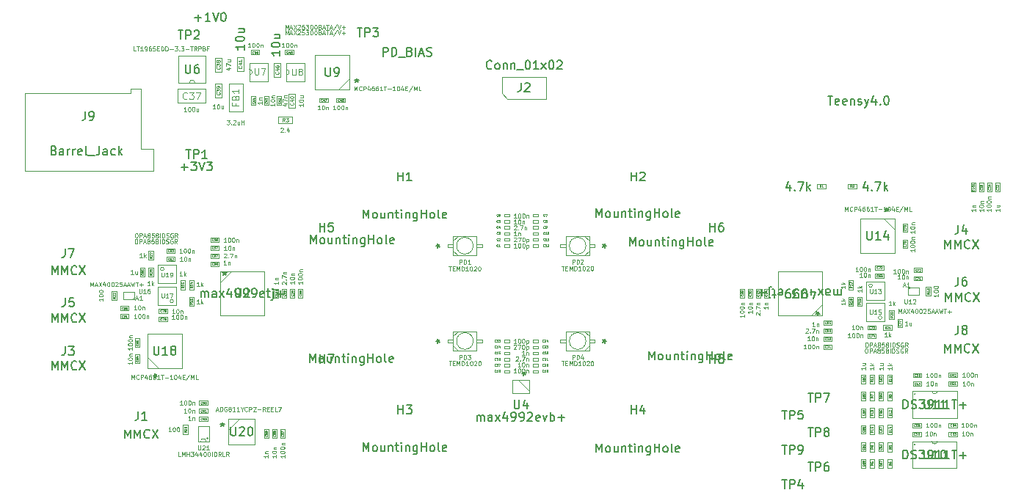
<source format=gbr>
%TF.GenerationSoftware,KiCad,Pcbnew,7.0.9*%
%TF.CreationDate,2023-12-11T14:06:04-05:00*%
%TF.ProjectId,pixel_char_fall2023,70697865-6c5f-4636-9861-725f66616c6c,rev?*%
%TF.SameCoordinates,Original*%
%TF.FileFunction,AssemblyDrawing,Top*%
%FSLAX46Y46*%
G04 Gerber Fmt 4.6, Leading zero omitted, Abs format (unit mm)*
G04 Created by KiCad (PCBNEW 7.0.9) date 2023-12-11 14:06:04*
%MOMM*%
%LPD*%
G01*
G04 APERTURE LIST*
%ADD10C,0.150000*%
%ADD11C,0.100000*%
%ADD12C,0.040000*%
%ADD13C,0.060000*%
%ADD14C,0.120000*%
%ADD15C,0.025400*%
%ADD16C,0.070000*%
G04 APERTURE END LIST*
D10*
X192207143Y-115864819D02*
X192207143Y-114864819D01*
X192207143Y-114864819D02*
X192445238Y-114864819D01*
X192445238Y-114864819D02*
X192588095Y-114912438D01*
X192588095Y-114912438D02*
X192683333Y-115007676D01*
X192683333Y-115007676D02*
X192730952Y-115102914D01*
X192730952Y-115102914D02*
X192778571Y-115293390D01*
X192778571Y-115293390D02*
X192778571Y-115436247D01*
X192778571Y-115436247D02*
X192730952Y-115626723D01*
X192730952Y-115626723D02*
X192683333Y-115721961D01*
X192683333Y-115721961D02*
X192588095Y-115817200D01*
X192588095Y-115817200D02*
X192445238Y-115864819D01*
X192445238Y-115864819D02*
X192207143Y-115864819D01*
X193159524Y-115817200D02*
X193302381Y-115864819D01*
X193302381Y-115864819D02*
X193540476Y-115864819D01*
X193540476Y-115864819D02*
X193635714Y-115817200D01*
X193635714Y-115817200D02*
X193683333Y-115769580D01*
X193683333Y-115769580D02*
X193730952Y-115674342D01*
X193730952Y-115674342D02*
X193730952Y-115579104D01*
X193730952Y-115579104D02*
X193683333Y-115483866D01*
X193683333Y-115483866D02*
X193635714Y-115436247D01*
X193635714Y-115436247D02*
X193540476Y-115388628D01*
X193540476Y-115388628D02*
X193350000Y-115341009D01*
X193350000Y-115341009D02*
X193254762Y-115293390D01*
X193254762Y-115293390D02*
X193207143Y-115245771D01*
X193207143Y-115245771D02*
X193159524Y-115150533D01*
X193159524Y-115150533D02*
X193159524Y-115055295D01*
X193159524Y-115055295D02*
X193207143Y-114960057D01*
X193207143Y-114960057D02*
X193254762Y-114912438D01*
X193254762Y-114912438D02*
X193350000Y-114864819D01*
X193350000Y-114864819D02*
X193588095Y-114864819D01*
X193588095Y-114864819D02*
X193730952Y-114912438D01*
X194064286Y-114864819D02*
X194683333Y-114864819D01*
X194683333Y-114864819D02*
X194350000Y-115245771D01*
X194350000Y-115245771D02*
X194492857Y-115245771D01*
X194492857Y-115245771D02*
X194588095Y-115293390D01*
X194588095Y-115293390D02*
X194635714Y-115341009D01*
X194635714Y-115341009D02*
X194683333Y-115436247D01*
X194683333Y-115436247D02*
X194683333Y-115674342D01*
X194683333Y-115674342D02*
X194635714Y-115769580D01*
X194635714Y-115769580D02*
X194588095Y-115817200D01*
X194588095Y-115817200D02*
X194492857Y-115864819D01*
X194492857Y-115864819D02*
X194207143Y-115864819D01*
X194207143Y-115864819D02*
X194111905Y-115817200D01*
X194111905Y-115817200D02*
X194064286Y-115769580D01*
X195159524Y-115864819D02*
X195350000Y-115864819D01*
X195350000Y-115864819D02*
X195445238Y-115817200D01*
X195445238Y-115817200D02*
X195492857Y-115769580D01*
X195492857Y-115769580D02*
X195588095Y-115626723D01*
X195588095Y-115626723D02*
X195635714Y-115436247D01*
X195635714Y-115436247D02*
X195635714Y-115055295D01*
X195635714Y-115055295D02*
X195588095Y-114960057D01*
X195588095Y-114960057D02*
X195540476Y-114912438D01*
X195540476Y-114912438D02*
X195445238Y-114864819D01*
X195445238Y-114864819D02*
X195254762Y-114864819D01*
X195254762Y-114864819D02*
X195159524Y-114912438D01*
X195159524Y-114912438D02*
X195111905Y-114960057D01*
X195111905Y-114960057D02*
X195064286Y-115055295D01*
X195064286Y-115055295D02*
X195064286Y-115293390D01*
X195064286Y-115293390D02*
X195111905Y-115388628D01*
X195111905Y-115388628D02*
X195159524Y-115436247D01*
X195159524Y-115436247D02*
X195254762Y-115483866D01*
X195254762Y-115483866D02*
X195445238Y-115483866D01*
X195445238Y-115483866D02*
X195540476Y-115436247D01*
X195540476Y-115436247D02*
X195588095Y-115388628D01*
X195588095Y-115388628D02*
X195635714Y-115293390D01*
X196588095Y-115864819D02*
X196016667Y-115864819D01*
X196302381Y-115864819D02*
X196302381Y-114864819D01*
X196302381Y-114864819D02*
X196207143Y-115007676D01*
X196207143Y-115007676D02*
X196111905Y-115102914D01*
X196111905Y-115102914D02*
X196016667Y-115150533D01*
X197540476Y-115864819D02*
X196969048Y-115864819D01*
X197254762Y-115864819D02*
X197254762Y-114864819D01*
X197254762Y-114864819D02*
X197159524Y-115007676D01*
X197159524Y-115007676D02*
X197064286Y-115102914D01*
X197064286Y-115102914D02*
X196969048Y-115150533D01*
X197826191Y-114864819D02*
X198397619Y-114864819D01*
X198111905Y-115864819D02*
X198111905Y-114864819D01*
X198730953Y-115483866D02*
X199492858Y-115483866D01*
X199111905Y-115864819D02*
X199111905Y-115102914D01*
X194611905Y-114864819D02*
X194611905Y-115674342D01*
X194611905Y-115674342D02*
X194659524Y-115769580D01*
X194659524Y-115769580D02*
X194707143Y-115817200D01*
X194707143Y-115817200D02*
X194802381Y-115864819D01*
X194802381Y-115864819D02*
X194992857Y-115864819D01*
X194992857Y-115864819D02*
X195088095Y-115817200D01*
X195088095Y-115817200D02*
X195135714Y-115769580D01*
X195135714Y-115769580D02*
X195183333Y-115674342D01*
X195183333Y-115674342D02*
X195183333Y-114864819D01*
X196183333Y-115864819D02*
X195611905Y-115864819D01*
X195897619Y-115864819D02*
X195897619Y-114864819D01*
X195897619Y-114864819D02*
X195802381Y-115007676D01*
X195802381Y-115007676D02*
X195707143Y-115102914D01*
X195707143Y-115102914D02*
X195611905Y-115150533D01*
X197135714Y-115864819D02*
X196564286Y-115864819D01*
X196850000Y-115864819D02*
X196850000Y-114864819D01*
X196850000Y-114864819D02*
X196754762Y-115007676D01*
X196754762Y-115007676D02*
X196659524Y-115102914D01*
X196659524Y-115102914D02*
X196564286Y-115150533D01*
X192196193Y-121664819D02*
X192196193Y-120664819D01*
X192196193Y-120664819D02*
X192434288Y-120664819D01*
X192434288Y-120664819D02*
X192577145Y-120712438D01*
X192577145Y-120712438D02*
X192672383Y-120807676D01*
X192672383Y-120807676D02*
X192720002Y-120902914D01*
X192720002Y-120902914D02*
X192767621Y-121093390D01*
X192767621Y-121093390D02*
X192767621Y-121236247D01*
X192767621Y-121236247D02*
X192720002Y-121426723D01*
X192720002Y-121426723D02*
X192672383Y-121521961D01*
X192672383Y-121521961D02*
X192577145Y-121617200D01*
X192577145Y-121617200D02*
X192434288Y-121664819D01*
X192434288Y-121664819D02*
X192196193Y-121664819D01*
X193148574Y-121617200D02*
X193291431Y-121664819D01*
X193291431Y-121664819D02*
X193529526Y-121664819D01*
X193529526Y-121664819D02*
X193624764Y-121617200D01*
X193624764Y-121617200D02*
X193672383Y-121569580D01*
X193672383Y-121569580D02*
X193720002Y-121474342D01*
X193720002Y-121474342D02*
X193720002Y-121379104D01*
X193720002Y-121379104D02*
X193672383Y-121283866D01*
X193672383Y-121283866D02*
X193624764Y-121236247D01*
X193624764Y-121236247D02*
X193529526Y-121188628D01*
X193529526Y-121188628D02*
X193339050Y-121141009D01*
X193339050Y-121141009D02*
X193243812Y-121093390D01*
X193243812Y-121093390D02*
X193196193Y-121045771D01*
X193196193Y-121045771D02*
X193148574Y-120950533D01*
X193148574Y-120950533D02*
X193148574Y-120855295D01*
X193148574Y-120855295D02*
X193196193Y-120760057D01*
X193196193Y-120760057D02*
X193243812Y-120712438D01*
X193243812Y-120712438D02*
X193339050Y-120664819D01*
X193339050Y-120664819D02*
X193577145Y-120664819D01*
X193577145Y-120664819D02*
X193720002Y-120712438D01*
X194053336Y-120664819D02*
X194672383Y-120664819D01*
X194672383Y-120664819D02*
X194339050Y-121045771D01*
X194339050Y-121045771D02*
X194481907Y-121045771D01*
X194481907Y-121045771D02*
X194577145Y-121093390D01*
X194577145Y-121093390D02*
X194624764Y-121141009D01*
X194624764Y-121141009D02*
X194672383Y-121236247D01*
X194672383Y-121236247D02*
X194672383Y-121474342D01*
X194672383Y-121474342D02*
X194624764Y-121569580D01*
X194624764Y-121569580D02*
X194577145Y-121617200D01*
X194577145Y-121617200D02*
X194481907Y-121664819D01*
X194481907Y-121664819D02*
X194196193Y-121664819D01*
X194196193Y-121664819D02*
X194100955Y-121617200D01*
X194100955Y-121617200D02*
X194053336Y-121569580D01*
X195148574Y-121664819D02*
X195339050Y-121664819D01*
X195339050Y-121664819D02*
X195434288Y-121617200D01*
X195434288Y-121617200D02*
X195481907Y-121569580D01*
X195481907Y-121569580D02*
X195577145Y-121426723D01*
X195577145Y-121426723D02*
X195624764Y-121236247D01*
X195624764Y-121236247D02*
X195624764Y-120855295D01*
X195624764Y-120855295D02*
X195577145Y-120760057D01*
X195577145Y-120760057D02*
X195529526Y-120712438D01*
X195529526Y-120712438D02*
X195434288Y-120664819D01*
X195434288Y-120664819D02*
X195243812Y-120664819D01*
X195243812Y-120664819D02*
X195148574Y-120712438D01*
X195148574Y-120712438D02*
X195100955Y-120760057D01*
X195100955Y-120760057D02*
X195053336Y-120855295D01*
X195053336Y-120855295D02*
X195053336Y-121093390D01*
X195053336Y-121093390D02*
X195100955Y-121188628D01*
X195100955Y-121188628D02*
X195148574Y-121236247D01*
X195148574Y-121236247D02*
X195243812Y-121283866D01*
X195243812Y-121283866D02*
X195434288Y-121283866D01*
X195434288Y-121283866D02*
X195529526Y-121236247D01*
X195529526Y-121236247D02*
X195577145Y-121188628D01*
X195577145Y-121188628D02*
X195624764Y-121093390D01*
X196577145Y-121664819D02*
X196005717Y-121664819D01*
X196291431Y-121664819D02*
X196291431Y-120664819D01*
X196291431Y-120664819D02*
X196196193Y-120807676D01*
X196196193Y-120807676D02*
X196100955Y-120902914D01*
X196100955Y-120902914D02*
X196005717Y-120950533D01*
X197529526Y-121664819D02*
X196958098Y-121664819D01*
X197243812Y-121664819D02*
X197243812Y-120664819D01*
X197243812Y-120664819D02*
X197148574Y-120807676D01*
X197148574Y-120807676D02*
X197053336Y-120902914D01*
X197053336Y-120902914D02*
X196958098Y-120950533D01*
X197815241Y-120664819D02*
X198386669Y-120664819D01*
X198100955Y-121664819D02*
X198100955Y-120664819D01*
X198720003Y-121283866D02*
X199481908Y-121283866D01*
X199100955Y-121664819D02*
X199100955Y-120902914D01*
X194600955Y-120664819D02*
X194600955Y-121474342D01*
X194600955Y-121474342D02*
X194648574Y-121569580D01*
X194648574Y-121569580D02*
X194696193Y-121617200D01*
X194696193Y-121617200D02*
X194791431Y-121664819D01*
X194791431Y-121664819D02*
X194981907Y-121664819D01*
X194981907Y-121664819D02*
X195077145Y-121617200D01*
X195077145Y-121617200D02*
X195124764Y-121569580D01*
X195124764Y-121569580D02*
X195172383Y-121474342D01*
X195172383Y-121474342D02*
X195172383Y-120664819D01*
X196172383Y-121664819D02*
X195600955Y-121664819D01*
X195886669Y-121664819D02*
X195886669Y-120664819D01*
X195886669Y-120664819D02*
X195791431Y-120807676D01*
X195791431Y-120807676D02*
X195696193Y-120902914D01*
X195696193Y-120902914D02*
X195600955Y-120950533D01*
X196791431Y-120664819D02*
X196886669Y-120664819D01*
X196886669Y-120664819D02*
X196981907Y-120712438D01*
X196981907Y-120712438D02*
X197029526Y-120760057D01*
X197029526Y-120760057D02*
X197077145Y-120855295D01*
X197077145Y-120855295D02*
X197124764Y-121045771D01*
X197124764Y-121045771D02*
X197124764Y-121283866D01*
X197124764Y-121283866D02*
X197077145Y-121474342D01*
X197077145Y-121474342D02*
X197029526Y-121569580D01*
X197029526Y-121569580D02*
X196981907Y-121617200D01*
X196981907Y-121617200D02*
X196886669Y-121664819D01*
X196886669Y-121664819D02*
X196791431Y-121664819D01*
X196791431Y-121664819D02*
X196696193Y-121617200D01*
X196696193Y-121617200D02*
X196648574Y-121569580D01*
X196648574Y-121569580D02*
X196600955Y-121474342D01*
X196600955Y-121474342D02*
X196553336Y-121283866D01*
X196553336Y-121283866D02*
X196553336Y-121045771D01*
X196553336Y-121045771D02*
X196600955Y-120855295D01*
X196600955Y-120855295D02*
X196648574Y-120760057D01*
X196648574Y-120760057D02*
X196696193Y-120712438D01*
X196696193Y-120712438D02*
X196791431Y-120664819D01*
X185086904Y-102120180D02*
X185086904Y-102786847D01*
X185086904Y-102691609D02*
X185039285Y-102739228D01*
X185039285Y-102739228D02*
X184944047Y-102786847D01*
X184944047Y-102786847D02*
X184801190Y-102786847D01*
X184801190Y-102786847D02*
X184705952Y-102739228D01*
X184705952Y-102739228D02*
X184658333Y-102643990D01*
X184658333Y-102643990D02*
X184658333Y-102120180D01*
X184658333Y-102643990D02*
X184610714Y-102739228D01*
X184610714Y-102739228D02*
X184515476Y-102786847D01*
X184515476Y-102786847D02*
X184372619Y-102786847D01*
X184372619Y-102786847D02*
X184277380Y-102739228D01*
X184277380Y-102739228D02*
X184229761Y-102643990D01*
X184229761Y-102643990D02*
X184229761Y-102120180D01*
X183325000Y-102120180D02*
X183325000Y-102643990D01*
X183325000Y-102643990D02*
X183372619Y-102739228D01*
X183372619Y-102739228D02*
X183467857Y-102786847D01*
X183467857Y-102786847D02*
X183658333Y-102786847D01*
X183658333Y-102786847D02*
X183753571Y-102739228D01*
X183325000Y-102167800D02*
X183420238Y-102120180D01*
X183420238Y-102120180D02*
X183658333Y-102120180D01*
X183658333Y-102120180D02*
X183753571Y-102167800D01*
X183753571Y-102167800D02*
X183801190Y-102263038D01*
X183801190Y-102263038D02*
X183801190Y-102358276D01*
X183801190Y-102358276D02*
X183753571Y-102453514D01*
X183753571Y-102453514D02*
X183658333Y-102501133D01*
X183658333Y-102501133D02*
X183420238Y-102501133D01*
X183420238Y-102501133D02*
X183325000Y-102548752D01*
X182944047Y-102120180D02*
X182420238Y-102786847D01*
X182944047Y-102786847D02*
X182420238Y-102120180D01*
X181610714Y-102786847D02*
X181610714Y-102120180D01*
X181848809Y-103167800D02*
X182086904Y-102453514D01*
X182086904Y-102453514D02*
X181467857Y-102453514D01*
X181039285Y-102120180D02*
X180848809Y-102120180D01*
X180848809Y-102120180D02*
X180753571Y-102167800D01*
X180753571Y-102167800D02*
X180705952Y-102215419D01*
X180705952Y-102215419D02*
X180610714Y-102358276D01*
X180610714Y-102358276D02*
X180563095Y-102548752D01*
X180563095Y-102548752D02*
X180563095Y-102929704D01*
X180563095Y-102929704D02*
X180610714Y-103024942D01*
X180610714Y-103024942D02*
X180658333Y-103072561D01*
X180658333Y-103072561D02*
X180753571Y-103120180D01*
X180753571Y-103120180D02*
X180944047Y-103120180D01*
X180944047Y-103120180D02*
X181039285Y-103072561D01*
X181039285Y-103072561D02*
X181086904Y-103024942D01*
X181086904Y-103024942D02*
X181134523Y-102929704D01*
X181134523Y-102929704D02*
X181134523Y-102691609D01*
X181134523Y-102691609D02*
X181086904Y-102596371D01*
X181086904Y-102596371D02*
X181039285Y-102548752D01*
X181039285Y-102548752D02*
X180944047Y-102501133D01*
X180944047Y-102501133D02*
X180753571Y-102501133D01*
X180753571Y-102501133D02*
X180658333Y-102548752D01*
X180658333Y-102548752D02*
X180610714Y-102596371D01*
X180610714Y-102596371D02*
X180563095Y-102691609D01*
X180086904Y-102120180D02*
X179896428Y-102120180D01*
X179896428Y-102120180D02*
X179801190Y-102167800D01*
X179801190Y-102167800D02*
X179753571Y-102215419D01*
X179753571Y-102215419D02*
X179658333Y-102358276D01*
X179658333Y-102358276D02*
X179610714Y-102548752D01*
X179610714Y-102548752D02*
X179610714Y-102929704D01*
X179610714Y-102929704D02*
X179658333Y-103024942D01*
X179658333Y-103024942D02*
X179705952Y-103072561D01*
X179705952Y-103072561D02*
X179801190Y-103120180D01*
X179801190Y-103120180D02*
X179991666Y-103120180D01*
X179991666Y-103120180D02*
X180086904Y-103072561D01*
X180086904Y-103072561D02*
X180134523Y-103024942D01*
X180134523Y-103024942D02*
X180182142Y-102929704D01*
X180182142Y-102929704D02*
X180182142Y-102691609D01*
X180182142Y-102691609D02*
X180134523Y-102596371D01*
X180134523Y-102596371D02*
X180086904Y-102548752D01*
X180086904Y-102548752D02*
X179991666Y-102501133D01*
X179991666Y-102501133D02*
X179801190Y-102501133D01*
X179801190Y-102501133D02*
X179705952Y-102548752D01*
X179705952Y-102548752D02*
X179658333Y-102596371D01*
X179658333Y-102596371D02*
X179610714Y-102691609D01*
X179134523Y-102120180D02*
X178944047Y-102120180D01*
X178944047Y-102120180D02*
X178848809Y-102167800D01*
X178848809Y-102167800D02*
X178801190Y-102215419D01*
X178801190Y-102215419D02*
X178705952Y-102358276D01*
X178705952Y-102358276D02*
X178658333Y-102548752D01*
X178658333Y-102548752D02*
X178658333Y-102929704D01*
X178658333Y-102929704D02*
X178705952Y-103024942D01*
X178705952Y-103024942D02*
X178753571Y-103072561D01*
X178753571Y-103072561D02*
X178848809Y-103120180D01*
X178848809Y-103120180D02*
X179039285Y-103120180D01*
X179039285Y-103120180D02*
X179134523Y-103072561D01*
X179134523Y-103072561D02*
X179182142Y-103024942D01*
X179182142Y-103024942D02*
X179229761Y-102929704D01*
X179229761Y-102929704D02*
X179229761Y-102691609D01*
X179229761Y-102691609D02*
X179182142Y-102596371D01*
X179182142Y-102596371D02*
X179134523Y-102548752D01*
X179134523Y-102548752D02*
X179039285Y-102501133D01*
X179039285Y-102501133D02*
X178848809Y-102501133D01*
X178848809Y-102501133D02*
X178753571Y-102548752D01*
X178753571Y-102548752D02*
X178705952Y-102596371D01*
X178705952Y-102596371D02*
X178658333Y-102691609D01*
X177848809Y-102167800D02*
X177944047Y-102120180D01*
X177944047Y-102120180D02*
X178134523Y-102120180D01*
X178134523Y-102120180D02*
X178229761Y-102167800D01*
X178229761Y-102167800D02*
X178277380Y-102263038D01*
X178277380Y-102263038D02*
X178277380Y-102643990D01*
X178277380Y-102643990D02*
X178229761Y-102739228D01*
X178229761Y-102739228D02*
X178134523Y-102786847D01*
X178134523Y-102786847D02*
X177944047Y-102786847D01*
X177944047Y-102786847D02*
X177848809Y-102739228D01*
X177848809Y-102739228D02*
X177801190Y-102643990D01*
X177801190Y-102643990D02*
X177801190Y-102548752D01*
X177801190Y-102548752D02*
X178277380Y-102453514D01*
X177515475Y-102786847D02*
X177134523Y-102786847D01*
X177372618Y-103120180D02*
X177372618Y-102263038D01*
X177372618Y-102263038D02*
X177324999Y-102167800D01*
X177324999Y-102167800D02*
X177229761Y-102120180D01*
X177229761Y-102120180D02*
X177134523Y-102120180D01*
X176801189Y-102786847D02*
X176801189Y-101929704D01*
X176801189Y-101929704D02*
X176848808Y-101834466D01*
X176848808Y-101834466D02*
X176944046Y-101786847D01*
X176944046Y-101786847D02*
X176991665Y-101786847D01*
X176801189Y-103120180D02*
X176848808Y-103072561D01*
X176848808Y-103072561D02*
X176801189Y-103024942D01*
X176801189Y-103024942D02*
X176753570Y-103072561D01*
X176753570Y-103072561D02*
X176801189Y-103120180D01*
X176801189Y-103120180D02*
X176801189Y-103024942D01*
X176324999Y-102501133D02*
X175563095Y-102501133D01*
X175944047Y-102120180D02*
X175944047Y-102882085D01*
X181086904Y-103120180D02*
X181086904Y-102310657D01*
X181086904Y-102310657D02*
X181039285Y-102215419D01*
X181039285Y-102215419D02*
X180991666Y-102167800D01*
X180991666Y-102167800D02*
X180896428Y-102120180D01*
X180896428Y-102120180D02*
X180705952Y-102120180D01*
X180705952Y-102120180D02*
X180610714Y-102167800D01*
X180610714Y-102167800D02*
X180563095Y-102215419D01*
X180563095Y-102215419D02*
X180515476Y-102310657D01*
X180515476Y-102310657D02*
X180515476Y-103120180D01*
X180134523Y-103120180D02*
X179515476Y-103120180D01*
X179515476Y-103120180D02*
X179848809Y-102739228D01*
X179848809Y-102739228D02*
X179705952Y-102739228D01*
X179705952Y-102739228D02*
X179610714Y-102691609D01*
X179610714Y-102691609D02*
X179563095Y-102643990D01*
X179563095Y-102643990D02*
X179515476Y-102548752D01*
X179515476Y-102548752D02*
X179515476Y-102310657D01*
X179515476Y-102310657D02*
X179563095Y-102215419D01*
X179563095Y-102215419D02*
X179610714Y-102167800D01*
X179610714Y-102167800D02*
X179705952Y-102120180D01*
X179705952Y-102120180D02*
X179991666Y-102120180D01*
X179991666Y-102120180D02*
X180086904Y-102167800D01*
X180086904Y-102167800D02*
X180134523Y-102215419D01*
X182369699Y-105120180D02*
X182369699Y-104882085D01*
X182607794Y-104977323D02*
X182369699Y-104882085D01*
X182369699Y-104882085D02*
X182131604Y-104977323D01*
X182512556Y-104691609D02*
X182369699Y-104882085D01*
X182369699Y-104882085D02*
X182226842Y-104691609D01*
X111213095Y-103029819D02*
X111213095Y-102363152D01*
X111213095Y-102458390D02*
X111260714Y-102410771D01*
X111260714Y-102410771D02*
X111355952Y-102363152D01*
X111355952Y-102363152D02*
X111498809Y-102363152D01*
X111498809Y-102363152D02*
X111594047Y-102410771D01*
X111594047Y-102410771D02*
X111641666Y-102506009D01*
X111641666Y-102506009D02*
X111641666Y-103029819D01*
X111641666Y-102506009D02*
X111689285Y-102410771D01*
X111689285Y-102410771D02*
X111784523Y-102363152D01*
X111784523Y-102363152D02*
X111927380Y-102363152D01*
X111927380Y-102363152D02*
X112022619Y-102410771D01*
X112022619Y-102410771D02*
X112070238Y-102506009D01*
X112070238Y-102506009D02*
X112070238Y-103029819D01*
X112974999Y-103029819D02*
X112974999Y-102506009D01*
X112974999Y-102506009D02*
X112927380Y-102410771D01*
X112927380Y-102410771D02*
X112832142Y-102363152D01*
X112832142Y-102363152D02*
X112641666Y-102363152D01*
X112641666Y-102363152D02*
X112546428Y-102410771D01*
X112974999Y-102982200D02*
X112879761Y-103029819D01*
X112879761Y-103029819D02*
X112641666Y-103029819D01*
X112641666Y-103029819D02*
X112546428Y-102982200D01*
X112546428Y-102982200D02*
X112498809Y-102886961D01*
X112498809Y-102886961D02*
X112498809Y-102791723D01*
X112498809Y-102791723D02*
X112546428Y-102696485D01*
X112546428Y-102696485D02*
X112641666Y-102648866D01*
X112641666Y-102648866D02*
X112879761Y-102648866D01*
X112879761Y-102648866D02*
X112974999Y-102601247D01*
X113355952Y-103029819D02*
X113879761Y-102363152D01*
X113355952Y-102363152D02*
X113879761Y-103029819D01*
X114689285Y-102363152D02*
X114689285Y-103029819D01*
X114451190Y-101982200D02*
X114213095Y-102696485D01*
X114213095Y-102696485D02*
X114832142Y-102696485D01*
X115260714Y-103029819D02*
X115451190Y-103029819D01*
X115451190Y-103029819D02*
X115546428Y-102982200D01*
X115546428Y-102982200D02*
X115594047Y-102934580D01*
X115594047Y-102934580D02*
X115689285Y-102791723D01*
X115689285Y-102791723D02*
X115736904Y-102601247D01*
X115736904Y-102601247D02*
X115736904Y-102220295D01*
X115736904Y-102220295D02*
X115689285Y-102125057D01*
X115689285Y-102125057D02*
X115641666Y-102077438D01*
X115641666Y-102077438D02*
X115546428Y-102029819D01*
X115546428Y-102029819D02*
X115355952Y-102029819D01*
X115355952Y-102029819D02*
X115260714Y-102077438D01*
X115260714Y-102077438D02*
X115213095Y-102125057D01*
X115213095Y-102125057D02*
X115165476Y-102220295D01*
X115165476Y-102220295D02*
X115165476Y-102458390D01*
X115165476Y-102458390D02*
X115213095Y-102553628D01*
X115213095Y-102553628D02*
X115260714Y-102601247D01*
X115260714Y-102601247D02*
X115355952Y-102648866D01*
X115355952Y-102648866D02*
X115546428Y-102648866D01*
X115546428Y-102648866D02*
X115641666Y-102601247D01*
X115641666Y-102601247D02*
X115689285Y-102553628D01*
X115689285Y-102553628D02*
X115736904Y-102458390D01*
X116213095Y-103029819D02*
X116403571Y-103029819D01*
X116403571Y-103029819D02*
X116498809Y-102982200D01*
X116498809Y-102982200D02*
X116546428Y-102934580D01*
X116546428Y-102934580D02*
X116641666Y-102791723D01*
X116641666Y-102791723D02*
X116689285Y-102601247D01*
X116689285Y-102601247D02*
X116689285Y-102220295D01*
X116689285Y-102220295D02*
X116641666Y-102125057D01*
X116641666Y-102125057D02*
X116594047Y-102077438D01*
X116594047Y-102077438D02*
X116498809Y-102029819D01*
X116498809Y-102029819D02*
X116308333Y-102029819D01*
X116308333Y-102029819D02*
X116213095Y-102077438D01*
X116213095Y-102077438D02*
X116165476Y-102125057D01*
X116165476Y-102125057D02*
X116117857Y-102220295D01*
X116117857Y-102220295D02*
X116117857Y-102458390D01*
X116117857Y-102458390D02*
X116165476Y-102553628D01*
X116165476Y-102553628D02*
X116213095Y-102601247D01*
X116213095Y-102601247D02*
X116308333Y-102648866D01*
X116308333Y-102648866D02*
X116498809Y-102648866D01*
X116498809Y-102648866D02*
X116594047Y-102601247D01*
X116594047Y-102601247D02*
X116641666Y-102553628D01*
X116641666Y-102553628D02*
X116689285Y-102458390D01*
X117165476Y-103029819D02*
X117355952Y-103029819D01*
X117355952Y-103029819D02*
X117451190Y-102982200D01*
X117451190Y-102982200D02*
X117498809Y-102934580D01*
X117498809Y-102934580D02*
X117594047Y-102791723D01*
X117594047Y-102791723D02*
X117641666Y-102601247D01*
X117641666Y-102601247D02*
X117641666Y-102220295D01*
X117641666Y-102220295D02*
X117594047Y-102125057D01*
X117594047Y-102125057D02*
X117546428Y-102077438D01*
X117546428Y-102077438D02*
X117451190Y-102029819D01*
X117451190Y-102029819D02*
X117260714Y-102029819D01*
X117260714Y-102029819D02*
X117165476Y-102077438D01*
X117165476Y-102077438D02*
X117117857Y-102125057D01*
X117117857Y-102125057D02*
X117070238Y-102220295D01*
X117070238Y-102220295D02*
X117070238Y-102458390D01*
X117070238Y-102458390D02*
X117117857Y-102553628D01*
X117117857Y-102553628D02*
X117165476Y-102601247D01*
X117165476Y-102601247D02*
X117260714Y-102648866D01*
X117260714Y-102648866D02*
X117451190Y-102648866D01*
X117451190Y-102648866D02*
X117546428Y-102601247D01*
X117546428Y-102601247D02*
X117594047Y-102553628D01*
X117594047Y-102553628D02*
X117641666Y-102458390D01*
X118451190Y-102982200D02*
X118355952Y-103029819D01*
X118355952Y-103029819D02*
X118165476Y-103029819D01*
X118165476Y-103029819D02*
X118070238Y-102982200D01*
X118070238Y-102982200D02*
X118022619Y-102886961D01*
X118022619Y-102886961D02*
X118022619Y-102506009D01*
X118022619Y-102506009D02*
X118070238Y-102410771D01*
X118070238Y-102410771D02*
X118165476Y-102363152D01*
X118165476Y-102363152D02*
X118355952Y-102363152D01*
X118355952Y-102363152D02*
X118451190Y-102410771D01*
X118451190Y-102410771D02*
X118498809Y-102506009D01*
X118498809Y-102506009D02*
X118498809Y-102601247D01*
X118498809Y-102601247D02*
X118022619Y-102696485D01*
X118784524Y-102363152D02*
X119165476Y-102363152D01*
X118927381Y-102029819D02*
X118927381Y-102886961D01*
X118927381Y-102886961D02*
X118975000Y-102982200D01*
X118975000Y-102982200D02*
X119070238Y-103029819D01*
X119070238Y-103029819D02*
X119165476Y-103029819D01*
X119498810Y-102363152D02*
X119498810Y-103220295D01*
X119498810Y-103220295D02*
X119451191Y-103315533D01*
X119451191Y-103315533D02*
X119355953Y-103363152D01*
X119355953Y-103363152D02*
X119308334Y-103363152D01*
X119498810Y-102029819D02*
X119451191Y-102077438D01*
X119451191Y-102077438D02*
X119498810Y-102125057D01*
X119498810Y-102125057D02*
X119546429Y-102077438D01*
X119546429Y-102077438D02*
X119498810Y-102029819D01*
X119498810Y-102029819D02*
X119498810Y-102125057D01*
X119975000Y-102648866D02*
X120736905Y-102648866D01*
X120355952Y-103029819D02*
X120355952Y-102267914D01*
X113930300Y-100029819D02*
X113930300Y-100267914D01*
X113692205Y-100172676D02*
X113930300Y-100267914D01*
X113930300Y-100267914D02*
X114168395Y-100172676D01*
X113787443Y-100458390D02*
X113930300Y-100267914D01*
X113930300Y-100267914D02*
X114073157Y-100458390D01*
X115213095Y-102029819D02*
X115213095Y-102839342D01*
X115213095Y-102839342D02*
X115260714Y-102934580D01*
X115260714Y-102934580D02*
X115308333Y-102982200D01*
X115308333Y-102982200D02*
X115403571Y-103029819D01*
X115403571Y-103029819D02*
X115594047Y-103029819D01*
X115594047Y-103029819D02*
X115689285Y-102982200D01*
X115689285Y-102982200D02*
X115736904Y-102934580D01*
X115736904Y-102934580D02*
X115784523Y-102839342D01*
X115784523Y-102839342D02*
X115784523Y-102029819D01*
X116213095Y-102125057D02*
X116260714Y-102077438D01*
X116260714Y-102077438D02*
X116355952Y-102029819D01*
X116355952Y-102029819D02*
X116594047Y-102029819D01*
X116594047Y-102029819D02*
X116689285Y-102077438D01*
X116689285Y-102077438D02*
X116736904Y-102125057D01*
X116736904Y-102125057D02*
X116784523Y-102220295D01*
X116784523Y-102220295D02*
X116784523Y-102315533D01*
X116784523Y-102315533D02*
X116736904Y-102458390D01*
X116736904Y-102458390D02*
X116165476Y-103029819D01*
X116165476Y-103029819D02*
X116784523Y-103029819D01*
X113930300Y-100029819D02*
X113930300Y-100267914D01*
X113692205Y-100172676D02*
X113930300Y-100267914D01*
X113930300Y-100267914D02*
X114168395Y-100172676D01*
X113787443Y-100458390D02*
X113930300Y-100267914D01*
X113930300Y-100267914D02*
X114073157Y-100458390D01*
D11*
X103416667Y-100351109D02*
X103130953Y-100351109D01*
X103273810Y-100351109D02*
X103273810Y-99851109D01*
X103273810Y-99851109D02*
X103226191Y-99922538D01*
X103226191Y-99922538D02*
X103178572Y-99970157D01*
X103178572Y-99970157D02*
X103130953Y-99993966D01*
X103845238Y-100017776D02*
X103845238Y-100351109D01*
X103630952Y-100017776D02*
X103630952Y-100279680D01*
X103630952Y-100279680D02*
X103654762Y-100327300D01*
X103654762Y-100327300D02*
X103702381Y-100351109D01*
X103702381Y-100351109D02*
X103773809Y-100351109D01*
X103773809Y-100351109D02*
X103821428Y-100327300D01*
X103821428Y-100327300D02*
X103845238Y-100303490D01*
D12*
X104539765Y-100285714D02*
X104551670Y-100297618D01*
X104551670Y-100297618D02*
X104563574Y-100333333D01*
X104563574Y-100333333D02*
X104563574Y-100357142D01*
X104563574Y-100357142D02*
X104551670Y-100392856D01*
X104551670Y-100392856D02*
X104527860Y-100416666D01*
X104527860Y-100416666D02*
X104504050Y-100428571D01*
X104504050Y-100428571D02*
X104456431Y-100440475D01*
X104456431Y-100440475D02*
X104420717Y-100440475D01*
X104420717Y-100440475D02*
X104373098Y-100428571D01*
X104373098Y-100428571D02*
X104349289Y-100416666D01*
X104349289Y-100416666D02*
X104325479Y-100392856D01*
X104325479Y-100392856D02*
X104313574Y-100357142D01*
X104313574Y-100357142D02*
X104313574Y-100333333D01*
X104313574Y-100333333D02*
X104325479Y-100297618D01*
X104325479Y-100297618D02*
X104337384Y-100285714D01*
X104420717Y-100142856D02*
X104408812Y-100166666D01*
X104408812Y-100166666D02*
X104396908Y-100178571D01*
X104396908Y-100178571D02*
X104373098Y-100190475D01*
X104373098Y-100190475D02*
X104361193Y-100190475D01*
X104361193Y-100190475D02*
X104337384Y-100178571D01*
X104337384Y-100178571D02*
X104325479Y-100166666D01*
X104325479Y-100166666D02*
X104313574Y-100142856D01*
X104313574Y-100142856D02*
X104313574Y-100095237D01*
X104313574Y-100095237D02*
X104325479Y-100071428D01*
X104325479Y-100071428D02*
X104337384Y-100059523D01*
X104337384Y-100059523D02*
X104361193Y-100047618D01*
X104361193Y-100047618D02*
X104373098Y-100047618D01*
X104373098Y-100047618D02*
X104396908Y-100059523D01*
X104396908Y-100059523D02*
X104408812Y-100071428D01*
X104408812Y-100071428D02*
X104420717Y-100095237D01*
X104420717Y-100095237D02*
X104420717Y-100142856D01*
X104420717Y-100142856D02*
X104432622Y-100166666D01*
X104432622Y-100166666D02*
X104444527Y-100178571D01*
X104444527Y-100178571D02*
X104468336Y-100190475D01*
X104468336Y-100190475D02*
X104515955Y-100190475D01*
X104515955Y-100190475D02*
X104539765Y-100178571D01*
X104539765Y-100178571D02*
X104551670Y-100166666D01*
X104551670Y-100166666D02*
X104563574Y-100142856D01*
X104563574Y-100142856D02*
X104563574Y-100095237D01*
X104563574Y-100095237D02*
X104551670Y-100071428D01*
X104551670Y-100071428D02*
X104539765Y-100059523D01*
X104539765Y-100059523D02*
X104515955Y-100047618D01*
X104515955Y-100047618D02*
X104468336Y-100047618D01*
X104468336Y-100047618D02*
X104444527Y-100059523D01*
X104444527Y-100059523D02*
X104432622Y-100071428D01*
X104432622Y-100071428D02*
X104420717Y-100095237D01*
X104313574Y-99833333D02*
X104313574Y-99880952D01*
X104313574Y-99880952D02*
X104325479Y-99904761D01*
X104325479Y-99904761D02*
X104337384Y-99916666D01*
X104337384Y-99916666D02*
X104373098Y-99940476D01*
X104373098Y-99940476D02*
X104420717Y-99952380D01*
X104420717Y-99952380D02*
X104515955Y-99952380D01*
X104515955Y-99952380D02*
X104539765Y-99940476D01*
X104539765Y-99940476D02*
X104551670Y-99928571D01*
X104551670Y-99928571D02*
X104563574Y-99904761D01*
X104563574Y-99904761D02*
X104563574Y-99857142D01*
X104563574Y-99857142D02*
X104551670Y-99833333D01*
X104551670Y-99833333D02*
X104539765Y-99821428D01*
X104539765Y-99821428D02*
X104515955Y-99809523D01*
X104515955Y-99809523D02*
X104456431Y-99809523D01*
X104456431Y-99809523D02*
X104432622Y-99821428D01*
X104432622Y-99821428D02*
X104420717Y-99833333D01*
X104420717Y-99833333D02*
X104408812Y-99857142D01*
X104408812Y-99857142D02*
X104408812Y-99904761D01*
X104408812Y-99904761D02*
X104420717Y-99928571D01*
X104420717Y-99928571D02*
X104432622Y-99940476D01*
X104432622Y-99940476D02*
X104456431Y-99952380D01*
D10*
X197119048Y-103504819D02*
X197119048Y-102504819D01*
X197119048Y-102504819D02*
X197452381Y-103219104D01*
X197452381Y-103219104D02*
X197785714Y-102504819D01*
X197785714Y-102504819D02*
X197785714Y-103504819D01*
X198261905Y-103504819D02*
X198261905Y-102504819D01*
X198261905Y-102504819D02*
X198595238Y-103219104D01*
X198595238Y-103219104D02*
X198928571Y-102504819D01*
X198928571Y-102504819D02*
X198928571Y-103504819D01*
X199976190Y-103409580D02*
X199928571Y-103457200D01*
X199928571Y-103457200D02*
X199785714Y-103504819D01*
X199785714Y-103504819D02*
X199690476Y-103504819D01*
X199690476Y-103504819D02*
X199547619Y-103457200D01*
X199547619Y-103457200D02*
X199452381Y-103361961D01*
X199452381Y-103361961D02*
X199404762Y-103266723D01*
X199404762Y-103266723D02*
X199357143Y-103076247D01*
X199357143Y-103076247D02*
X199357143Y-102933390D01*
X199357143Y-102933390D02*
X199404762Y-102742914D01*
X199404762Y-102742914D02*
X199452381Y-102647676D01*
X199452381Y-102647676D02*
X199547619Y-102552438D01*
X199547619Y-102552438D02*
X199690476Y-102504819D01*
X199690476Y-102504819D02*
X199785714Y-102504819D01*
X199785714Y-102504819D02*
X199928571Y-102552438D01*
X199928571Y-102552438D02*
X199976190Y-102600057D01*
X200309524Y-102504819D02*
X200976190Y-103504819D01*
X200976190Y-102504819D02*
X200309524Y-103504819D01*
X198566666Y-100704819D02*
X198566666Y-101419104D01*
X198566666Y-101419104D02*
X198519047Y-101561961D01*
X198519047Y-101561961D02*
X198423809Y-101657200D01*
X198423809Y-101657200D02*
X198280952Y-101704819D01*
X198280952Y-101704819D02*
X198185714Y-101704819D01*
X199471428Y-100704819D02*
X199280952Y-100704819D01*
X199280952Y-100704819D02*
X199185714Y-100752438D01*
X199185714Y-100752438D02*
X199138095Y-100800057D01*
X199138095Y-100800057D02*
X199042857Y-100942914D01*
X199042857Y-100942914D02*
X198995238Y-101133390D01*
X198995238Y-101133390D02*
X198995238Y-101514342D01*
X198995238Y-101514342D02*
X199042857Y-101609580D01*
X199042857Y-101609580D02*
X199090476Y-101657200D01*
X199090476Y-101657200D02*
X199185714Y-101704819D01*
X199185714Y-101704819D02*
X199376190Y-101704819D01*
X199376190Y-101704819D02*
X199471428Y-101657200D01*
X199471428Y-101657200D02*
X199519047Y-101609580D01*
X199519047Y-101609580D02*
X199566666Y-101514342D01*
X199566666Y-101514342D02*
X199566666Y-101276247D01*
X199566666Y-101276247D02*
X199519047Y-101181009D01*
X199519047Y-101181009D02*
X199471428Y-101133390D01*
X199471428Y-101133390D02*
X199376190Y-101085771D01*
X199376190Y-101085771D02*
X199185714Y-101085771D01*
X199185714Y-101085771D02*
X199090476Y-101133390D01*
X199090476Y-101133390D02*
X199042857Y-101181009D01*
X199042857Y-101181009D02*
X198995238Y-101276247D01*
D11*
X190840476Y-103976109D02*
X190554762Y-103976109D01*
X190697619Y-103976109D02*
X190697619Y-103476109D01*
X190697619Y-103476109D02*
X190650000Y-103547538D01*
X190650000Y-103547538D02*
X190602381Y-103595157D01*
X190602381Y-103595157D02*
X190554762Y-103618966D01*
X191054761Y-103976109D02*
X191054761Y-103476109D01*
X191102380Y-103785633D02*
X191245237Y-103976109D01*
X191245237Y-103642776D02*
X191054761Y-103833252D01*
D12*
X190993200Y-105202142D02*
X190869391Y-105288809D01*
X190993200Y-105350714D02*
X190733200Y-105350714D01*
X190733200Y-105350714D02*
X190733200Y-105251666D01*
X190733200Y-105251666D02*
X190745581Y-105226904D01*
X190745581Y-105226904D02*
X190757962Y-105214523D01*
X190757962Y-105214523D02*
X190782724Y-105202142D01*
X190782724Y-105202142D02*
X190819867Y-105202142D01*
X190819867Y-105202142D02*
X190844629Y-105214523D01*
X190844629Y-105214523D02*
X190857010Y-105226904D01*
X190857010Y-105226904D02*
X190869391Y-105251666D01*
X190869391Y-105251666D02*
X190869391Y-105350714D01*
X190757962Y-105103095D02*
X190745581Y-105090714D01*
X190745581Y-105090714D02*
X190733200Y-105065952D01*
X190733200Y-105065952D02*
X190733200Y-105004047D01*
X190733200Y-105004047D02*
X190745581Y-104979285D01*
X190745581Y-104979285D02*
X190757962Y-104966904D01*
X190757962Y-104966904D02*
X190782724Y-104954523D01*
X190782724Y-104954523D02*
X190807486Y-104954523D01*
X190807486Y-104954523D02*
X190844629Y-104966904D01*
X190844629Y-104966904D02*
X190993200Y-105115476D01*
X190993200Y-105115476D02*
X190993200Y-104954523D01*
X190733200Y-104793571D02*
X190733200Y-104768809D01*
X190733200Y-104768809D02*
X190745581Y-104744047D01*
X190745581Y-104744047D02*
X190757962Y-104731666D01*
X190757962Y-104731666D02*
X190782724Y-104719285D01*
X190782724Y-104719285D02*
X190832248Y-104706904D01*
X190832248Y-104706904D02*
X190894153Y-104706904D01*
X190894153Y-104706904D02*
X190943677Y-104719285D01*
X190943677Y-104719285D02*
X190968439Y-104731666D01*
X190968439Y-104731666D02*
X190980820Y-104744047D01*
X190980820Y-104744047D02*
X190993200Y-104768809D01*
X190993200Y-104768809D02*
X190993200Y-104793571D01*
X190993200Y-104793571D02*
X190980820Y-104818333D01*
X190980820Y-104818333D02*
X190968439Y-104830714D01*
X190968439Y-104830714D02*
X190943677Y-104843095D01*
X190943677Y-104843095D02*
X190894153Y-104855476D01*
X190894153Y-104855476D02*
X190832248Y-104855476D01*
X190832248Y-104855476D02*
X190782724Y-104843095D01*
X190782724Y-104843095D02*
X190757962Y-104830714D01*
X190757962Y-104830714D02*
X190745581Y-104818333D01*
X190745581Y-104818333D02*
X190733200Y-104793571D01*
D11*
X109553572Y-116351109D02*
X109267858Y-116351109D01*
X109410715Y-116351109D02*
X109410715Y-115851109D01*
X109410715Y-115851109D02*
X109363096Y-115922538D01*
X109363096Y-115922538D02*
X109315477Y-115970157D01*
X109315477Y-115970157D02*
X109267858Y-115993966D01*
X109863095Y-115851109D02*
X109910714Y-115851109D01*
X109910714Y-115851109D02*
X109958333Y-115874919D01*
X109958333Y-115874919D02*
X109982143Y-115898728D01*
X109982143Y-115898728D02*
X110005952Y-115946347D01*
X110005952Y-115946347D02*
X110029762Y-116041585D01*
X110029762Y-116041585D02*
X110029762Y-116160633D01*
X110029762Y-116160633D02*
X110005952Y-116255871D01*
X110005952Y-116255871D02*
X109982143Y-116303490D01*
X109982143Y-116303490D02*
X109958333Y-116327300D01*
X109958333Y-116327300D02*
X109910714Y-116351109D01*
X109910714Y-116351109D02*
X109863095Y-116351109D01*
X109863095Y-116351109D02*
X109815476Y-116327300D01*
X109815476Y-116327300D02*
X109791667Y-116303490D01*
X109791667Y-116303490D02*
X109767857Y-116255871D01*
X109767857Y-116255871D02*
X109744048Y-116160633D01*
X109744048Y-116160633D02*
X109744048Y-116041585D01*
X109744048Y-116041585D02*
X109767857Y-115946347D01*
X109767857Y-115946347D02*
X109791667Y-115898728D01*
X109791667Y-115898728D02*
X109815476Y-115874919D01*
X109815476Y-115874919D02*
X109863095Y-115851109D01*
X110244047Y-116017776D02*
X110244047Y-116351109D01*
X110244047Y-116065395D02*
X110267857Y-116041585D01*
X110267857Y-116041585D02*
X110315476Y-116017776D01*
X110315476Y-116017776D02*
X110386904Y-116017776D01*
X110386904Y-116017776D02*
X110434523Y-116041585D01*
X110434523Y-116041585D02*
X110458333Y-116089204D01*
X110458333Y-116089204D02*
X110458333Y-116351109D01*
D12*
X111339285Y-116239765D02*
X111327381Y-116251670D01*
X111327381Y-116251670D02*
X111291666Y-116263574D01*
X111291666Y-116263574D02*
X111267857Y-116263574D01*
X111267857Y-116263574D02*
X111232143Y-116251670D01*
X111232143Y-116251670D02*
X111208333Y-116227860D01*
X111208333Y-116227860D02*
X111196428Y-116204050D01*
X111196428Y-116204050D02*
X111184524Y-116156431D01*
X111184524Y-116156431D02*
X111184524Y-116120717D01*
X111184524Y-116120717D02*
X111196428Y-116073098D01*
X111196428Y-116073098D02*
X111208333Y-116049289D01*
X111208333Y-116049289D02*
X111232143Y-116025479D01*
X111232143Y-116025479D02*
X111267857Y-116013574D01*
X111267857Y-116013574D02*
X111291666Y-116013574D01*
X111291666Y-116013574D02*
X111327381Y-116025479D01*
X111327381Y-116025479D02*
X111339285Y-116037384D01*
X111458333Y-116263574D02*
X111505952Y-116263574D01*
X111505952Y-116263574D02*
X111529762Y-116251670D01*
X111529762Y-116251670D02*
X111541666Y-116239765D01*
X111541666Y-116239765D02*
X111565476Y-116204050D01*
X111565476Y-116204050D02*
X111577381Y-116156431D01*
X111577381Y-116156431D02*
X111577381Y-116061193D01*
X111577381Y-116061193D02*
X111565476Y-116037384D01*
X111565476Y-116037384D02*
X111553571Y-116025479D01*
X111553571Y-116025479D02*
X111529762Y-116013574D01*
X111529762Y-116013574D02*
X111482143Y-116013574D01*
X111482143Y-116013574D02*
X111458333Y-116025479D01*
X111458333Y-116025479D02*
X111446428Y-116037384D01*
X111446428Y-116037384D02*
X111434524Y-116061193D01*
X111434524Y-116061193D02*
X111434524Y-116120717D01*
X111434524Y-116120717D02*
X111446428Y-116144527D01*
X111446428Y-116144527D02*
X111458333Y-116156431D01*
X111458333Y-116156431D02*
X111482143Y-116168336D01*
X111482143Y-116168336D02*
X111529762Y-116168336D01*
X111529762Y-116168336D02*
X111553571Y-116156431D01*
X111553571Y-116156431D02*
X111565476Y-116144527D01*
X111565476Y-116144527D02*
X111577381Y-116120717D01*
X111815476Y-116263574D02*
X111672619Y-116263574D01*
X111744047Y-116263574D02*
X111744047Y-116013574D01*
X111744047Y-116013574D02*
X111720238Y-116049289D01*
X111720238Y-116049289D02*
X111696428Y-116073098D01*
X111696428Y-116073098D02*
X111672619Y-116085003D01*
X189714765Y-122370714D02*
X189726670Y-122382618D01*
X189726670Y-122382618D02*
X189738574Y-122418333D01*
X189738574Y-122418333D02*
X189738574Y-122442142D01*
X189738574Y-122442142D02*
X189726670Y-122477856D01*
X189726670Y-122477856D02*
X189702860Y-122501666D01*
X189702860Y-122501666D02*
X189679050Y-122513571D01*
X189679050Y-122513571D02*
X189631431Y-122525475D01*
X189631431Y-122525475D02*
X189595717Y-122525475D01*
X189595717Y-122525475D02*
X189548098Y-122513571D01*
X189548098Y-122513571D02*
X189524289Y-122501666D01*
X189524289Y-122501666D02*
X189500479Y-122477856D01*
X189500479Y-122477856D02*
X189488574Y-122442142D01*
X189488574Y-122442142D02*
X189488574Y-122418333D01*
X189488574Y-122418333D02*
X189500479Y-122382618D01*
X189500479Y-122382618D02*
X189512384Y-122370714D01*
X189488574Y-122144523D02*
X189488574Y-122263571D01*
X189488574Y-122263571D02*
X189607622Y-122275475D01*
X189607622Y-122275475D02*
X189595717Y-122263571D01*
X189595717Y-122263571D02*
X189583812Y-122239761D01*
X189583812Y-122239761D02*
X189583812Y-122180237D01*
X189583812Y-122180237D02*
X189595717Y-122156428D01*
X189595717Y-122156428D02*
X189607622Y-122144523D01*
X189607622Y-122144523D02*
X189631431Y-122132618D01*
X189631431Y-122132618D02*
X189690955Y-122132618D01*
X189690955Y-122132618D02*
X189714765Y-122144523D01*
X189714765Y-122144523D02*
X189726670Y-122156428D01*
X189726670Y-122156428D02*
X189738574Y-122180237D01*
X189738574Y-122180237D02*
X189738574Y-122239761D01*
X189738574Y-122239761D02*
X189726670Y-122263571D01*
X189726670Y-122263571D02*
X189714765Y-122275475D01*
X189488574Y-122049285D02*
X189488574Y-121882619D01*
X189488574Y-121882619D02*
X189738574Y-121989761D01*
D11*
X119910609Y-121230332D02*
X119910609Y-121516046D01*
X119910609Y-121373189D02*
X119410609Y-121373189D01*
X119410609Y-121373189D02*
X119482038Y-121420808D01*
X119482038Y-121420808D02*
X119529657Y-121468427D01*
X119529657Y-121468427D02*
X119553466Y-121516046D01*
X119410609Y-120920809D02*
X119410609Y-120873190D01*
X119410609Y-120873190D02*
X119434419Y-120825571D01*
X119434419Y-120825571D02*
X119458228Y-120801761D01*
X119458228Y-120801761D02*
X119505847Y-120777952D01*
X119505847Y-120777952D02*
X119601085Y-120754142D01*
X119601085Y-120754142D02*
X119720133Y-120754142D01*
X119720133Y-120754142D02*
X119815371Y-120777952D01*
X119815371Y-120777952D02*
X119862990Y-120801761D01*
X119862990Y-120801761D02*
X119886800Y-120825571D01*
X119886800Y-120825571D02*
X119910609Y-120873190D01*
X119910609Y-120873190D02*
X119910609Y-120920809D01*
X119910609Y-120920809D02*
X119886800Y-120968428D01*
X119886800Y-120968428D02*
X119862990Y-120992237D01*
X119862990Y-120992237D02*
X119815371Y-121016047D01*
X119815371Y-121016047D02*
X119720133Y-121039856D01*
X119720133Y-121039856D02*
X119601085Y-121039856D01*
X119601085Y-121039856D02*
X119505847Y-121016047D01*
X119505847Y-121016047D02*
X119458228Y-120992237D01*
X119458228Y-120992237D02*
X119434419Y-120968428D01*
X119434419Y-120968428D02*
X119410609Y-120920809D01*
X119577276Y-120539857D02*
X119910609Y-120539857D01*
X119624895Y-120539857D02*
X119601085Y-120516047D01*
X119601085Y-120516047D02*
X119577276Y-120468428D01*
X119577276Y-120468428D02*
X119577276Y-120397000D01*
X119577276Y-120397000D02*
X119601085Y-120349381D01*
X119601085Y-120349381D02*
X119648704Y-120325571D01*
X119648704Y-120325571D02*
X119910609Y-120325571D01*
D12*
X119771765Y-118935715D02*
X119783670Y-118947619D01*
X119783670Y-118947619D02*
X119795574Y-118983334D01*
X119795574Y-118983334D02*
X119795574Y-119007143D01*
X119795574Y-119007143D02*
X119783670Y-119042857D01*
X119783670Y-119042857D02*
X119759860Y-119066667D01*
X119759860Y-119066667D02*
X119736050Y-119078572D01*
X119736050Y-119078572D02*
X119688431Y-119090476D01*
X119688431Y-119090476D02*
X119652717Y-119090476D01*
X119652717Y-119090476D02*
X119605098Y-119078572D01*
X119605098Y-119078572D02*
X119581289Y-119066667D01*
X119581289Y-119066667D02*
X119557479Y-119042857D01*
X119557479Y-119042857D02*
X119545574Y-119007143D01*
X119545574Y-119007143D02*
X119545574Y-118983334D01*
X119545574Y-118983334D02*
X119557479Y-118947619D01*
X119557479Y-118947619D02*
X119569384Y-118935715D01*
X119652717Y-118792857D02*
X119640812Y-118816667D01*
X119640812Y-118816667D02*
X119628908Y-118828572D01*
X119628908Y-118828572D02*
X119605098Y-118840476D01*
X119605098Y-118840476D02*
X119593193Y-118840476D01*
X119593193Y-118840476D02*
X119569384Y-118828572D01*
X119569384Y-118828572D02*
X119557479Y-118816667D01*
X119557479Y-118816667D02*
X119545574Y-118792857D01*
X119545574Y-118792857D02*
X119545574Y-118745238D01*
X119545574Y-118745238D02*
X119557479Y-118721429D01*
X119557479Y-118721429D02*
X119569384Y-118709524D01*
X119569384Y-118709524D02*
X119593193Y-118697619D01*
X119593193Y-118697619D02*
X119605098Y-118697619D01*
X119605098Y-118697619D02*
X119628908Y-118709524D01*
X119628908Y-118709524D02*
X119640812Y-118721429D01*
X119640812Y-118721429D02*
X119652717Y-118745238D01*
X119652717Y-118745238D02*
X119652717Y-118792857D01*
X119652717Y-118792857D02*
X119664622Y-118816667D01*
X119664622Y-118816667D02*
X119676527Y-118828572D01*
X119676527Y-118828572D02*
X119700336Y-118840476D01*
X119700336Y-118840476D02*
X119747955Y-118840476D01*
X119747955Y-118840476D02*
X119771765Y-118828572D01*
X119771765Y-118828572D02*
X119783670Y-118816667D01*
X119783670Y-118816667D02*
X119795574Y-118792857D01*
X119795574Y-118792857D02*
X119795574Y-118745238D01*
X119795574Y-118745238D02*
X119783670Y-118721429D01*
X119783670Y-118721429D02*
X119771765Y-118709524D01*
X119771765Y-118709524D02*
X119747955Y-118697619D01*
X119747955Y-118697619D02*
X119700336Y-118697619D01*
X119700336Y-118697619D02*
X119676527Y-118709524D01*
X119676527Y-118709524D02*
X119664622Y-118721429D01*
X119664622Y-118721429D02*
X119652717Y-118745238D01*
X119652717Y-118554762D02*
X119640812Y-118578572D01*
X119640812Y-118578572D02*
X119628908Y-118590477D01*
X119628908Y-118590477D02*
X119605098Y-118602381D01*
X119605098Y-118602381D02*
X119593193Y-118602381D01*
X119593193Y-118602381D02*
X119569384Y-118590477D01*
X119569384Y-118590477D02*
X119557479Y-118578572D01*
X119557479Y-118578572D02*
X119545574Y-118554762D01*
X119545574Y-118554762D02*
X119545574Y-118507143D01*
X119545574Y-118507143D02*
X119557479Y-118483334D01*
X119557479Y-118483334D02*
X119569384Y-118471429D01*
X119569384Y-118471429D02*
X119593193Y-118459524D01*
X119593193Y-118459524D02*
X119605098Y-118459524D01*
X119605098Y-118459524D02*
X119628908Y-118471429D01*
X119628908Y-118471429D02*
X119640812Y-118483334D01*
X119640812Y-118483334D02*
X119652717Y-118507143D01*
X119652717Y-118507143D02*
X119652717Y-118554762D01*
X119652717Y-118554762D02*
X119664622Y-118578572D01*
X119664622Y-118578572D02*
X119676527Y-118590477D01*
X119676527Y-118590477D02*
X119700336Y-118602381D01*
X119700336Y-118602381D02*
X119747955Y-118602381D01*
X119747955Y-118602381D02*
X119771765Y-118590477D01*
X119771765Y-118590477D02*
X119783670Y-118578572D01*
X119783670Y-118578572D02*
X119795574Y-118554762D01*
X119795574Y-118554762D02*
X119795574Y-118507143D01*
X119795574Y-118507143D02*
X119783670Y-118483334D01*
X119783670Y-118483334D02*
X119771765Y-118471429D01*
X119771765Y-118471429D02*
X119747955Y-118459524D01*
X119747955Y-118459524D02*
X119700336Y-118459524D01*
X119700336Y-118459524D02*
X119676527Y-118471429D01*
X119676527Y-118471429D02*
X119664622Y-118483334D01*
X119664622Y-118483334D02*
X119652717Y-118507143D01*
D11*
X191878572Y-100926109D02*
X191592858Y-100926109D01*
X191735715Y-100926109D02*
X191735715Y-100426109D01*
X191735715Y-100426109D02*
X191688096Y-100497538D01*
X191688096Y-100497538D02*
X191640477Y-100545157D01*
X191640477Y-100545157D02*
X191592858Y-100568966D01*
X192188095Y-100426109D02*
X192235714Y-100426109D01*
X192235714Y-100426109D02*
X192283333Y-100449919D01*
X192283333Y-100449919D02*
X192307143Y-100473728D01*
X192307143Y-100473728D02*
X192330952Y-100521347D01*
X192330952Y-100521347D02*
X192354762Y-100616585D01*
X192354762Y-100616585D02*
X192354762Y-100735633D01*
X192354762Y-100735633D02*
X192330952Y-100830871D01*
X192330952Y-100830871D02*
X192307143Y-100878490D01*
X192307143Y-100878490D02*
X192283333Y-100902300D01*
X192283333Y-100902300D02*
X192235714Y-100926109D01*
X192235714Y-100926109D02*
X192188095Y-100926109D01*
X192188095Y-100926109D02*
X192140476Y-100902300D01*
X192140476Y-100902300D02*
X192116667Y-100878490D01*
X192116667Y-100878490D02*
X192092857Y-100830871D01*
X192092857Y-100830871D02*
X192069048Y-100735633D01*
X192069048Y-100735633D02*
X192069048Y-100616585D01*
X192069048Y-100616585D02*
X192092857Y-100521347D01*
X192092857Y-100521347D02*
X192116667Y-100473728D01*
X192116667Y-100473728D02*
X192140476Y-100449919D01*
X192140476Y-100449919D02*
X192188095Y-100426109D01*
X192569047Y-100592776D02*
X192569047Y-100926109D01*
X192569047Y-100640395D02*
X192592857Y-100616585D01*
X192592857Y-100616585D02*
X192640476Y-100592776D01*
X192640476Y-100592776D02*
X192711904Y-100592776D01*
X192711904Y-100592776D02*
X192759523Y-100616585D01*
X192759523Y-100616585D02*
X192783333Y-100664204D01*
X192783333Y-100664204D02*
X192783333Y-100926109D01*
D12*
X193744285Y-100939765D02*
X193732381Y-100951670D01*
X193732381Y-100951670D02*
X193696666Y-100963574D01*
X193696666Y-100963574D02*
X193672857Y-100963574D01*
X193672857Y-100963574D02*
X193637143Y-100951670D01*
X193637143Y-100951670D02*
X193613333Y-100927860D01*
X193613333Y-100927860D02*
X193601428Y-100904050D01*
X193601428Y-100904050D02*
X193589524Y-100856431D01*
X193589524Y-100856431D02*
X193589524Y-100820717D01*
X193589524Y-100820717D02*
X193601428Y-100773098D01*
X193601428Y-100773098D02*
X193613333Y-100749289D01*
X193613333Y-100749289D02*
X193637143Y-100725479D01*
X193637143Y-100725479D02*
X193672857Y-100713574D01*
X193672857Y-100713574D02*
X193696666Y-100713574D01*
X193696666Y-100713574D02*
X193732381Y-100725479D01*
X193732381Y-100725479D02*
X193744285Y-100737384D01*
X193827619Y-100713574D02*
X193994285Y-100713574D01*
X193994285Y-100713574D02*
X193887143Y-100963574D01*
X194220476Y-100963574D02*
X194077619Y-100963574D01*
X194149047Y-100963574D02*
X194149047Y-100713574D01*
X194149047Y-100713574D02*
X194125238Y-100749289D01*
X194125238Y-100749289D02*
X194101428Y-100773098D01*
X194101428Y-100773098D02*
X194077619Y-100785003D01*
D10*
X94261903Y-86081009D02*
X94404760Y-86128628D01*
X94404760Y-86128628D02*
X94452379Y-86176247D01*
X94452379Y-86176247D02*
X94499998Y-86271485D01*
X94499998Y-86271485D02*
X94499998Y-86414342D01*
X94499998Y-86414342D02*
X94452379Y-86509580D01*
X94452379Y-86509580D02*
X94404760Y-86557200D01*
X94404760Y-86557200D02*
X94309522Y-86604819D01*
X94309522Y-86604819D02*
X93928570Y-86604819D01*
X93928570Y-86604819D02*
X93928570Y-85604819D01*
X93928570Y-85604819D02*
X94261903Y-85604819D01*
X94261903Y-85604819D02*
X94357141Y-85652438D01*
X94357141Y-85652438D02*
X94404760Y-85700057D01*
X94404760Y-85700057D02*
X94452379Y-85795295D01*
X94452379Y-85795295D02*
X94452379Y-85890533D01*
X94452379Y-85890533D02*
X94404760Y-85985771D01*
X94404760Y-85985771D02*
X94357141Y-86033390D01*
X94357141Y-86033390D02*
X94261903Y-86081009D01*
X94261903Y-86081009D02*
X93928570Y-86081009D01*
X95357141Y-86604819D02*
X95357141Y-86081009D01*
X95357141Y-86081009D02*
X95309522Y-85985771D01*
X95309522Y-85985771D02*
X95214284Y-85938152D01*
X95214284Y-85938152D02*
X95023808Y-85938152D01*
X95023808Y-85938152D02*
X94928570Y-85985771D01*
X95357141Y-86557200D02*
X95261903Y-86604819D01*
X95261903Y-86604819D02*
X95023808Y-86604819D01*
X95023808Y-86604819D02*
X94928570Y-86557200D01*
X94928570Y-86557200D02*
X94880951Y-86461961D01*
X94880951Y-86461961D02*
X94880951Y-86366723D01*
X94880951Y-86366723D02*
X94928570Y-86271485D01*
X94928570Y-86271485D02*
X95023808Y-86223866D01*
X95023808Y-86223866D02*
X95261903Y-86223866D01*
X95261903Y-86223866D02*
X95357141Y-86176247D01*
X95833332Y-86604819D02*
X95833332Y-85938152D01*
X95833332Y-86128628D02*
X95880951Y-86033390D01*
X95880951Y-86033390D02*
X95928570Y-85985771D01*
X95928570Y-85985771D02*
X96023808Y-85938152D01*
X96023808Y-85938152D02*
X96119046Y-85938152D01*
X96452380Y-86604819D02*
X96452380Y-85938152D01*
X96452380Y-86128628D02*
X96499999Y-86033390D01*
X96499999Y-86033390D02*
X96547618Y-85985771D01*
X96547618Y-85985771D02*
X96642856Y-85938152D01*
X96642856Y-85938152D02*
X96738094Y-85938152D01*
X97452380Y-86557200D02*
X97357142Y-86604819D01*
X97357142Y-86604819D02*
X97166666Y-86604819D01*
X97166666Y-86604819D02*
X97071428Y-86557200D01*
X97071428Y-86557200D02*
X97023809Y-86461961D01*
X97023809Y-86461961D02*
X97023809Y-86081009D01*
X97023809Y-86081009D02*
X97071428Y-85985771D01*
X97071428Y-85985771D02*
X97166666Y-85938152D01*
X97166666Y-85938152D02*
X97357142Y-85938152D01*
X97357142Y-85938152D02*
X97452380Y-85985771D01*
X97452380Y-85985771D02*
X97499999Y-86081009D01*
X97499999Y-86081009D02*
X97499999Y-86176247D01*
X97499999Y-86176247D02*
X97023809Y-86271485D01*
X98071428Y-86604819D02*
X97976190Y-86557200D01*
X97976190Y-86557200D02*
X97928571Y-86461961D01*
X97928571Y-86461961D02*
X97928571Y-85604819D01*
X98214286Y-86700057D02*
X98976190Y-86700057D01*
X99500000Y-85604819D02*
X99500000Y-86319104D01*
X99500000Y-86319104D02*
X99452381Y-86461961D01*
X99452381Y-86461961D02*
X99357143Y-86557200D01*
X99357143Y-86557200D02*
X99214286Y-86604819D01*
X99214286Y-86604819D02*
X99119048Y-86604819D01*
X100404762Y-86604819D02*
X100404762Y-86081009D01*
X100404762Y-86081009D02*
X100357143Y-85985771D01*
X100357143Y-85985771D02*
X100261905Y-85938152D01*
X100261905Y-85938152D02*
X100071429Y-85938152D01*
X100071429Y-85938152D02*
X99976191Y-85985771D01*
X100404762Y-86557200D02*
X100309524Y-86604819D01*
X100309524Y-86604819D02*
X100071429Y-86604819D01*
X100071429Y-86604819D02*
X99976191Y-86557200D01*
X99976191Y-86557200D02*
X99928572Y-86461961D01*
X99928572Y-86461961D02*
X99928572Y-86366723D01*
X99928572Y-86366723D02*
X99976191Y-86271485D01*
X99976191Y-86271485D02*
X100071429Y-86223866D01*
X100071429Y-86223866D02*
X100309524Y-86223866D01*
X100309524Y-86223866D02*
X100404762Y-86176247D01*
X101309524Y-86557200D02*
X101214286Y-86604819D01*
X101214286Y-86604819D02*
X101023810Y-86604819D01*
X101023810Y-86604819D02*
X100928572Y-86557200D01*
X100928572Y-86557200D02*
X100880953Y-86509580D01*
X100880953Y-86509580D02*
X100833334Y-86414342D01*
X100833334Y-86414342D02*
X100833334Y-86128628D01*
X100833334Y-86128628D02*
X100880953Y-86033390D01*
X100880953Y-86033390D02*
X100928572Y-85985771D01*
X100928572Y-85985771D02*
X101023810Y-85938152D01*
X101023810Y-85938152D02*
X101214286Y-85938152D01*
X101214286Y-85938152D02*
X101309524Y-85985771D01*
X101738096Y-86604819D02*
X101738096Y-85604819D01*
X101833334Y-86223866D02*
X102119048Y-86604819D01*
X102119048Y-85938152D02*
X101738096Y-86319104D01*
X97866666Y-81604819D02*
X97866666Y-82319104D01*
X97866666Y-82319104D02*
X97819047Y-82461961D01*
X97819047Y-82461961D02*
X97723809Y-82557200D01*
X97723809Y-82557200D02*
X97580952Y-82604819D01*
X97580952Y-82604819D02*
X97485714Y-82604819D01*
X98390476Y-82604819D02*
X98580952Y-82604819D01*
X98580952Y-82604819D02*
X98676190Y-82557200D01*
X98676190Y-82557200D02*
X98723809Y-82509580D01*
X98723809Y-82509580D02*
X98819047Y-82366723D01*
X98819047Y-82366723D02*
X98866666Y-82176247D01*
X98866666Y-82176247D02*
X98866666Y-81795295D01*
X98866666Y-81795295D02*
X98819047Y-81700057D01*
X98819047Y-81700057D02*
X98771428Y-81652438D01*
X98771428Y-81652438D02*
X98676190Y-81604819D01*
X98676190Y-81604819D02*
X98485714Y-81604819D01*
X98485714Y-81604819D02*
X98390476Y-81652438D01*
X98390476Y-81652438D02*
X98342857Y-81700057D01*
X98342857Y-81700057D02*
X98295238Y-81795295D01*
X98295238Y-81795295D02*
X98295238Y-82033390D01*
X98295238Y-82033390D02*
X98342857Y-82128628D01*
X98342857Y-82128628D02*
X98390476Y-82176247D01*
X98390476Y-82176247D02*
X98485714Y-82223866D01*
X98485714Y-82223866D02*
X98676190Y-82223866D01*
X98676190Y-82223866D02*
X98771428Y-82176247D01*
X98771428Y-82176247D02*
X98819047Y-82128628D01*
X98819047Y-82128628D02*
X98866666Y-82033390D01*
X188071428Y-90038152D02*
X188071428Y-90704819D01*
X187833333Y-89657200D02*
X187595238Y-90371485D01*
X187595238Y-90371485D02*
X188214285Y-90371485D01*
X188595238Y-90609580D02*
X188642857Y-90657200D01*
X188642857Y-90657200D02*
X188595238Y-90704819D01*
X188595238Y-90704819D02*
X188547619Y-90657200D01*
X188547619Y-90657200D02*
X188595238Y-90609580D01*
X188595238Y-90609580D02*
X188595238Y-90704819D01*
X188976190Y-89704819D02*
X189642856Y-89704819D01*
X189642856Y-89704819D02*
X189214285Y-90704819D01*
X190023809Y-90704819D02*
X190023809Y-89704819D01*
X190119047Y-90323866D02*
X190404761Y-90704819D01*
X190404761Y-90038152D02*
X190023809Y-90419104D01*
D12*
X186266667Y-90343200D02*
X186180000Y-90219391D01*
X186118095Y-90343200D02*
X186118095Y-90083200D01*
X186118095Y-90083200D02*
X186217143Y-90083200D01*
X186217143Y-90083200D02*
X186241905Y-90095581D01*
X186241905Y-90095581D02*
X186254286Y-90107962D01*
X186254286Y-90107962D02*
X186266667Y-90132724D01*
X186266667Y-90132724D02*
X186266667Y-90169867D01*
X186266667Y-90169867D02*
X186254286Y-90194629D01*
X186254286Y-90194629D02*
X186241905Y-90207010D01*
X186241905Y-90207010D02*
X186217143Y-90219391D01*
X186217143Y-90219391D02*
X186118095Y-90219391D01*
X186365714Y-90107962D02*
X186378095Y-90095581D01*
X186378095Y-90095581D02*
X186402857Y-90083200D01*
X186402857Y-90083200D02*
X186464762Y-90083200D01*
X186464762Y-90083200D02*
X186489524Y-90095581D01*
X186489524Y-90095581D02*
X186501905Y-90107962D01*
X186501905Y-90107962D02*
X186514286Y-90132724D01*
X186514286Y-90132724D02*
X186514286Y-90157486D01*
X186514286Y-90157486D02*
X186501905Y-90194629D01*
X186501905Y-90194629D02*
X186353333Y-90343200D01*
X186353333Y-90343200D02*
X186514286Y-90343200D01*
D10*
X94019048Y-100404819D02*
X94019048Y-99404819D01*
X94019048Y-99404819D02*
X94352381Y-100119104D01*
X94352381Y-100119104D02*
X94685714Y-99404819D01*
X94685714Y-99404819D02*
X94685714Y-100404819D01*
X95161905Y-100404819D02*
X95161905Y-99404819D01*
X95161905Y-99404819D02*
X95495238Y-100119104D01*
X95495238Y-100119104D02*
X95828571Y-99404819D01*
X95828571Y-99404819D02*
X95828571Y-100404819D01*
X96876190Y-100309580D02*
X96828571Y-100357200D01*
X96828571Y-100357200D02*
X96685714Y-100404819D01*
X96685714Y-100404819D02*
X96590476Y-100404819D01*
X96590476Y-100404819D02*
X96447619Y-100357200D01*
X96447619Y-100357200D02*
X96352381Y-100261961D01*
X96352381Y-100261961D02*
X96304762Y-100166723D01*
X96304762Y-100166723D02*
X96257143Y-99976247D01*
X96257143Y-99976247D02*
X96257143Y-99833390D01*
X96257143Y-99833390D02*
X96304762Y-99642914D01*
X96304762Y-99642914D02*
X96352381Y-99547676D01*
X96352381Y-99547676D02*
X96447619Y-99452438D01*
X96447619Y-99452438D02*
X96590476Y-99404819D01*
X96590476Y-99404819D02*
X96685714Y-99404819D01*
X96685714Y-99404819D02*
X96828571Y-99452438D01*
X96828571Y-99452438D02*
X96876190Y-99500057D01*
X97209524Y-99404819D02*
X97876190Y-100404819D01*
X97876190Y-99404819D02*
X97209524Y-100404819D01*
X95566666Y-97404819D02*
X95566666Y-98119104D01*
X95566666Y-98119104D02*
X95519047Y-98261961D01*
X95519047Y-98261961D02*
X95423809Y-98357200D01*
X95423809Y-98357200D02*
X95280952Y-98404819D01*
X95280952Y-98404819D02*
X95185714Y-98404819D01*
X95947619Y-97404819D02*
X96614285Y-97404819D01*
X96614285Y-97404819D02*
X96185714Y-98404819D01*
D12*
X187714765Y-118460714D02*
X187726670Y-118472618D01*
X187726670Y-118472618D02*
X187738574Y-118508333D01*
X187738574Y-118508333D02*
X187738574Y-118532142D01*
X187738574Y-118532142D02*
X187726670Y-118567856D01*
X187726670Y-118567856D02*
X187702860Y-118591666D01*
X187702860Y-118591666D02*
X187679050Y-118603571D01*
X187679050Y-118603571D02*
X187631431Y-118615475D01*
X187631431Y-118615475D02*
X187595717Y-118615475D01*
X187595717Y-118615475D02*
X187548098Y-118603571D01*
X187548098Y-118603571D02*
X187524289Y-118591666D01*
X187524289Y-118591666D02*
X187500479Y-118567856D01*
X187500479Y-118567856D02*
X187488574Y-118532142D01*
X187488574Y-118532142D02*
X187488574Y-118508333D01*
X187488574Y-118508333D02*
X187500479Y-118472618D01*
X187500479Y-118472618D02*
X187512384Y-118460714D01*
X187488574Y-118246428D02*
X187488574Y-118294047D01*
X187488574Y-118294047D02*
X187500479Y-118317856D01*
X187500479Y-118317856D02*
X187512384Y-118329761D01*
X187512384Y-118329761D02*
X187548098Y-118353571D01*
X187548098Y-118353571D02*
X187595717Y-118365475D01*
X187595717Y-118365475D02*
X187690955Y-118365475D01*
X187690955Y-118365475D02*
X187714765Y-118353571D01*
X187714765Y-118353571D02*
X187726670Y-118341666D01*
X187726670Y-118341666D02*
X187738574Y-118317856D01*
X187738574Y-118317856D02*
X187738574Y-118270237D01*
X187738574Y-118270237D02*
X187726670Y-118246428D01*
X187726670Y-118246428D02*
X187714765Y-118234523D01*
X187714765Y-118234523D02*
X187690955Y-118222618D01*
X187690955Y-118222618D02*
X187631431Y-118222618D01*
X187631431Y-118222618D02*
X187607622Y-118234523D01*
X187607622Y-118234523D02*
X187595717Y-118246428D01*
X187595717Y-118246428D02*
X187583812Y-118270237D01*
X187583812Y-118270237D02*
X187583812Y-118317856D01*
X187583812Y-118317856D02*
X187595717Y-118341666D01*
X187595717Y-118341666D02*
X187607622Y-118353571D01*
X187607622Y-118353571D02*
X187631431Y-118365475D01*
X187595717Y-118079761D02*
X187583812Y-118103571D01*
X187583812Y-118103571D02*
X187571908Y-118115476D01*
X187571908Y-118115476D02*
X187548098Y-118127380D01*
X187548098Y-118127380D02*
X187536193Y-118127380D01*
X187536193Y-118127380D02*
X187512384Y-118115476D01*
X187512384Y-118115476D02*
X187500479Y-118103571D01*
X187500479Y-118103571D02*
X187488574Y-118079761D01*
X187488574Y-118079761D02*
X187488574Y-118032142D01*
X187488574Y-118032142D02*
X187500479Y-118008333D01*
X187500479Y-118008333D02*
X187512384Y-117996428D01*
X187512384Y-117996428D02*
X187536193Y-117984523D01*
X187536193Y-117984523D02*
X187548098Y-117984523D01*
X187548098Y-117984523D02*
X187571908Y-117996428D01*
X187571908Y-117996428D02*
X187583812Y-118008333D01*
X187583812Y-118008333D02*
X187595717Y-118032142D01*
X187595717Y-118032142D02*
X187595717Y-118079761D01*
X187595717Y-118079761D02*
X187607622Y-118103571D01*
X187607622Y-118103571D02*
X187619527Y-118115476D01*
X187619527Y-118115476D02*
X187643336Y-118127380D01*
X187643336Y-118127380D02*
X187690955Y-118127380D01*
X187690955Y-118127380D02*
X187714765Y-118115476D01*
X187714765Y-118115476D02*
X187726670Y-118103571D01*
X187726670Y-118103571D02*
X187738574Y-118079761D01*
X187738574Y-118079761D02*
X187738574Y-118032142D01*
X187738574Y-118032142D02*
X187726670Y-118008333D01*
X187726670Y-118008333D02*
X187714765Y-117996428D01*
X187714765Y-117996428D02*
X187690955Y-117984523D01*
X187690955Y-117984523D02*
X187643336Y-117984523D01*
X187643336Y-117984523D02*
X187619527Y-117996428D01*
X187619527Y-117996428D02*
X187607622Y-118008333D01*
X187607622Y-118008333D02*
X187595717Y-118032142D01*
D11*
X148061167Y-111063609D02*
X147775453Y-111063609D01*
X147918310Y-111063609D02*
X147918310Y-110563609D01*
X147918310Y-110563609D02*
X147870691Y-110635038D01*
X147870691Y-110635038D02*
X147823072Y-110682657D01*
X147823072Y-110682657D02*
X147775453Y-110706466D01*
X148370690Y-110563609D02*
X148418309Y-110563609D01*
X148418309Y-110563609D02*
X148465928Y-110587419D01*
X148465928Y-110587419D02*
X148489738Y-110611228D01*
X148489738Y-110611228D02*
X148513547Y-110658847D01*
X148513547Y-110658847D02*
X148537357Y-110754085D01*
X148537357Y-110754085D02*
X148537357Y-110873133D01*
X148537357Y-110873133D02*
X148513547Y-110968371D01*
X148513547Y-110968371D02*
X148489738Y-111015990D01*
X148489738Y-111015990D02*
X148465928Y-111039800D01*
X148465928Y-111039800D02*
X148418309Y-111063609D01*
X148418309Y-111063609D02*
X148370690Y-111063609D01*
X148370690Y-111063609D02*
X148323071Y-111039800D01*
X148323071Y-111039800D02*
X148299262Y-111015990D01*
X148299262Y-111015990D02*
X148275452Y-110968371D01*
X148275452Y-110968371D02*
X148251643Y-110873133D01*
X148251643Y-110873133D02*
X148251643Y-110754085D01*
X148251643Y-110754085D02*
X148275452Y-110658847D01*
X148275452Y-110658847D02*
X148299262Y-110611228D01*
X148299262Y-110611228D02*
X148323071Y-110587419D01*
X148323071Y-110587419D02*
X148370690Y-110563609D01*
X148751642Y-110730276D02*
X148751642Y-111063609D01*
X148751642Y-110777895D02*
X148775452Y-110754085D01*
X148775452Y-110754085D02*
X148823071Y-110730276D01*
X148823071Y-110730276D02*
X148894499Y-110730276D01*
X148894499Y-110730276D02*
X148942118Y-110754085D01*
X148942118Y-110754085D02*
X148965928Y-110801704D01*
X148965928Y-110801704D02*
X148965928Y-111063609D01*
D12*
X150739285Y-110939765D02*
X150727381Y-110951670D01*
X150727381Y-110951670D02*
X150691666Y-110963574D01*
X150691666Y-110963574D02*
X150667857Y-110963574D01*
X150667857Y-110963574D02*
X150632143Y-110951670D01*
X150632143Y-110951670D02*
X150608333Y-110927860D01*
X150608333Y-110927860D02*
X150596428Y-110904050D01*
X150596428Y-110904050D02*
X150584524Y-110856431D01*
X150584524Y-110856431D02*
X150584524Y-110820717D01*
X150584524Y-110820717D02*
X150596428Y-110773098D01*
X150596428Y-110773098D02*
X150608333Y-110749289D01*
X150608333Y-110749289D02*
X150632143Y-110725479D01*
X150632143Y-110725479D02*
X150667857Y-110713574D01*
X150667857Y-110713574D02*
X150691666Y-110713574D01*
X150691666Y-110713574D02*
X150727381Y-110725479D01*
X150727381Y-110725479D02*
X150739285Y-110737384D01*
X150834524Y-110737384D02*
X150846428Y-110725479D01*
X150846428Y-110725479D02*
X150870238Y-110713574D01*
X150870238Y-110713574D02*
X150929762Y-110713574D01*
X150929762Y-110713574D02*
X150953571Y-110725479D01*
X150953571Y-110725479D02*
X150965476Y-110737384D01*
X150965476Y-110737384D02*
X150977381Y-110761193D01*
X150977381Y-110761193D02*
X150977381Y-110785003D01*
X150977381Y-110785003D02*
X150965476Y-110820717D01*
X150965476Y-110820717D02*
X150822619Y-110963574D01*
X150822619Y-110963574D02*
X150977381Y-110963574D01*
X151132142Y-110713574D02*
X151155952Y-110713574D01*
X151155952Y-110713574D02*
X151179761Y-110725479D01*
X151179761Y-110725479D02*
X151191666Y-110737384D01*
X151191666Y-110737384D02*
X151203571Y-110761193D01*
X151203571Y-110761193D02*
X151215476Y-110808812D01*
X151215476Y-110808812D02*
X151215476Y-110868336D01*
X151215476Y-110868336D02*
X151203571Y-110915955D01*
X151203571Y-110915955D02*
X151191666Y-110939765D01*
X151191666Y-110939765D02*
X151179761Y-110951670D01*
X151179761Y-110951670D02*
X151155952Y-110963574D01*
X151155952Y-110963574D02*
X151132142Y-110963574D01*
X151132142Y-110963574D02*
X151108333Y-110951670D01*
X151108333Y-110951670D02*
X151096428Y-110939765D01*
X151096428Y-110939765D02*
X151084523Y-110915955D01*
X151084523Y-110915955D02*
X151072619Y-110868336D01*
X151072619Y-110868336D02*
X151072619Y-110808812D01*
X151072619Y-110808812D02*
X151084523Y-110761193D01*
X151084523Y-110761193D02*
X151096428Y-110737384D01*
X151096428Y-110737384D02*
X151108333Y-110725479D01*
X151108333Y-110725479D02*
X151132142Y-110713574D01*
X188743200Y-122253332D02*
X188619391Y-122339999D01*
X188743200Y-122401904D02*
X188483200Y-122401904D01*
X188483200Y-122401904D02*
X188483200Y-122302856D01*
X188483200Y-122302856D02*
X188495581Y-122278094D01*
X188495581Y-122278094D02*
X188507962Y-122265713D01*
X188507962Y-122265713D02*
X188532724Y-122253332D01*
X188532724Y-122253332D02*
X188569867Y-122253332D01*
X188569867Y-122253332D02*
X188594629Y-122265713D01*
X188594629Y-122265713D02*
X188607010Y-122278094D01*
X188607010Y-122278094D02*
X188619391Y-122302856D01*
X188619391Y-122302856D02*
X188619391Y-122401904D01*
X188483200Y-122018094D02*
X188483200Y-122141904D01*
X188483200Y-122141904D02*
X188607010Y-122154285D01*
X188607010Y-122154285D02*
X188594629Y-122141904D01*
X188594629Y-122141904D02*
X188582248Y-122117142D01*
X188582248Y-122117142D02*
X188582248Y-122055237D01*
X188582248Y-122055237D02*
X188594629Y-122030475D01*
X188594629Y-122030475D02*
X188607010Y-122018094D01*
X188607010Y-122018094D02*
X188631772Y-122005713D01*
X188631772Y-122005713D02*
X188693677Y-122005713D01*
X188693677Y-122005713D02*
X188718439Y-122018094D01*
X188718439Y-122018094D02*
X188730820Y-122030475D01*
X188730820Y-122030475D02*
X188743200Y-122055237D01*
X188743200Y-122055237D02*
X188743200Y-122117142D01*
X188743200Y-122117142D02*
X188730820Y-122141904D01*
X188730820Y-122141904D02*
X188718439Y-122154285D01*
D11*
X199240477Y-118036109D02*
X198954763Y-118036109D01*
X199097620Y-118036109D02*
X199097620Y-117536109D01*
X199097620Y-117536109D02*
X199050001Y-117607538D01*
X199050001Y-117607538D02*
X199002382Y-117655157D01*
X199002382Y-117655157D02*
X198954763Y-117678966D01*
X199550000Y-117536109D02*
X199597619Y-117536109D01*
X199597619Y-117536109D02*
X199645238Y-117559919D01*
X199645238Y-117559919D02*
X199669048Y-117583728D01*
X199669048Y-117583728D02*
X199692857Y-117631347D01*
X199692857Y-117631347D02*
X199716667Y-117726585D01*
X199716667Y-117726585D02*
X199716667Y-117845633D01*
X199716667Y-117845633D02*
X199692857Y-117940871D01*
X199692857Y-117940871D02*
X199669048Y-117988490D01*
X199669048Y-117988490D02*
X199645238Y-118012300D01*
X199645238Y-118012300D02*
X199597619Y-118036109D01*
X199597619Y-118036109D02*
X199550000Y-118036109D01*
X199550000Y-118036109D02*
X199502381Y-118012300D01*
X199502381Y-118012300D02*
X199478572Y-117988490D01*
X199478572Y-117988490D02*
X199454762Y-117940871D01*
X199454762Y-117940871D02*
X199430953Y-117845633D01*
X199430953Y-117845633D02*
X199430953Y-117726585D01*
X199430953Y-117726585D02*
X199454762Y-117631347D01*
X199454762Y-117631347D02*
X199478572Y-117583728D01*
X199478572Y-117583728D02*
X199502381Y-117559919D01*
X199502381Y-117559919D02*
X199550000Y-117536109D01*
X200026190Y-117536109D02*
X200073809Y-117536109D01*
X200073809Y-117536109D02*
X200121428Y-117559919D01*
X200121428Y-117559919D02*
X200145238Y-117583728D01*
X200145238Y-117583728D02*
X200169047Y-117631347D01*
X200169047Y-117631347D02*
X200192857Y-117726585D01*
X200192857Y-117726585D02*
X200192857Y-117845633D01*
X200192857Y-117845633D02*
X200169047Y-117940871D01*
X200169047Y-117940871D02*
X200145238Y-117988490D01*
X200145238Y-117988490D02*
X200121428Y-118012300D01*
X200121428Y-118012300D02*
X200073809Y-118036109D01*
X200073809Y-118036109D02*
X200026190Y-118036109D01*
X200026190Y-118036109D02*
X199978571Y-118012300D01*
X199978571Y-118012300D02*
X199954762Y-117988490D01*
X199954762Y-117988490D02*
X199930952Y-117940871D01*
X199930952Y-117940871D02*
X199907143Y-117845633D01*
X199907143Y-117845633D02*
X199907143Y-117726585D01*
X199907143Y-117726585D02*
X199930952Y-117631347D01*
X199930952Y-117631347D02*
X199954762Y-117583728D01*
X199954762Y-117583728D02*
X199978571Y-117559919D01*
X199978571Y-117559919D02*
X200026190Y-117536109D01*
X200407142Y-117702776D02*
X200407142Y-118036109D01*
X200407142Y-117750395D02*
X200430952Y-117726585D01*
X200430952Y-117726585D02*
X200478571Y-117702776D01*
X200478571Y-117702776D02*
X200549999Y-117702776D01*
X200549999Y-117702776D02*
X200597618Y-117726585D01*
X200597618Y-117726585D02*
X200621428Y-117774204D01*
X200621428Y-117774204D02*
X200621428Y-118036109D01*
D12*
X197799135Y-117899765D02*
X197787231Y-117911670D01*
X197787231Y-117911670D02*
X197751516Y-117923574D01*
X197751516Y-117923574D02*
X197727707Y-117923574D01*
X197727707Y-117923574D02*
X197691993Y-117911670D01*
X197691993Y-117911670D02*
X197668183Y-117887860D01*
X197668183Y-117887860D02*
X197656278Y-117864050D01*
X197656278Y-117864050D02*
X197644374Y-117816431D01*
X197644374Y-117816431D02*
X197644374Y-117780717D01*
X197644374Y-117780717D02*
X197656278Y-117733098D01*
X197656278Y-117733098D02*
X197668183Y-117709289D01*
X197668183Y-117709289D02*
X197691993Y-117685479D01*
X197691993Y-117685479D02*
X197727707Y-117673574D01*
X197727707Y-117673574D02*
X197751516Y-117673574D01*
X197751516Y-117673574D02*
X197787231Y-117685479D01*
X197787231Y-117685479D02*
X197799135Y-117697384D01*
X198025326Y-117673574D02*
X197906278Y-117673574D01*
X197906278Y-117673574D02*
X197894374Y-117792622D01*
X197894374Y-117792622D02*
X197906278Y-117780717D01*
X197906278Y-117780717D02*
X197930088Y-117768812D01*
X197930088Y-117768812D02*
X197989612Y-117768812D01*
X197989612Y-117768812D02*
X198013421Y-117780717D01*
X198013421Y-117780717D02*
X198025326Y-117792622D01*
X198025326Y-117792622D02*
X198037231Y-117816431D01*
X198037231Y-117816431D02*
X198037231Y-117875955D01*
X198037231Y-117875955D02*
X198025326Y-117899765D01*
X198025326Y-117899765D02*
X198013421Y-117911670D01*
X198013421Y-117911670D02*
X197989612Y-117923574D01*
X197989612Y-117923574D02*
X197930088Y-117923574D01*
X197930088Y-117923574D02*
X197906278Y-117911670D01*
X197906278Y-117911670D02*
X197894374Y-117899765D01*
X198251516Y-117756908D02*
X198251516Y-117923574D01*
X198191992Y-117661670D02*
X198132469Y-117840241D01*
X198132469Y-117840241D02*
X198287230Y-117840241D01*
D10*
X132214286Y-75204819D02*
X132214286Y-74204819D01*
X132214286Y-74204819D02*
X132595238Y-74204819D01*
X132595238Y-74204819D02*
X132690476Y-74252438D01*
X132690476Y-74252438D02*
X132738095Y-74300057D01*
X132738095Y-74300057D02*
X132785714Y-74395295D01*
X132785714Y-74395295D02*
X132785714Y-74538152D01*
X132785714Y-74538152D02*
X132738095Y-74633390D01*
X132738095Y-74633390D02*
X132690476Y-74681009D01*
X132690476Y-74681009D02*
X132595238Y-74728628D01*
X132595238Y-74728628D02*
X132214286Y-74728628D01*
X133214286Y-75204819D02*
X133214286Y-74204819D01*
X133214286Y-74204819D02*
X133452381Y-74204819D01*
X133452381Y-74204819D02*
X133595238Y-74252438D01*
X133595238Y-74252438D02*
X133690476Y-74347676D01*
X133690476Y-74347676D02*
X133738095Y-74442914D01*
X133738095Y-74442914D02*
X133785714Y-74633390D01*
X133785714Y-74633390D02*
X133785714Y-74776247D01*
X133785714Y-74776247D02*
X133738095Y-74966723D01*
X133738095Y-74966723D02*
X133690476Y-75061961D01*
X133690476Y-75061961D02*
X133595238Y-75157200D01*
X133595238Y-75157200D02*
X133452381Y-75204819D01*
X133452381Y-75204819D02*
X133214286Y-75204819D01*
X133976191Y-75300057D02*
X134738095Y-75300057D01*
X135309524Y-74681009D02*
X135452381Y-74728628D01*
X135452381Y-74728628D02*
X135500000Y-74776247D01*
X135500000Y-74776247D02*
X135547619Y-74871485D01*
X135547619Y-74871485D02*
X135547619Y-75014342D01*
X135547619Y-75014342D02*
X135500000Y-75109580D01*
X135500000Y-75109580D02*
X135452381Y-75157200D01*
X135452381Y-75157200D02*
X135357143Y-75204819D01*
X135357143Y-75204819D02*
X134976191Y-75204819D01*
X134976191Y-75204819D02*
X134976191Y-74204819D01*
X134976191Y-74204819D02*
X135309524Y-74204819D01*
X135309524Y-74204819D02*
X135404762Y-74252438D01*
X135404762Y-74252438D02*
X135452381Y-74300057D01*
X135452381Y-74300057D02*
X135500000Y-74395295D01*
X135500000Y-74395295D02*
X135500000Y-74490533D01*
X135500000Y-74490533D02*
X135452381Y-74585771D01*
X135452381Y-74585771D02*
X135404762Y-74633390D01*
X135404762Y-74633390D02*
X135309524Y-74681009D01*
X135309524Y-74681009D02*
X134976191Y-74681009D01*
X135976191Y-75204819D02*
X135976191Y-74204819D01*
X136404762Y-74919104D02*
X136880952Y-74919104D01*
X136309524Y-75204819D02*
X136642857Y-74204819D01*
X136642857Y-74204819D02*
X136976190Y-75204819D01*
X137261905Y-75157200D02*
X137404762Y-75204819D01*
X137404762Y-75204819D02*
X137642857Y-75204819D01*
X137642857Y-75204819D02*
X137738095Y-75157200D01*
X137738095Y-75157200D02*
X137785714Y-75109580D01*
X137785714Y-75109580D02*
X137833333Y-75014342D01*
X137833333Y-75014342D02*
X137833333Y-74919104D01*
X137833333Y-74919104D02*
X137785714Y-74823866D01*
X137785714Y-74823866D02*
X137738095Y-74776247D01*
X137738095Y-74776247D02*
X137642857Y-74728628D01*
X137642857Y-74728628D02*
X137452381Y-74681009D01*
X137452381Y-74681009D02*
X137357143Y-74633390D01*
X137357143Y-74633390D02*
X137309524Y-74585771D01*
X137309524Y-74585771D02*
X137261905Y-74490533D01*
X137261905Y-74490533D02*
X137261905Y-74395295D01*
X137261905Y-74395295D02*
X137309524Y-74300057D01*
X137309524Y-74300057D02*
X137357143Y-74252438D01*
X137357143Y-74252438D02*
X137452381Y-74204819D01*
X137452381Y-74204819D02*
X137690476Y-74204819D01*
X137690476Y-74204819D02*
X137833333Y-74252438D01*
X129238095Y-71954819D02*
X129809523Y-71954819D01*
X129523809Y-72954819D02*
X129523809Y-71954819D01*
X130142857Y-72954819D02*
X130142857Y-71954819D01*
X130142857Y-71954819D02*
X130523809Y-71954819D01*
X130523809Y-71954819D02*
X130619047Y-72002438D01*
X130619047Y-72002438D02*
X130666666Y-72050057D01*
X130666666Y-72050057D02*
X130714285Y-72145295D01*
X130714285Y-72145295D02*
X130714285Y-72288152D01*
X130714285Y-72288152D02*
X130666666Y-72383390D01*
X130666666Y-72383390D02*
X130619047Y-72431009D01*
X130619047Y-72431009D02*
X130523809Y-72478628D01*
X130523809Y-72478628D02*
X130142857Y-72478628D01*
X131047619Y-71954819D02*
X131666666Y-71954819D01*
X131666666Y-71954819D02*
X131333333Y-72335771D01*
X131333333Y-72335771D02*
X131476190Y-72335771D01*
X131476190Y-72335771D02*
X131571428Y-72383390D01*
X131571428Y-72383390D02*
X131619047Y-72431009D01*
X131619047Y-72431009D02*
X131666666Y-72526247D01*
X131666666Y-72526247D02*
X131666666Y-72764342D01*
X131666666Y-72764342D02*
X131619047Y-72859580D01*
X131619047Y-72859580D02*
X131571428Y-72907200D01*
X131571428Y-72907200D02*
X131476190Y-72954819D01*
X131476190Y-72954819D02*
X131190476Y-72954819D01*
X131190476Y-72954819D02*
X131095238Y-72907200D01*
X131095238Y-72907200D02*
X131047619Y-72859580D01*
D11*
X188826109Y-111069523D02*
X188826109Y-111355237D01*
X188826109Y-111212380D02*
X188326109Y-111212380D01*
X188326109Y-111212380D02*
X188397538Y-111259999D01*
X188397538Y-111259999D02*
X188445157Y-111307618D01*
X188445157Y-111307618D02*
X188468966Y-111355237D01*
X188826109Y-110855238D02*
X188326109Y-110855238D01*
X188635633Y-110807619D02*
X188826109Y-110664762D01*
X188492776Y-110664762D02*
X188683252Y-110855238D01*
D12*
X188743200Y-112637142D02*
X188619391Y-112723809D01*
X188743200Y-112785714D02*
X188483200Y-112785714D01*
X188483200Y-112785714D02*
X188483200Y-112686666D01*
X188483200Y-112686666D02*
X188495581Y-112661904D01*
X188495581Y-112661904D02*
X188507962Y-112649523D01*
X188507962Y-112649523D02*
X188532724Y-112637142D01*
X188532724Y-112637142D02*
X188569867Y-112637142D01*
X188569867Y-112637142D02*
X188594629Y-112649523D01*
X188594629Y-112649523D02*
X188607010Y-112661904D01*
X188607010Y-112661904D02*
X188619391Y-112686666D01*
X188619391Y-112686666D02*
X188619391Y-112785714D01*
X188743200Y-112389523D02*
X188743200Y-112538095D01*
X188743200Y-112463809D02*
X188483200Y-112463809D01*
X188483200Y-112463809D02*
X188520343Y-112488571D01*
X188520343Y-112488571D02*
X188545105Y-112513333D01*
X188545105Y-112513333D02*
X188557486Y-112538095D01*
X188743200Y-112141904D02*
X188743200Y-112290476D01*
X188743200Y-112216190D02*
X188483200Y-112216190D01*
X188483200Y-112216190D02*
X188520343Y-112240952D01*
X188520343Y-112240952D02*
X188545105Y-112265714D01*
X188545105Y-112265714D02*
X188557486Y-112290476D01*
D11*
X103716667Y-95651109D02*
X103811905Y-95651109D01*
X103811905Y-95651109D02*
X103859524Y-95674919D01*
X103859524Y-95674919D02*
X103907143Y-95722538D01*
X103907143Y-95722538D02*
X103930953Y-95817776D01*
X103930953Y-95817776D02*
X103930953Y-95984442D01*
X103930953Y-95984442D02*
X103907143Y-96079680D01*
X103907143Y-96079680D02*
X103859524Y-96127300D01*
X103859524Y-96127300D02*
X103811905Y-96151109D01*
X103811905Y-96151109D02*
X103716667Y-96151109D01*
X103716667Y-96151109D02*
X103669048Y-96127300D01*
X103669048Y-96127300D02*
X103621429Y-96079680D01*
X103621429Y-96079680D02*
X103597620Y-95984442D01*
X103597620Y-95984442D02*
X103597620Y-95817776D01*
X103597620Y-95817776D02*
X103621429Y-95722538D01*
X103621429Y-95722538D02*
X103669048Y-95674919D01*
X103669048Y-95674919D02*
X103716667Y-95651109D01*
X104145239Y-96151109D02*
X104145239Y-95651109D01*
X104145239Y-95651109D02*
X104335715Y-95651109D01*
X104335715Y-95651109D02*
X104383334Y-95674919D01*
X104383334Y-95674919D02*
X104407144Y-95698728D01*
X104407144Y-95698728D02*
X104430953Y-95746347D01*
X104430953Y-95746347D02*
X104430953Y-95817776D01*
X104430953Y-95817776D02*
X104407144Y-95865395D01*
X104407144Y-95865395D02*
X104383334Y-95889204D01*
X104383334Y-95889204D02*
X104335715Y-95913014D01*
X104335715Y-95913014D02*
X104145239Y-95913014D01*
X104621430Y-96008252D02*
X104859525Y-96008252D01*
X104573811Y-96151109D02*
X104740477Y-95651109D01*
X104740477Y-95651109D02*
X104907144Y-96151109D01*
X105145239Y-95865395D02*
X105097620Y-95841585D01*
X105097620Y-95841585D02*
X105073810Y-95817776D01*
X105073810Y-95817776D02*
X105050001Y-95770157D01*
X105050001Y-95770157D02*
X105050001Y-95746347D01*
X105050001Y-95746347D02*
X105073810Y-95698728D01*
X105073810Y-95698728D02*
X105097620Y-95674919D01*
X105097620Y-95674919D02*
X105145239Y-95651109D01*
X105145239Y-95651109D02*
X105240477Y-95651109D01*
X105240477Y-95651109D02*
X105288096Y-95674919D01*
X105288096Y-95674919D02*
X105311905Y-95698728D01*
X105311905Y-95698728D02*
X105335715Y-95746347D01*
X105335715Y-95746347D02*
X105335715Y-95770157D01*
X105335715Y-95770157D02*
X105311905Y-95817776D01*
X105311905Y-95817776D02*
X105288096Y-95841585D01*
X105288096Y-95841585D02*
X105240477Y-95865395D01*
X105240477Y-95865395D02*
X105145239Y-95865395D01*
X105145239Y-95865395D02*
X105097620Y-95889204D01*
X105097620Y-95889204D02*
X105073810Y-95913014D01*
X105073810Y-95913014D02*
X105050001Y-95960633D01*
X105050001Y-95960633D02*
X105050001Y-96055871D01*
X105050001Y-96055871D02*
X105073810Y-96103490D01*
X105073810Y-96103490D02*
X105097620Y-96127300D01*
X105097620Y-96127300D02*
X105145239Y-96151109D01*
X105145239Y-96151109D02*
X105240477Y-96151109D01*
X105240477Y-96151109D02*
X105288096Y-96127300D01*
X105288096Y-96127300D02*
X105311905Y-96103490D01*
X105311905Y-96103490D02*
X105335715Y-96055871D01*
X105335715Y-96055871D02*
X105335715Y-95960633D01*
X105335715Y-95960633D02*
X105311905Y-95913014D01*
X105311905Y-95913014D02*
X105288096Y-95889204D01*
X105288096Y-95889204D02*
X105240477Y-95865395D01*
X105788095Y-95651109D02*
X105550000Y-95651109D01*
X105550000Y-95651109D02*
X105526191Y-95889204D01*
X105526191Y-95889204D02*
X105550000Y-95865395D01*
X105550000Y-95865395D02*
X105597619Y-95841585D01*
X105597619Y-95841585D02*
X105716667Y-95841585D01*
X105716667Y-95841585D02*
X105764286Y-95865395D01*
X105764286Y-95865395D02*
X105788095Y-95889204D01*
X105788095Y-95889204D02*
X105811905Y-95936823D01*
X105811905Y-95936823D02*
X105811905Y-96055871D01*
X105811905Y-96055871D02*
X105788095Y-96103490D01*
X105788095Y-96103490D02*
X105764286Y-96127300D01*
X105764286Y-96127300D02*
X105716667Y-96151109D01*
X105716667Y-96151109D02*
X105597619Y-96151109D01*
X105597619Y-96151109D02*
X105550000Y-96127300D01*
X105550000Y-96127300D02*
X105526191Y-96103490D01*
X106097619Y-95865395D02*
X106050000Y-95841585D01*
X106050000Y-95841585D02*
X106026190Y-95817776D01*
X106026190Y-95817776D02*
X106002381Y-95770157D01*
X106002381Y-95770157D02*
X106002381Y-95746347D01*
X106002381Y-95746347D02*
X106026190Y-95698728D01*
X106026190Y-95698728D02*
X106050000Y-95674919D01*
X106050000Y-95674919D02*
X106097619Y-95651109D01*
X106097619Y-95651109D02*
X106192857Y-95651109D01*
X106192857Y-95651109D02*
X106240476Y-95674919D01*
X106240476Y-95674919D02*
X106264285Y-95698728D01*
X106264285Y-95698728D02*
X106288095Y-95746347D01*
X106288095Y-95746347D02*
X106288095Y-95770157D01*
X106288095Y-95770157D02*
X106264285Y-95817776D01*
X106264285Y-95817776D02*
X106240476Y-95841585D01*
X106240476Y-95841585D02*
X106192857Y-95865395D01*
X106192857Y-95865395D02*
X106097619Y-95865395D01*
X106097619Y-95865395D02*
X106050000Y-95889204D01*
X106050000Y-95889204D02*
X106026190Y-95913014D01*
X106026190Y-95913014D02*
X106002381Y-95960633D01*
X106002381Y-95960633D02*
X106002381Y-96055871D01*
X106002381Y-96055871D02*
X106026190Y-96103490D01*
X106026190Y-96103490D02*
X106050000Y-96127300D01*
X106050000Y-96127300D02*
X106097619Y-96151109D01*
X106097619Y-96151109D02*
X106192857Y-96151109D01*
X106192857Y-96151109D02*
X106240476Y-96127300D01*
X106240476Y-96127300D02*
X106264285Y-96103490D01*
X106264285Y-96103490D02*
X106288095Y-96055871D01*
X106288095Y-96055871D02*
X106288095Y-95960633D01*
X106288095Y-95960633D02*
X106264285Y-95913014D01*
X106264285Y-95913014D02*
X106240476Y-95889204D01*
X106240476Y-95889204D02*
X106192857Y-95865395D01*
X106502380Y-96151109D02*
X106502380Y-95651109D01*
X106740475Y-96151109D02*
X106740475Y-95651109D01*
X106740475Y-95651109D02*
X106859523Y-95651109D01*
X106859523Y-95651109D02*
X106930951Y-95674919D01*
X106930951Y-95674919D02*
X106978570Y-95722538D01*
X106978570Y-95722538D02*
X107002380Y-95770157D01*
X107002380Y-95770157D02*
X107026189Y-95865395D01*
X107026189Y-95865395D02*
X107026189Y-95936823D01*
X107026189Y-95936823D02*
X107002380Y-96032061D01*
X107002380Y-96032061D02*
X106978570Y-96079680D01*
X106978570Y-96079680D02*
X106930951Y-96127300D01*
X106930951Y-96127300D02*
X106859523Y-96151109D01*
X106859523Y-96151109D02*
X106740475Y-96151109D01*
X107216666Y-96127300D02*
X107288094Y-96151109D01*
X107288094Y-96151109D02*
X107407142Y-96151109D01*
X107407142Y-96151109D02*
X107454761Y-96127300D01*
X107454761Y-96127300D02*
X107478570Y-96103490D01*
X107478570Y-96103490D02*
X107502380Y-96055871D01*
X107502380Y-96055871D02*
X107502380Y-96008252D01*
X107502380Y-96008252D02*
X107478570Y-95960633D01*
X107478570Y-95960633D02*
X107454761Y-95936823D01*
X107454761Y-95936823D02*
X107407142Y-95913014D01*
X107407142Y-95913014D02*
X107311904Y-95889204D01*
X107311904Y-95889204D02*
X107264285Y-95865395D01*
X107264285Y-95865395D02*
X107240475Y-95841585D01*
X107240475Y-95841585D02*
X107216666Y-95793966D01*
X107216666Y-95793966D02*
X107216666Y-95746347D01*
X107216666Y-95746347D02*
X107240475Y-95698728D01*
X107240475Y-95698728D02*
X107264285Y-95674919D01*
X107264285Y-95674919D02*
X107311904Y-95651109D01*
X107311904Y-95651109D02*
X107430951Y-95651109D01*
X107430951Y-95651109D02*
X107502380Y-95674919D01*
X107978570Y-95674919D02*
X107930951Y-95651109D01*
X107930951Y-95651109D02*
X107859522Y-95651109D01*
X107859522Y-95651109D02*
X107788094Y-95674919D01*
X107788094Y-95674919D02*
X107740475Y-95722538D01*
X107740475Y-95722538D02*
X107716665Y-95770157D01*
X107716665Y-95770157D02*
X107692856Y-95865395D01*
X107692856Y-95865395D02*
X107692856Y-95936823D01*
X107692856Y-95936823D02*
X107716665Y-96032061D01*
X107716665Y-96032061D02*
X107740475Y-96079680D01*
X107740475Y-96079680D02*
X107788094Y-96127300D01*
X107788094Y-96127300D02*
X107859522Y-96151109D01*
X107859522Y-96151109D02*
X107907141Y-96151109D01*
X107907141Y-96151109D02*
X107978570Y-96127300D01*
X107978570Y-96127300D02*
X108002379Y-96103490D01*
X108002379Y-96103490D02*
X108002379Y-95936823D01*
X108002379Y-95936823D02*
X107907141Y-95936823D01*
X108502379Y-96151109D02*
X108335713Y-95913014D01*
X108216665Y-96151109D02*
X108216665Y-95651109D01*
X108216665Y-95651109D02*
X108407141Y-95651109D01*
X108407141Y-95651109D02*
X108454760Y-95674919D01*
X108454760Y-95674919D02*
X108478570Y-95698728D01*
X108478570Y-95698728D02*
X108502379Y-95746347D01*
X108502379Y-95746347D02*
X108502379Y-95817776D01*
X108502379Y-95817776D02*
X108478570Y-95865395D01*
X108478570Y-95865395D02*
X108454760Y-95889204D01*
X108454760Y-95889204D02*
X108407141Y-95913014D01*
X108407141Y-95913014D02*
X108216665Y-95913014D01*
X106680952Y-100176109D02*
X106680952Y-100580871D01*
X106680952Y-100580871D02*
X106704762Y-100628490D01*
X106704762Y-100628490D02*
X106728571Y-100652300D01*
X106728571Y-100652300D02*
X106776190Y-100676109D01*
X106776190Y-100676109D02*
X106871428Y-100676109D01*
X106871428Y-100676109D02*
X106919047Y-100652300D01*
X106919047Y-100652300D02*
X106942857Y-100628490D01*
X106942857Y-100628490D02*
X106966666Y-100580871D01*
X106966666Y-100580871D02*
X106966666Y-100176109D01*
X107466667Y-100676109D02*
X107180953Y-100676109D01*
X107323810Y-100676109D02*
X107323810Y-100176109D01*
X107323810Y-100176109D02*
X107276191Y-100247538D01*
X107276191Y-100247538D02*
X107228572Y-100295157D01*
X107228572Y-100295157D02*
X107180953Y-100318966D01*
X107704762Y-100676109D02*
X107800000Y-100676109D01*
X107800000Y-100676109D02*
X107847619Y-100652300D01*
X107847619Y-100652300D02*
X107871428Y-100628490D01*
X107871428Y-100628490D02*
X107919047Y-100557061D01*
X107919047Y-100557061D02*
X107942857Y-100461823D01*
X107942857Y-100461823D02*
X107942857Y-100271347D01*
X107942857Y-100271347D02*
X107919047Y-100223728D01*
X107919047Y-100223728D02*
X107895238Y-100199919D01*
X107895238Y-100199919D02*
X107847619Y-100176109D01*
X107847619Y-100176109D02*
X107752381Y-100176109D01*
X107752381Y-100176109D02*
X107704762Y-100199919D01*
X107704762Y-100199919D02*
X107680952Y-100223728D01*
X107680952Y-100223728D02*
X107657143Y-100271347D01*
X107657143Y-100271347D02*
X107657143Y-100390395D01*
X107657143Y-100390395D02*
X107680952Y-100438014D01*
X107680952Y-100438014D02*
X107704762Y-100461823D01*
X107704762Y-100461823D02*
X107752381Y-100485633D01*
X107752381Y-100485633D02*
X107847619Y-100485633D01*
X107847619Y-100485633D02*
X107895238Y-100461823D01*
X107895238Y-100461823D02*
X107919047Y-100438014D01*
X107919047Y-100438014D02*
X107942857Y-100390395D01*
X112961906Y-116033252D02*
X113200001Y-116033252D01*
X112914287Y-116176109D02*
X113080953Y-115676109D01*
X113080953Y-115676109D02*
X113247620Y-116176109D01*
X113414286Y-116176109D02*
X113414286Y-115676109D01*
X113414286Y-115676109D02*
X113533334Y-115676109D01*
X113533334Y-115676109D02*
X113604762Y-115699919D01*
X113604762Y-115699919D02*
X113652381Y-115747538D01*
X113652381Y-115747538D02*
X113676191Y-115795157D01*
X113676191Y-115795157D02*
X113700000Y-115890395D01*
X113700000Y-115890395D02*
X113700000Y-115961823D01*
X113700000Y-115961823D02*
X113676191Y-116057061D01*
X113676191Y-116057061D02*
X113652381Y-116104680D01*
X113652381Y-116104680D02*
X113604762Y-116152300D01*
X113604762Y-116152300D02*
X113533334Y-116176109D01*
X113533334Y-116176109D02*
X113414286Y-116176109D01*
X114176191Y-115699919D02*
X114128572Y-115676109D01*
X114128572Y-115676109D02*
X114057143Y-115676109D01*
X114057143Y-115676109D02*
X113985715Y-115699919D01*
X113985715Y-115699919D02*
X113938096Y-115747538D01*
X113938096Y-115747538D02*
X113914286Y-115795157D01*
X113914286Y-115795157D02*
X113890477Y-115890395D01*
X113890477Y-115890395D02*
X113890477Y-115961823D01*
X113890477Y-115961823D02*
X113914286Y-116057061D01*
X113914286Y-116057061D02*
X113938096Y-116104680D01*
X113938096Y-116104680D02*
X113985715Y-116152300D01*
X113985715Y-116152300D02*
X114057143Y-116176109D01*
X114057143Y-116176109D02*
X114104762Y-116176109D01*
X114104762Y-116176109D02*
X114176191Y-116152300D01*
X114176191Y-116152300D02*
X114200000Y-116128490D01*
X114200000Y-116128490D02*
X114200000Y-115961823D01*
X114200000Y-115961823D02*
X114104762Y-115961823D01*
X114485715Y-115890395D02*
X114438096Y-115866585D01*
X114438096Y-115866585D02*
X114414286Y-115842776D01*
X114414286Y-115842776D02*
X114390477Y-115795157D01*
X114390477Y-115795157D02*
X114390477Y-115771347D01*
X114390477Y-115771347D02*
X114414286Y-115723728D01*
X114414286Y-115723728D02*
X114438096Y-115699919D01*
X114438096Y-115699919D02*
X114485715Y-115676109D01*
X114485715Y-115676109D02*
X114580953Y-115676109D01*
X114580953Y-115676109D02*
X114628572Y-115699919D01*
X114628572Y-115699919D02*
X114652381Y-115723728D01*
X114652381Y-115723728D02*
X114676191Y-115771347D01*
X114676191Y-115771347D02*
X114676191Y-115795157D01*
X114676191Y-115795157D02*
X114652381Y-115842776D01*
X114652381Y-115842776D02*
X114628572Y-115866585D01*
X114628572Y-115866585D02*
X114580953Y-115890395D01*
X114580953Y-115890395D02*
X114485715Y-115890395D01*
X114485715Y-115890395D02*
X114438096Y-115914204D01*
X114438096Y-115914204D02*
X114414286Y-115938014D01*
X114414286Y-115938014D02*
X114390477Y-115985633D01*
X114390477Y-115985633D02*
X114390477Y-116080871D01*
X114390477Y-116080871D02*
X114414286Y-116128490D01*
X114414286Y-116128490D02*
X114438096Y-116152300D01*
X114438096Y-116152300D02*
X114485715Y-116176109D01*
X114485715Y-116176109D02*
X114580953Y-116176109D01*
X114580953Y-116176109D02*
X114628572Y-116152300D01*
X114628572Y-116152300D02*
X114652381Y-116128490D01*
X114652381Y-116128490D02*
X114676191Y-116080871D01*
X114676191Y-116080871D02*
X114676191Y-115985633D01*
X114676191Y-115985633D02*
X114652381Y-115938014D01*
X114652381Y-115938014D02*
X114628572Y-115914204D01*
X114628572Y-115914204D02*
X114580953Y-115890395D01*
X115152381Y-116176109D02*
X114866667Y-116176109D01*
X115009524Y-116176109D02*
X115009524Y-115676109D01*
X115009524Y-115676109D02*
X114961905Y-115747538D01*
X114961905Y-115747538D02*
X114914286Y-115795157D01*
X114914286Y-115795157D02*
X114866667Y-115818966D01*
X115628571Y-116176109D02*
X115342857Y-116176109D01*
X115485714Y-116176109D02*
X115485714Y-115676109D01*
X115485714Y-115676109D02*
X115438095Y-115747538D01*
X115438095Y-115747538D02*
X115390476Y-115795157D01*
X115390476Y-115795157D02*
X115342857Y-115818966D01*
X115938094Y-115938014D02*
X115938094Y-116176109D01*
X115771428Y-115676109D02*
X115938094Y-115938014D01*
X115938094Y-115938014D02*
X116104761Y-115676109D01*
X116557141Y-116128490D02*
X116533332Y-116152300D01*
X116533332Y-116152300D02*
X116461903Y-116176109D01*
X116461903Y-116176109D02*
X116414284Y-116176109D01*
X116414284Y-116176109D02*
X116342856Y-116152300D01*
X116342856Y-116152300D02*
X116295237Y-116104680D01*
X116295237Y-116104680D02*
X116271427Y-116057061D01*
X116271427Y-116057061D02*
X116247618Y-115961823D01*
X116247618Y-115961823D02*
X116247618Y-115890395D01*
X116247618Y-115890395D02*
X116271427Y-115795157D01*
X116271427Y-115795157D02*
X116295237Y-115747538D01*
X116295237Y-115747538D02*
X116342856Y-115699919D01*
X116342856Y-115699919D02*
X116414284Y-115676109D01*
X116414284Y-115676109D02*
X116461903Y-115676109D01*
X116461903Y-115676109D02*
X116533332Y-115699919D01*
X116533332Y-115699919D02*
X116557141Y-115723728D01*
X116771427Y-116176109D02*
X116771427Y-115676109D01*
X116771427Y-115676109D02*
X116961903Y-115676109D01*
X116961903Y-115676109D02*
X117009522Y-115699919D01*
X117009522Y-115699919D02*
X117033332Y-115723728D01*
X117033332Y-115723728D02*
X117057141Y-115771347D01*
X117057141Y-115771347D02*
X117057141Y-115842776D01*
X117057141Y-115842776D02*
X117033332Y-115890395D01*
X117033332Y-115890395D02*
X117009522Y-115914204D01*
X117009522Y-115914204D02*
X116961903Y-115938014D01*
X116961903Y-115938014D02*
X116771427Y-115938014D01*
X117223808Y-115676109D02*
X117557141Y-115676109D01*
X117557141Y-115676109D02*
X117223808Y-116176109D01*
X117223808Y-116176109D02*
X117557141Y-116176109D01*
X117747617Y-115985633D02*
X118128570Y-115985633D01*
X118652379Y-116176109D02*
X118485713Y-115938014D01*
X118366665Y-116176109D02*
X118366665Y-115676109D01*
X118366665Y-115676109D02*
X118557141Y-115676109D01*
X118557141Y-115676109D02*
X118604760Y-115699919D01*
X118604760Y-115699919D02*
X118628570Y-115723728D01*
X118628570Y-115723728D02*
X118652379Y-115771347D01*
X118652379Y-115771347D02*
X118652379Y-115842776D01*
X118652379Y-115842776D02*
X118628570Y-115890395D01*
X118628570Y-115890395D02*
X118604760Y-115914204D01*
X118604760Y-115914204D02*
X118557141Y-115938014D01*
X118557141Y-115938014D02*
X118366665Y-115938014D01*
X118866665Y-115914204D02*
X119033332Y-115914204D01*
X119104760Y-116176109D02*
X118866665Y-116176109D01*
X118866665Y-116176109D02*
X118866665Y-115676109D01*
X118866665Y-115676109D02*
X119104760Y-115676109D01*
X119319046Y-115914204D02*
X119485713Y-115914204D01*
X119557141Y-116176109D02*
X119319046Y-116176109D01*
X119319046Y-116176109D02*
X119319046Y-115676109D01*
X119319046Y-115676109D02*
X119557141Y-115676109D01*
X120009522Y-116176109D02*
X119771427Y-116176109D01*
X119771427Y-116176109D02*
X119771427Y-115676109D01*
X120128570Y-115676109D02*
X120461903Y-115676109D01*
X120461903Y-115676109D02*
X120247618Y-116176109D01*
D10*
X113700000Y-117504819D02*
X113700000Y-117742914D01*
X113461905Y-117647676D02*
X113700000Y-117742914D01*
X113700000Y-117742914D02*
X113938095Y-117647676D01*
X113557143Y-117933390D02*
X113700000Y-117742914D01*
X113700000Y-117742914D02*
X113842857Y-117933390D01*
X114661905Y-118004819D02*
X114661905Y-118814342D01*
X114661905Y-118814342D02*
X114709524Y-118909580D01*
X114709524Y-118909580D02*
X114757143Y-118957200D01*
X114757143Y-118957200D02*
X114852381Y-119004819D01*
X114852381Y-119004819D02*
X115042857Y-119004819D01*
X115042857Y-119004819D02*
X115138095Y-118957200D01*
X115138095Y-118957200D02*
X115185714Y-118909580D01*
X115185714Y-118909580D02*
X115233333Y-118814342D01*
X115233333Y-118814342D02*
X115233333Y-118004819D01*
X115661905Y-118100057D02*
X115709524Y-118052438D01*
X115709524Y-118052438D02*
X115804762Y-118004819D01*
X115804762Y-118004819D02*
X116042857Y-118004819D01*
X116042857Y-118004819D02*
X116138095Y-118052438D01*
X116138095Y-118052438D02*
X116185714Y-118100057D01*
X116185714Y-118100057D02*
X116233333Y-118195295D01*
X116233333Y-118195295D02*
X116233333Y-118290533D01*
X116233333Y-118290533D02*
X116185714Y-118433390D01*
X116185714Y-118433390D02*
X115614286Y-119004819D01*
X115614286Y-119004819D02*
X116233333Y-119004819D01*
X116852381Y-118004819D02*
X116947619Y-118004819D01*
X116947619Y-118004819D02*
X117042857Y-118052438D01*
X117042857Y-118052438D02*
X117090476Y-118100057D01*
X117090476Y-118100057D02*
X117138095Y-118195295D01*
X117138095Y-118195295D02*
X117185714Y-118385771D01*
X117185714Y-118385771D02*
X117185714Y-118623866D01*
X117185714Y-118623866D02*
X117138095Y-118814342D01*
X117138095Y-118814342D02*
X117090476Y-118909580D01*
X117090476Y-118909580D02*
X117042857Y-118957200D01*
X117042857Y-118957200D02*
X116947619Y-119004819D01*
X116947619Y-119004819D02*
X116852381Y-119004819D01*
X116852381Y-119004819D02*
X116757143Y-118957200D01*
X116757143Y-118957200D02*
X116709524Y-118909580D01*
X116709524Y-118909580D02*
X116661905Y-118814342D01*
X116661905Y-118814342D02*
X116614286Y-118623866D01*
X116614286Y-118623866D02*
X116614286Y-118385771D01*
X116614286Y-118385771D02*
X116661905Y-118195295D01*
X116661905Y-118195295D02*
X116709524Y-118100057D01*
X116709524Y-118100057D02*
X116757143Y-118052438D01*
X116757143Y-118052438D02*
X116852381Y-118004819D01*
D11*
X110041667Y-117226109D02*
X109755953Y-117226109D01*
X109898810Y-117226109D02*
X109898810Y-116726109D01*
X109898810Y-116726109D02*
X109851191Y-116797538D01*
X109851191Y-116797538D02*
X109803572Y-116845157D01*
X109803572Y-116845157D02*
X109755953Y-116868966D01*
X110255952Y-116892776D02*
X110255952Y-117226109D01*
X110255952Y-116940395D02*
X110279762Y-116916585D01*
X110279762Y-116916585D02*
X110327381Y-116892776D01*
X110327381Y-116892776D02*
X110398809Y-116892776D01*
X110398809Y-116892776D02*
X110446428Y-116916585D01*
X110446428Y-116916585D02*
X110470238Y-116964204D01*
X110470238Y-116964204D02*
X110470238Y-117226109D01*
D12*
X111339285Y-117164765D02*
X111327381Y-117176670D01*
X111327381Y-117176670D02*
X111291666Y-117188574D01*
X111291666Y-117188574D02*
X111267857Y-117188574D01*
X111267857Y-117188574D02*
X111232143Y-117176670D01*
X111232143Y-117176670D02*
X111208333Y-117152860D01*
X111208333Y-117152860D02*
X111196428Y-117129050D01*
X111196428Y-117129050D02*
X111184524Y-117081431D01*
X111184524Y-117081431D02*
X111184524Y-117045717D01*
X111184524Y-117045717D02*
X111196428Y-116998098D01*
X111196428Y-116998098D02*
X111208333Y-116974289D01*
X111208333Y-116974289D02*
X111232143Y-116950479D01*
X111232143Y-116950479D02*
X111267857Y-116938574D01*
X111267857Y-116938574D02*
X111291666Y-116938574D01*
X111291666Y-116938574D02*
X111327381Y-116950479D01*
X111327381Y-116950479D02*
X111339285Y-116962384D01*
X111458333Y-117188574D02*
X111505952Y-117188574D01*
X111505952Y-117188574D02*
X111529762Y-117176670D01*
X111529762Y-117176670D02*
X111541666Y-117164765D01*
X111541666Y-117164765D02*
X111565476Y-117129050D01*
X111565476Y-117129050D02*
X111577381Y-117081431D01*
X111577381Y-117081431D02*
X111577381Y-116986193D01*
X111577381Y-116986193D02*
X111565476Y-116962384D01*
X111565476Y-116962384D02*
X111553571Y-116950479D01*
X111553571Y-116950479D02*
X111529762Y-116938574D01*
X111529762Y-116938574D02*
X111482143Y-116938574D01*
X111482143Y-116938574D02*
X111458333Y-116950479D01*
X111458333Y-116950479D02*
X111446428Y-116962384D01*
X111446428Y-116962384D02*
X111434524Y-116986193D01*
X111434524Y-116986193D02*
X111434524Y-117045717D01*
X111434524Y-117045717D02*
X111446428Y-117069527D01*
X111446428Y-117069527D02*
X111458333Y-117081431D01*
X111458333Y-117081431D02*
X111482143Y-117093336D01*
X111482143Y-117093336D02*
X111529762Y-117093336D01*
X111529762Y-117093336D02*
X111553571Y-117081431D01*
X111553571Y-117081431D02*
X111565476Y-117069527D01*
X111565476Y-117069527D02*
X111577381Y-117045717D01*
X111672619Y-116962384D02*
X111684523Y-116950479D01*
X111684523Y-116950479D02*
X111708333Y-116938574D01*
X111708333Y-116938574D02*
X111767857Y-116938574D01*
X111767857Y-116938574D02*
X111791666Y-116950479D01*
X111791666Y-116950479D02*
X111803571Y-116962384D01*
X111803571Y-116962384D02*
X111815476Y-116986193D01*
X111815476Y-116986193D02*
X111815476Y-117010003D01*
X111815476Y-117010003D02*
X111803571Y-117045717D01*
X111803571Y-117045717D02*
X111660714Y-117188574D01*
X111660714Y-117188574D02*
X111815476Y-117188574D01*
D11*
X199378572Y-113236109D02*
X199092858Y-113236109D01*
X199235715Y-113236109D02*
X199235715Y-112736109D01*
X199235715Y-112736109D02*
X199188096Y-112807538D01*
X199188096Y-112807538D02*
X199140477Y-112855157D01*
X199140477Y-112855157D02*
X199092858Y-112878966D01*
X199688095Y-112736109D02*
X199735714Y-112736109D01*
X199735714Y-112736109D02*
X199783333Y-112759919D01*
X199783333Y-112759919D02*
X199807143Y-112783728D01*
X199807143Y-112783728D02*
X199830952Y-112831347D01*
X199830952Y-112831347D02*
X199854762Y-112926585D01*
X199854762Y-112926585D02*
X199854762Y-113045633D01*
X199854762Y-113045633D02*
X199830952Y-113140871D01*
X199830952Y-113140871D02*
X199807143Y-113188490D01*
X199807143Y-113188490D02*
X199783333Y-113212300D01*
X199783333Y-113212300D02*
X199735714Y-113236109D01*
X199735714Y-113236109D02*
X199688095Y-113236109D01*
X199688095Y-113236109D02*
X199640476Y-113212300D01*
X199640476Y-113212300D02*
X199616667Y-113188490D01*
X199616667Y-113188490D02*
X199592857Y-113140871D01*
X199592857Y-113140871D02*
X199569048Y-113045633D01*
X199569048Y-113045633D02*
X199569048Y-112926585D01*
X199569048Y-112926585D02*
X199592857Y-112831347D01*
X199592857Y-112831347D02*
X199616667Y-112783728D01*
X199616667Y-112783728D02*
X199640476Y-112759919D01*
X199640476Y-112759919D02*
X199688095Y-112736109D01*
X200069047Y-112902776D02*
X200069047Y-113236109D01*
X200069047Y-112950395D02*
X200092857Y-112926585D01*
X200092857Y-112926585D02*
X200140476Y-112902776D01*
X200140476Y-112902776D02*
X200211904Y-112902776D01*
X200211904Y-112902776D02*
X200259523Y-112926585D01*
X200259523Y-112926585D02*
X200283333Y-112974204D01*
X200283333Y-112974204D02*
X200283333Y-113236109D01*
D12*
X197769285Y-113099765D02*
X197757381Y-113111670D01*
X197757381Y-113111670D02*
X197721666Y-113123574D01*
X197721666Y-113123574D02*
X197697857Y-113123574D01*
X197697857Y-113123574D02*
X197662143Y-113111670D01*
X197662143Y-113111670D02*
X197638333Y-113087860D01*
X197638333Y-113087860D02*
X197626428Y-113064050D01*
X197626428Y-113064050D02*
X197614524Y-113016431D01*
X197614524Y-113016431D02*
X197614524Y-112980717D01*
X197614524Y-112980717D02*
X197626428Y-112933098D01*
X197626428Y-112933098D02*
X197638333Y-112909289D01*
X197638333Y-112909289D02*
X197662143Y-112885479D01*
X197662143Y-112885479D02*
X197697857Y-112873574D01*
X197697857Y-112873574D02*
X197721666Y-112873574D01*
X197721666Y-112873574D02*
X197757381Y-112885479D01*
X197757381Y-112885479D02*
X197769285Y-112897384D01*
X197995476Y-112873574D02*
X197876428Y-112873574D01*
X197876428Y-112873574D02*
X197864524Y-112992622D01*
X197864524Y-112992622D02*
X197876428Y-112980717D01*
X197876428Y-112980717D02*
X197900238Y-112968812D01*
X197900238Y-112968812D02*
X197959762Y-112968812D01*
X197959762Y-112968812D02*
X197983571Y-112980717D01*
X197983571Y-112980717D02*
X197995476Y-112992622D01*
X197995476Y-112992622D02*
X198007381Y-113016431D01*
X198007381Y-113016431D02*
X198007381Y-113075955D01*
X198007381Y-113075955D02*
X197995476Y-113099765D01*
X197995476Y-113099765D02*
X197983571Y-113111670D01*
X197983571Y-113111670D02*
X197959762Y-113123574D01*
X197959762Y-113123574D02*
X197900238Y-113123574D01*
X197900238Y-113123574D02*
X197876428Y-113111670D01*
X197876428Y-113111670D02*
X197864524Y-113099765D01*
X198245476Y-113123574D02*
X198102619Y-113123574D01*
X198174047Y-113123574D02*
X198174047Y-112873574D01*
X198174047Y-112873574D02*
X198150238Y-112909289D01*
X198150238Y-112909289D02*
X198126428Y-112933098D01*
X198126428Y-112933098D02*
X198102619Y-112945003D01*
D10*
X110513095Y-70773866D02*
X111275000Y-70773866D01*
X110894047Y-71154819D02*
X110894047Y-70392914D01*
X112274999Y-71154819D02*
X111703571Y-71154819D01*
X111989285Y-71154819D02*
X111989285Y-70154819D01*
X111989285Y-70154819D02*
X111894047Y-70297676D01*
X111894047Y-70297676D02*
X111798809Y-70392914D01*
X111798809Y-70392914D02*
X111703571Y-70440533D01*
X112560714Y-70154819D02*
X112894047Y-71154819D01*
X112894047Y-71154819D02*
X113227380Y-70154819D01*
X113751190Y-70154819D02*
X113846428Y-70154819D01*
X113846428Y-70154819D02*
X113941666Y-70202438D01*
X113941666Y-70202438D02*
X113989285Y-70250057D01*
X113989285Y-70250057D02*
X114036904Y-70345295D01*
X114036904Y-70345295D02*
X114084523Y-70535771D01*
X114084523Y-70535771D02*
X114084523Y-70773866D01*
X114084523Y-70773866D02*
X114036904Y-70964342D01*
X114036904Y-70964342D02*
X113989285Y-71059580D01*
X113989285Y-71059580D02*
X113941666Y-71107200D01*
X113941666Y-71107200D02*
X113846428Y-71154819D01*
X113846428Y-71154819D02*
X113751190Y-71154819D01*
X113751190Y-71154819D02*
X113655952Y-71107200D01*
X113655952Y-71107200D02*
X113608333Y-71059580D01*
X113608333Y-71059580D02*
X113560714Y-70964342D01*
X113560714Y-70964342D02*
X113513095Y-70773866D01*
X113513095Y-70773866D02*
X113513095Y-70535771D01*
X113513095Y-70535771D02*
X113560714Y-70345295D01*
X113560714Y-70345295D02*
X113608333Y-70250057D01*
X113608333Y-70250057D02*
X113655952Y-70202438D01*
X113655952Y-70202438D02*
X113751190Y-70154819D01*
X108588095Y-72229819D02*
X109159523Y-72229819D01*
X108873809Y-73229819D02*
X108873809Y-72229819D01*
X109492857Y-73229819D02*
X109492857Y-72229819D01*
X109492857Y-72229819D02*
X109873809Y-72229819D01*
X109873809Y-72229819D02*
X109969047Y-72277438D01*
X109969047Y-72277438D02*
X110016666Y-72325057D01*
X110016666Y-72325057D02*
X110064285Y-72420295D01*
X110064285Y-72420295D02*
X110064285Y-72563152D01*
X110064285Y-72563152D02*
X110016666Y-72658390D01*
X110016666Y-72658390D02*
X109969047Y-72706009D01*
X109969047Y-72706009D02*
X109873809Y-72753628D01*
X109873809Y-72753628D02*
X109492857Y-72753628D01*
X110445238Y-72325057D02*
X110492857Y-72277438D01*
X110492857Y-72277438D02*
X110588095Y-72229819D01*
X110588095Y-72229819D02*
X110826190Y-72229819D01*
X110826190Y-72229819D02*
X110921428Y-72277438D01*
X110921428Y-72277438D02*
X110969047Y-72325057D01*
X110969047Y-72325057D02*
X111016666Y-72420295D01*
X111016666Y-72420295D02*
X111016666Y-72515533D01*
X111016666Y-72515533D02*
X110969047Y-72658390D01*
X110969047Y-72658390D02*
X110397619Y-73229819D01*
X110397619Y-73229819D02*
X111016666Y-73229819D01*
D12*
X190793200Y-122253332D02*
X190669391Y-122339999D01*
X190793200Y-122401904D02*
X190533200Y-122401904D01*
X190533200Y-122401904D02*
X190533200Y-122302856D01*
X190533200Y-122302856D02*
X190545581Y-122278094D01*
X190545581Y-122278094D02*
X190557962Y-122265713D01*
X190557962Y-122265713D02*
X190582724Y-122253332D01*
X190582724Y-122253332D02*
X190619867Y-122253332D01*
X190619867Y-122253332D02*
X190644629Y-122265713D01*
X190644629Y-122265713D02*
X190657010Y-122278094D01*
X190657010Y-122278094D02*
X190669391Y-122302856D01*
X190669391Y-122302856D02*
X190669391Y-122401904D01*
X190619867Y-122030475D02*
X190793200Y-122030475D01*
X190520820Y-122092380D02*
X190706534Y-122154285D01*
X190706534Y-122154285D02*
X190706534Y-121993332D01*
D11*
X199278572Y-119036109D02*
X198992858Y-119036109D01*
X199135715Y-119036109D02*
X199135715Y-118536109D01*
X199135715Y-118536109D02*
X199088096Y-118607538D01*
X199088096Y-118607538D02*
X199040477Y-118655157D01*
X199040477Y-118655157D02*
X198992858Y-118678966D01*
X199588095Y-118536109D02*
X199635714Y-118536109D01*
X199635714Y-118536109D02*
X199683333Y-118559919D01*
X199683333Y-118559919D02*
X199707143Y-118583728D01*
X199707143Y-118583728D02*
X199730952Y-118631347D01*
X199730952Y-118631347D02*
X199754762Y-118726585D01*
X199754762Y-118726585D02*
X199754762Y-118845633D01*
X199754762Y-118845633D02*
X199730952Y-118940871D01*
X199730952Y-118940871D02*
X199707143Y-118988490D01*
X199707143Y-118988490D02*
X199683333Y-119012300D01*
X199683333Y-119012300D02*
X199635714Y-119036109D01*
X199635714Y-119036109D02*
X199588095Y-119036109D01*
X199588095Y-119036109D02*
X199540476Y-119012300D01*
X199540476Y-119012300D02*
X199516667Y-118988490D01*
X199516667Y-118988490D02*
X199492857Y-118940871D01*
X199492857Y-118940871D02*
X199469048Y-118845633D01*
X199469048Y-118845633D02*
X199469048Y-118726585D01*
X199469048Y-118726585D02*
X199492857Y-118631347D01*
X199492857Y-118631347D02*
X199516667Y-118583728D01*
X199516667Y-118583728D02*
X199540476Y-118559919D01*
X199540476Y-118559919D02*
X199588095Y-118536109D01*
X199969047Y-118702776D02*
X199969047Y-119036109D01*
X199969047Y-118750395D02*
X199992857Y-118726585D01*
X199992857Y-118726585D02*
X200040476Y-118702776D01*
X200040476Y-118702776D02*
X200111904Y-118702776D01*
X200111904Y-118702776D02*
X200159523Y-118726585D01*
X200159523Y-118726585D02*
X200183333Y-118774204D01*
X200183333Y-118774204D02*
X200183333Y-119036109D01*
D12*
X197799135Y-118899765D02*
X197787231Y-118911670D01*
X197787231Y-118911670D02*
X197751516Y-118923574D01*
X197751516Y-118923574D02*
X197727707Y-118923574D01*
X197727707Y-118923574D02*
X197691993Y-118911670D01*
X197691993Y-118911670D02*
X197668183Y-118887860D01*
X197668183Y-118887860D02*
X197656278Y-118864050D01*
X197656278Y-118864050D02*
X197644374Y-118816431D01*
X197644374Y-118816431D02*
X197644374Y-118780717D01*
X197644374Y-118780717D02*
X197656278Y-118733098D01*
X197656278Y-118733098D02*
X197668183Y-118709289D01*
X197668183Y-118709289D02*
X197691993Y-118685479D01*
X197691993Y-118685479D02*
X197727707Y-118673574D01*
X197727707Y-118673574D02*
X197751516Y-118673574D01*
X197751516Y-118673574D02*
X197787231Y-118685479D01*
X197787231Y-118685479D02*
X197799135Y-118697384D01*
X198025326Y-118673574D02*
X197906278Y-118673574D01*
X197906278Y-118673574D02*
X197894374Y-118792622D01*
X197894374Y-118792622D02*
X197906278Y-118780717D01*
X197906278Y-118780717D02*
X197930088Y-118768812D01*
X197930088Y-118768812D02*
X197989612Y-118768812D01*
X197989612Y-118768812D02*
X198013421Y-118780717D01*
X198013421Y-118780717D02*
X198025326Y-118792622D01*
X198025326Y-118792622D02*
X198037231Y-118816431D01*
X198037231Y-118816431D02*
X198037231Y-118875955D01*
X198037231Y-118875955D02*
X198025326Y-118899765D01*
X198025326Y-118899765D02*
X198013421Y-118911670D01*
X198013421Y-118911670D02*
X197989612Y-118923574D01*
X197989612Y-118923574D02*
X197930088Y-118923574D01*
X197930088Y-118923574D02*
X197906278Y-118911670D01*
X197906278Y-118911670D02*
X197894374Y-118899765D01*
X198120564Y-118673574D02*
X198275326Y-118673574D01*
X198275326Y-118673574D02*
X198191992Y-118768812D01*
X198191992Y-118768812D02*
X198227707Y-118768812D01*
X198227707Y-118768812D02*
X198251516Y-118780717D01*
X198251516Y-118780717D02*
X198263421Y-118792622D01*
X198263421Y-118792622D02*
X198275326Y-118816431D01*
X198275326Y-118816431D02*
X198275326Y-118875955D01*
X198275326Y-118875955D02*
X198263421Y-118899765D01*
X198263421Y-118899765D02*
X198251516Y-118911670D01*
X198251516Y-118911670D02*
X198227707Y-118923574D01*
X198227707Y-118923574D02*
X198156278Y-118923574D01*
X198156278Y-118923574D02*
X198132469Y-118911670D01*
X198132469Y-118911670D02*
X198120564Y-118899765D01*
D11*
X119726109Y-80646427D02*
X119726109Y-80932141D01*
X119726109Y-80789284D02*
X119226109Y-80789284D01*
X119226109Y-80789284D02*
X119297538Y-80836903D01*
X119297538Y-80836903D02*
X119345157Y-80884522D01*
X119345157Y-80884522D02*
X119368966Y-80932141D01*
X119226109Y-80336904D02*
X119226109Y-80289285D01*
X119226109Y-80289285D02*
X119249919Y-80241666D01*
X119249919Y-80241666D02*
X119273728Y-80217856D01*
X119273728Y-80217856D02*
X119321347Y-80194047D01*
X119321347Y-80194047D02*
X119416585Y-80170237D01*
X119416585Y-80170237D02*
X119535633Y-80170237D01*
X119535633Y-80170237D02*
X119630871Y-80194047D01*
X119630871Y-80194047D02*
X119678490Y-80217856D01*
X119678490Y-80217856D02*
X119702300Y-80241666D01*
X119702300Y-80241666D02*
X119726109Y-80289285D01*
X119726109Y-80289285D02*
X119726109Y-80336904D01*
X119726109Y-80336904D02*
X119702300Y-80384523D01*
X119702300Y-80384523D02*
X119678490Y-80408332D01*
X119678490Y-80408332D02*
X119630871Y-80432142D01*
X119630871Y-80432142D02*
X119535633Y-80455951D01*
X119535633Y-80455951D02*
X119416585Y-80455951D01*
X119416585Y-80455951D02*
X119321347Y-80432142D01*
X119321347Y-80432142D02*
X119273728Y-80408332D01*
X119273728Y-80408332D02*
X119249919Y-80384523D01*
X119249919Y-80384523D02*
X119226109Y-80336904D01*
X119392776Y-79955952D02*
X119726109Y-79955952D01*
X119440395Y-79955952D02*
X119416585Y-79932142D01*
X119416585Y-79932142D02*
X119392776Y-79884523D01*
X119392776Y-79884523D02*
X119392776Y-79813095D01*
X119392776Y-79813095D02*
X119416585Y-79765476D01*
X119416585Y-79765476D02*
X119464204Y-79741666D01*
X119464204Y-79741666D02*
X119726109Y-79741666D01*
D12*
X118848664Y-80501514D02*
X118860569Y-80513418D01*
X118860569Y-80513418D02*
X118872473Y-80549133D01*
X118872473Y-80549133D02*
X118872473Y-80572942D01*
X118872473Y-80572942D02*
X118860569Y-80608656D01*
X118860569Y-80608656D02*
X118836759Y-80632466D01*
X118836759Y-80632466D02*
X118812949Y-80644371D01*
X118812949Y-80644371D02*
X118765330Y-80656275D01*
X118765330Y-80656275D02*
X118729616Y-80656275D01*
X118729616Y-80656275D02*
X118681997Y-80644371D01*
X118681997Y-80644371D02*
X118658188Y-80632466D01*
X118658188Y-80632466D02*
X118634378Y-80608656D01*
X118634378Y-80608656D02*
X118622473Y-80572942D01*
X118622473Y-80572942D02*
X118622473Y-80549133D01*
X118622473Y-80549133D02*
X118634378Y-80513418D01*
X118634378Y-80513418D02*
X118646283Y-80501514D01*
X118705807Y-80287228D02*
X118872473Y-80287228D01*
X118610569Y-80346752D02*
X118789140Y-80406275D01*
X118789140Y-80406275D02*
X118789140Y-80251514D01*
X118622473Y-80180085D02*
X118622473Y-80025323D01*
X118622473Y-80025323D02*
X118717711Y-80108657D01*
X118717711Y-80108657D02*
X118717711Y-80072942D01*
X118717711Y-80072942D02*
X118729616Y-80049133D01*
X118729616Y-80049133D02*
X118741521Y-80037228D01*
X118741521Y-80037228D02*
X118765330Y-80025323D01*
X118765330Y-80025323D02*
X118824854Y-80025323D01*
X118824854Y-80025323D02*
X118848664Y-80037228D01*
X118848664Y-80037228D02*
X118860569Y-80049133D01*
X118860569Y-80049133D02*
X118872473Y-80072942D01*
X118872473Y-80072942D02*
X118872473Y-80144371D01*
X118872473Y-80144371D02*
X118860569Y-80168180D01*
X118860569Y-80168180D02*
X118848664Y-80180085D01*
D10*
X102419048Y-119304819D02*
X102419048Y-118304819D01*
X102419048Y-118304819D02*
X102752381Y-119019104D01*
X102752381Y-119019104D02*
X103085714Y-118304819D01*
X103085714Y-118304819D02*
X103085714Y-119304819D01*
X103561905Y-119304819D02*
X103561905Y-118304819D01*
X103561905Y-118304819D02*
X103895238Y-119019104D01*
X103895238Y-119019104D02*
X104228571Y-118304819D01*
X104228571Y-118304819D02*
X104228571Y-119304819D01*
X105276190Y-119209580D02*
X105228571Y-119257200D01*
X105228571Y-119257200D02*
X105085714Y-119304819D01*
X105085714Y-119304819D02*
X104990476Y-119304819D01*
X104990476Y-119304819D02*
X104847619Y-119257200D01*
X104847619Y-119257200D02*
X104752381Y-119161961D01*
X104752381Y-119161961D02*
X104704762Y-119066723D01*
X104704762Y-119066723D02*
X104657143Y-118876247D01*
X104657143Y-118876247D02*
X104657143Y-118733390D01*
X104657143Y-118733390D02*
X104704762Y-118542914D01*
X104704762Y-118542914D02*
X104752381Y-118447676D01*
X104752381Y-118447676D02*
X104847619Y-118352438D01*
X104847619Y-118352438D02*
X104990476Y-118304819D01*
X104990476Y-118304819D02*
X105085714Y-118304819D01*
X105085714Y-118304819D02*
X105228571Y-118352438D01*
X105228571Y-118352438D02*
X105276190Y-118400057D01*
X105609524Y-118304819D02*
X106276190Y-119304819D01*
X106276190Y-118304819D02*
X105609524Y-119304819D01*
X103966666Y-116204819D02*
X103966666Y-116919104D01*
X103966666Y-116919104D02*
X103919047Y-117061961D01*
X103919047Y-117061961D02*
X103823809Y-117157200D01*
X103823809Y-117157200D02*
X103680952Y-117204819D01*
X103680952Y-117204819D02*
X103585714Y-117204819D01*
X104966666Y-117204819D02*
X104395238Y-117204819D01*
X104680952Y-117204819D02*
X104680952Y-116204819D01*
X104680952Y-116204819D02*
X104585714Y-116347676D01*
X104585714Y-116347676D02*
X104490476Y-116442914D01*
X104490476Y-116442914D02*
X104395238Y-116490533D01*
D11*
X99926109Y-103158332D02*
X99926109Y-103444046D01*
X99926109Y-103301189D02*
X99426109Y-103301189D01*
X99426109Y-103301189D02*
X99497538Y-103348808D01*
X99497538Y-103348808D02*
X99545157Y-103396427D01*
X99545157Y-103396427D02*
X99568966Y-103444046D01*
X99426109Y-102848809D02*
X99426109Y-102801190D01*
X99426109Y-102801190D02*
X99449919Y-102753571D01*
X99449919Y-102753571D02*
X99473728Y-102729761D01*
X99473728Y-102729761D02*
X99521347Y-102705952D01*
X99521347Y-102705952D02*
X99616585Y-102682142D01*
X99616585Y-102682142D02*
X99735633Y-102682142D01*
X99735633Y-102682142D02*
X99830871Y-102705952D01*
X99830871Y-102705952D02*
X99878490Y-102729761D01*
X99878490Y-102729761D02*
X99902300Y-102753571D01*
X99902300Y-102753571D02*
X99926109Y-102801190D01*
X99926109Y-102801190D02*
X99926109Y-102848809D01*
X99926109Y-102848809D02*
X99902300Y-102896428D01*
X99902300Y-102896428D02*
X99878490Y-102920237D01*
X99878490Y-102920237D02*
X99830871Y-102944047D01*
X99830871Y-102944047D02*
X99735633Y-102967856D01*
X99735633Y-102967856D02*
X99616585Y-102967856D01*
X99616585Y-102967856D02*
X99521347Y-102944047D01*
X99521347Y-102944047D02*
X99473728Y-102920237D01*
X99473728Y-102920237D02*
X99449919Y-102896428D01*
X99449919Y-102896428D02*
X99426109Y-102848809D01*
X99426109Y-102372619D02*
X99426109Y-102325000D01*
X99426109Y-102325000D02*
X99449919Y-102277381D01*
X99449919Y-102277381D02*
X99473728Y-102253571D01*
X99473728Y-102253571D02*
X99521347Y-102229762D01*
X99521347Y-102229762D02*
X99616585Y-102205952D01*
X99616585Y-102205952D02*
X99735633Y-102205952D01*
X99735633Y-102205952D02*
X99830871Y-102229762D01*
X99830871Y-102229762D02*
X99878490Y-102253571D01*
X99878490Y-102253571D02*
X99902300Y-102277381D01*
X99902300Y-102277381D02*
X99926109Y-102325000D01*
X99926109Y-102325000D02*
X99926109Y-102372619D01*
X99926109Y-102372619D02*
X99902300Y-102420238D01*
X99902300Y-102420238D02*
X99878490Y-102444047D01*
X99878490Y-102444047D02*
X99830871Y-102467857D01*
X99830871Y-102467857D02*
X99735633Y-102491666D01*
X99735633Y-102491666D02*
X99616585Y-102491666D01*
X99616585Y-102491666D02*
X99521347Y-102467857D01*
X99521347Y-102467857D02*
X99473728Y-102444047D01*
X99473728Y-102444047D02*
X99449919Y-102420238D01*
X99449919Y-102420238D02*
X99426109Y-102372619D01*
D12*
X101318200Y-102992142D02*
X101194391Y-103078809D01*
X101318200Y-103140714D02*
X101058200Y-103140714D01*
X101058200Y-103140714D02*
X101058200Y-103041666D01*
X101058200Y-103041666D02*
X101070581Y-103016904D01*
X101070581Y-103016904D02*
X101082962Y-103004523D01*
X101082962Y-103004523D02*
X101107724Y-102992142D01*
X101107724Y-102992142D02*
X101144867Y-102992142D01*
X101144867Y-102992142D02*
X101169629Y-103004523D01*
X101169629Y-103004523D02*
X101182010Y-103016904D01*
X101182010Y-103016904D02*
X101194391Y-103041666D01*
X101194391Y-103041666D02*
X101194391Y-103140714D01*
X101082962Y-102893095D02*
X101070581Y-102880714D01*
X101070581Y-102880714D02*
X101058200Y-102855952D01*
X101058200Y-102855952D02*
X101058200Y-102794047D01*
X101058200Y-102794047D02*
X101070581Y-102769285D01*
X101070581Y-102769285D02*
X101082962Y-102756904D01*
X101082962Y-102756904D02*
X101107724Y-102744523D01*
X101107724Y-102744523D02*
X101132486Y-102744523D01*
X101132486Y-102744523D02*
X101169629Y-102756904D01*
X101169629Y-102756904D02*
X101318200Y-102905476D01*
X101318200Y-102905476D02*
X101318200Y-102744523D01*
X101082962Y-102645476D02*
X101070581Y-102633095D01*
X101070581Y-102633095D02*
X101058200Y-102608333D01*
X101058200Y-102608333D02*
X101058200Y-102546428D01*
X101058200Y-102546428D02*
X101070581Y-102521666D01*
X101070581Y-102521666D02*
X101082962Y-102509285D01*
X101082962Y-102509285D02*
X101107724Y-102496904D01*
X101107724Y-102496904D02*
X101132486Y-102496904D01*
X101132486Y-102496904D02*
X101169629Y-102509285D01*
X101169629Y-102509285D02*
X101318200Y-102657857D01*
X101318200Y-102657857D02*
X101318200Y-102496904D01*
D11*
X111040476Y-101776109D02*
X110754762Y-101776109D01*
X110897619Y-101776109D02*
X110897619Y-101276109D01*
X110897619Y-101276109D02*
X110850000Y-101347538D01*
X110850000Y-101347538D02*
X110802381Y-101395157D01*
X110802381Y-101395157D02*
X110754762Y-101418966D01*
X111254761Y-101776109D02*
X111254761Y-101276109D01*
X111302380Y-101585633D02*
X111445237Y-101776109D01*
X111445237Y-101442776D02*
X111254761Y-101633252D01*
D12*
X110243200Y-101782142D02*
X110119391Y-101868809D01*
X110243200Y-101930714D02*
X109983200Y-101930714D01*
X109983200Y-101930714D02*
X109983200Y-101831666D01*
X109983200Y-101831666D02*
X109995581Y-101806904D01*
X109995581Y-101806904D02*
X110007962Y-101794523D01*
X110007962Y-101794523D02*
X110032724Y-101782142D01*
X110032724Y-101782142D02*
X110069867Y-101782142D01*
X110069867Y-101782142D02*
X110094629Y-101794523D01*
X110094629Y-101794523D02*
X110107010Y-101806904D01*
X110107010Y-101806904D02*
X110119391Y-101831666D01*
X110119391Y-101831666D02*
X110119391Y-101930714D01*
X110007962Y-101683095D02*
X109995581Y-101670714D01*
X109995581Y-101670714D02*
X109983200Y-101645952D01*
X109983200Y-101645952D02*
X109983200Y-101584047D01*
X109983200Y-101584047D02*
X109995581Y-101559285D01*
X109995581Y-101559285D02*
X110007962Y-101546904D01*
X110007962Y-101546904D02*
X110032724Y-101534523D01*
X110032724Y-101534523D02*
X110057486Y-101534523D01*
X110057486Y-101534523D02*
X110094629Y-101546904D01*
X110094629Y-101546904D02*
X110243200Y-101695476D01*
X110243200Y-101695476D02*
X110243200Y-101534523D01*
X110069867Y-101311666D02*
X110243200Y-101311666D01*
X109970820Y-101373571D02*
X110156534Y-101435476D01*
X110156534Y-101435476D02*
X110156534Y-101274523D01*
X150839285Y-95739765D02*
X150827381Y-95751670D01*
X150827381Y-95751670D02*
X150791666Y-95763574D01*
X150791666Y-95763574D02*
X150767857Y-95763574D01*
X150767857Y-95763574D02*
X150732143Y-95751670D01*
X150732143Y-95751670D02*
X150708333Y-95727860D01*
X150708333Y-95727860D02*
X150696428Y-95704050D01*
X150696428Y-95704050D02*
X150684524Y-95656431D01*
X150684524Y-95656431D02*
X150684524Y-95620717D01*
X150684524Y-95620717D02*
X150696428Y-95573098D01*
X150696428Y-95573098D02*
X150708333Y-95549289D01*
X150708333Y-95549289D02*
X150732143Y-95525479D01*
X150732143Y-95525479D02*
X150767857Y-95513574D01*
X150767857Y-95513574D02*
X150791666Y-95513574D01*
X150791666Y-95513574D02*
X150827381Y-95525479D01*
X150827381Y-95525479D02*
X150839285Y-95537384D01*
X151077381Y-95763574D02*
X150934524Y-95763574D01*
X151005952Y-95763574D02*
X151005952Y-95513574D01*
X151005952Y-95513574D02*
X150982143Y-95549289D01*
X150982143Y-95549289D02*
X150958333Y-95573098D01*
X150958333Y-95573098D02*
X150934524Y-95585003D01*
X151232142Y-95513574D02*
X151255952Y-95513574D01*
X151255952Y-95513574D02*
X151279761Y-95525479D01*
X151279761Y-95525479D02*
X151291666Y-95537384D01*
X151291666Y-95537384D02*
X151303571Y-95561193D01*
X151303571Y-95561193D02*
X151315476Y-95608812D01*
X151315476Y-95608812D02*
X151315476Y-95668336D01*
X151315476Y-95668336D02*
X151303571Y-95715955D01*
X151303571Y-95715955D02*
X151291666Y-95739765D01*
X151291666Y-95739765D02*
X151279761Y-95751670D01*
X151279761Y-95751670D02*
X151255952Y-95763574D01*
X151255952Y-95763574D02*
X151232142Y-95763574D01*
X151232142Y-95763574D02*
X151208333Y-95751670D01*
X151208333Y-95751670D02*
X151196428Y-95739765D01*
X151196428Y-95739765D02*
X151184523Y-95715955D01*
X151184523Y-95715955D02*
X151172619Y-95668336D01*
X151172619Y-95668336D02*
X151172619Y-95608812D01*
X151172619Y-95608812D02*
X151184523Y-95561193D01*
X151184523Y-95561193D02*
X151196428Y-95537384D01*
X151196428Y-95537384D02*
X151208333Y-95525479D01*
X151208333Y-95525479D02*
X151232142Y-95513574D01*
D11*
X182016667Y-106376109D02*
X181730953Y-106376109D01*
X181873810Y-106376109D02*
X181873810Y-105876109D01*
X181873810Y-105876109D02*
X181826191Y-105947538D01*
X181826191Y-105947538D02*
X181778572Y-105995157D01*
X181778572Y-105995157D02*
X181730953Y-106018966D01*
X182230952Y-106042776D02*
X182230952Y-106376109D01*
X182230952Y-106090395D02*
X182254762Y-106066585D01*
X182254762Y-106066585D02*
X182302381Y-106042776D01*
X182302381Y-106042776D02*
X182373809Y-106042776D01*
X182373809Y-106042776D02*
X182421428Y-106066585D01*
X182421428Y-106066585D02*
X182445238Y-106114204D01*
X182445238Y-106114204D02*
X182445238Y-106376109D01*
D12*
X183344285Y-106064765D02*
X183332381Y-106076670D01*
X183332381Y-106076670D02*
X183296666Y-106088574D01*
X183296666Y-106088574D02*
X183272857Y-106088574D01*
X183272857Y-106088574D02*
X183237143Y-106076670D01*
X183237143Y-106076670D02*
X183213333Y-106052860D01*
X183213333Y-106052860D02*
X183201428Y-106029050D01*
X183201428Y-106029050D02*
X183189524Y-105981431D01*
X183189524Y-105981431D02*
X183189524Y-105945717D01*
X183189524Y-105945717D02*
X183201428Y-105898098D01*
X183201428Y-105898098D02*
X183213333Y-105874289D01*
X183213333Y-105874289D02*
X183237143Y-105850479D01*
X183237143Y-105850479D02*
X183272857Y-105838574D01*
X183272857Y-105838574D02*
X183296666Y-105838574D01*
X183296666Y-105838574D02*
X183332381Y-105850479D01*
X183332381Y-105850479D02*
X183344285Y-105862384D01*
X183463333Y-106088574D02*
X183510952Y-106088574D01*
X183510952Y-106088574D02*
X183534762Y-106076670D01*
X183534762Y-106076670D02*
X183546666Y-106064765D01*
X183546666Y-106064765D02*
X183570476Y-106029050D01*
X183570476Y-106029050D02*
X183582381Y-105981431D01*
X183582381Y-105981431D02*
X183582381Y-105886193D01*
X183582381Y-105886193D02*
X183570476Y-105862384D01*
X183570476Y-105862384D02*
X183558571Y-105850479D01*
X183558571Y-105850479D02*
X183534762Y-105838574D01*
X183534762Y-105838574D02*
X183487143Y-105838574D01*
X183487143Y-105838574D02*
X183463333Y-105850479D01*
X183463333Y-105850479D02*
X183451428Y-105862384D01*
X183451428Y-105862384D02*
X183439524Y-105886193D01*
X183439524Y-105886193D02*
X183439524Y-105945717D01*
X183439524Y-105945717D02*
X183451428Y-105969527D01*
X183451428Y-105969527D02*
X183463333Y-105981431D01*
X183463333Y-105981431D02*
X183487143Y-105993336D01*
X183487143Y-105993336D02*
X183534762Y-105993336D01*
X183534762Y-105993336D02*
X183558571Y-105981431D01*
X183558571Y-105981431D02*
X183570476Y-105969527D01*
X183570476Y-105969527D02*
X183582381Y-105945717D01*
X183796666Y-105838574D02*
X183749047Y-105838574D01*
X183749047Y-105838574D02*
X183725238Y-105850479D01*
X183725238Y-105850479D02*
X183713333Y-105862384D01*
X183713333Y-105862384D02*
X183689523Y-105898098D01*
X183689523Y-105898098D02*
X183677619Y-105945717D01*
X183677619Y-105945717D02*
X183677619Y-106040955D01*
X183677619Y-106040955D02*
X183689523Y-106064765D01*
X183689523Y-106064765D02*
X183701428Y-106076670D01*
X183701428Y-106076670D02*
X183725238Y-106088574D01*
X183725238Y-106088574D02*
X183772857Y-106088574D01*
X183772857Y-106088574D02*
X183796666Y-106076670D01*
X183796666Y-106076670D02*
X183808571Y-106064765D01*
X183808571Y-106064765D02*
X183820476Y-106040955D01*
X183820476Y-106040955D02*
X183820476Y-105981431D01*
X183820476Y-105981431D02*
X183808571Y-105957622D01*
X183808571Y-105957622D02*
X183796666Y-105945717D01*
X183796666Y-105945717D02*
X183772857Y-105933812D01*
X183772857Y-105933812D02*
X183725238Y-105933812D01*
X183725238Y-105933812D02*
X183701428Y-105945717D01*
X183701428Y-105945717D02*
X183689523Y-105957622D01*
X183689523Y-105957622D02*
X183677619Y-105981431D01*
D11*
X120817776Y-80694046D02*
X121151109Y-80694046D01*
X120627300Y-80813094D02*
X120984442Y-80932141D01*
X120984442Y-80932141D02*
X120984442Y-80622618D01*
X120651109Y-80479761D02*
X120651109Y-80146428D01*
X120651109Y-80146428D02*
X121151109Y-80360713D01*
X120817776Y-79955952D02*
X121151109Y-79955952D01*
X120865395Y-79955952D02*
X120841585Y-79932142D01*
X120841585Y-79932142D02*
X120817776Y-79884523D01*
X120817776Y-79884523D02*
X120817776Y-79813095D01*
X120817776Y-79813095D02*
X120841585Y-79765476D01*
X120841585Y-79765476D02*
X120889204Y-79741666D01*
X120889204Y-79741666D02*
X121151109Y-79741666D01*
D12*
X120323664Y-80501514D02*
X120335569Y-80513418D01*
X120335569Y-80513418D02*
X120347473Y-80549133D01*
X120347473Y-80549133D02*
X120347473Y-80572942D01*
X120347473Y-80572942D02*
X120335569Y-80608656D01*
X120335569Y-80608656D02*
X120311759Y-80632466D01*
X120311759Y-80632466D02*
X120287949Y-80644371D01*
X120287949Y-80644371D02*
X120240330Y-80656275D01*
X120240330Y-80656275D02*
X120204616Y-80656275D01*
X120204616Y-80656275D02*
X120156997Y-80644371D01*
X120156997Y-80644371D02*
X120133188Y-80632466D01*
X120133188Y-80632466D02*
X120109378Y-80608656D01*
X120109378Y-80608656D02*
X120097473Y-80572942D01*
X120097473Y-80572942D02*
X120097473Y-80549133D01*
X120097473Y-80549133D02*
X120109378Y-80513418D01*
X120109378Y-80513418D02*
X120121283Y-80501514D01*
X120180807Y-80287228D02*
X120347473Y-80287228D01*
X120085569Y-80346752D02*
X120264140Y-80406275D01*
X120264140Y-80406275D02*
X120264140Y-80251514D01*
X120121283Y-80168180D02*
X120109378Y-80156276D01*
X120109378Y-80156276D02*
X120097473Y-80132466D01*
X120097473Y-80132466D02*
X120097473Y-80072942D01*
X120097473Y-80072942D02*
X120109378Y-80049133D01*
X120109378Y-80049133D02*
X120121283Y-80037228D01*
X120121283Y-80037228D02*
X120145092Y-80025323D01*
X120145092Y-80025323D02*
X120168902Y-80025323D01*
X120168902Y-80025323D02*
X120204616Y-80037228D01*
X120204616Y-80037228D02*
X120347473Y-80180085D01*
X120347473Y-80180085D02*
X120347473Y-80025323D01*
D11*
X109090477Y-115451109D02*
X108804763Y-115451109D01*
X108947620Y-115451109D02*
X108947620Y-114951109D01*
X108947620Y-114951109D02*
X108900001Y-115022538D01*
X108900001Y-115022538D02*
X108852382Y-115070157D01*
X108852382Y-115070157D02*
X108804763Y-115093966D01*
X109400000Y-114951109D02*
X109447619Y-114951109D01*
X109447619Y-114951109D02*
X109495238Y-114974919D01*
X109495238Y-114974919D02*
X109519048Y-114998728D01*
X109519048Y-114998728D02*
X109542857Y-115046347D01*
X109542857Y-115046347D02*
X109566667Y-115141585D01*
X109566667Y-115141585D02*
X109566667Y-115260633D01*
X109566667Y-115260633D02*
X109542857Y-115355871D01*
X109542857Y-115355871D02*
X109519048Y-115403490D01*
X109519048Y-115403490D02*
X109495238Y-115427300D01*
X109495238Y-115427300D02*
X109447619Y-115451109D01*
X109447619Y-115451109D02*
X109400000Y-115451109D01*
X109400000Y-115451109D02*
X109352381Y-115427300D01*
X109352381Y-115427300D02*
X109328572Y-115403490D01*
X109328572Y-115403490D02*
X109304762Y-115355871D01*
X109304762Y-115355871D02*
X109280953Y-115260633D01*
X109280953Y-115260633D02*
X109280953Y-115141585D01*
X109280953Y-115141585D02*
X109304762Y-115046347D01*
X109304762Y-115046347D02*
X109328572Y-114998728D01*
X109328572Y-114998728D02*
X109352381Y-114974919D01*
X109352381Y-114974919D02*
X109400000Y-114951109D01*
X109876190Y-114951109D02*
X109923809Y-114951109D01*
X109923809Y-114951109D02*
X109971428Y-114974919D01*
X109971428Y-114974919D02*
X109995238Y-114998728D01*
X109995238Y-114998728D02*
X110019047Y-115046347D01*
X110019047Y-115046347D02*
X110042857Y-115141585D01*
X110042857Y-115141585D02*
X110042857Y-115260633D01*
X110042857Y-115260633D02*
X110019047Y-115355871D01*
X110019047Y-115355871D02*
X109995238Y-115403490D01*
X109995238Y-115403490D02*
X109971428Y-115427300D01*
X109971428Y-115427300D02*
X109923809Y-115451109D01*
X109923809Y-115451109D02*
X109876190Y-115451109D01*
X109876190Y-115451109D02*
X109828571Y-115427300D01*
X109828571Y-115427300D02*
X109804762Y-115403490D01*
X109804762Y-115403490D02*
X109780952Y-115355871D01*
X109780952Y-115355871D02*
X109757143Y-115260633D01*
X109757143Y-115260633D02*
X109757143Y-115141585D01*
X109757143Y-115141585D02*
X109780952Y-115046347D01*
X109780952Y-115046347D02*
X109804762Y-114998728D01*
X109804762Y-114998728D02*
X109828571Y-114974919D01*
X109828571Y-114974919D02*
X109876190Y-114951109D01*
X110257142Y-115117776D02*
X110257142Y-115451109D01*
X110257142Y-115165395D02*
X110280952Y-115141585D01*
X110280952Y-115141585D02*
X110328571Y-115117776D01*
X110328571Y-115117776D02*
X110399999Y-115117776D01*
X110399999Y-115117776D02*
X110447618Y-115141585D01*
X110447618Y-115141585D02*
X110471428Y-115189204D01*
X110471428Y-115189204D02*
X110471428Y-115451109D01*
D12*
X111339285Y-115314765D02*
X111327381Y-115326670D01*
X111327381Y-115326670D02*
X111291666Y-115338574D01*
X111291666Y-115338574D02*
X111267857Y-115338574D01*
X111267857Y-115338574D02*
X111232143Y-115326670D01*
X111232143Y-115326670D02*
X111208333Y-115302860D01*
X111208333Y-115302860D02*
X111196428Y-115279050D01*
X111196428Y-115279050D02*
X111184524Y-115231431D01*
X111184524Y-115231431D02*
X111184524Y-115195717D01*
X111184524Y-115195717D02*
X111196428Y-115148098D01*
X111196428Y-115148098D02*
X111208333Y-115124289D01*
X111208333Y-115124289D02*
X111232143Y-115100479D01*
X111232143Y-115100479D02*
X111267857Y-115088574D01*
X111267857Y-115088574D02*
X111291666Y-115088574D01*
X111291666Y-115088574D02*
X111327381Y-115100479D01*
X111327381Y-115100479D02*
X111339285Y-115112384D01*
X111458333Y-115338574D02*
X111505952Y-115338574D01*
X111505952Y-115338574D02*
X111529762Y-115326670D01*
X111529762Y-115326670D02*
X111541666Y-115314765D01*
X111541666Y-115314765D02*
X111565476Y-115279050D01*
X111565476Y-115279050D02*
X111577381Y-115231431D01*
X111577381Y-115231431D02*
X111577381Y-115136193D01*
X111577381Y-115136193D02*
X111565476Y-115112384D01*
X111565476Y-115112384D02*
X111553571Y-115100479D01*
X111553571Y-115100479D02*
X111529762Y-115088574D01*
X111529762Y-115088574D02*
X111482143Y-115088574D01*
X111482143Y-115088574D02*
X111458333Y-115100479D01*
X111458333Y-115100479D02*
X111446428Y-115112384D01*
X111446428Y-115112384D02*
X111434524Y-115136193D01*
X111434524Y-115136193D02*
X111434524Y-115195717D01*
X111434524Y-115195717D02*
X111446428Y-115219527D01*
X111446428Y-115219527D02*
X111458333Y-115231431D01*
X111458333Y-115231431D02*
X111482143Y-115243336D01*
X111482143Y-115243336D02*
X111529762Y-115243336D01*
X111529762Y-115243336D02*
X111553571Y-115231431D01*
X111553571Y-115231431D02*
X111565476Y-115219527D01*
X111565476Y-115219527D02*
X111577381Y-115195717D01*
X111732142Y-115088574D02*
X111755952Y-115088574D01*
X111755952Y-115088574D02*
X111779761Y-115100479D01*
X111779761Y-115100479D02*
X111791666Y-115112384D01*
X111791666Y-115112384D02*
X111803571Y-115136193D01*
X111803571Y-115136193D02*
X111815476Y-115183812D01*
X111815476Y-115183812D02*
X111815476Y-115243336D01*
X111815476Y-115243336D02*
X111803571Y-115290955D01*
X111803571Y-115290955D02*
X111791666Y-115314765D01*
X111791666Y-115314765D02*
X111779761Y-115326670D01*
X111779761Y-115326670D02*
X111755952Y-115338574D01*
X111755952Y-115338574D02*
X111732142Y-115338574D01*
X111732142Y-115338574D02*
X111708333Y-115326670D01*
X111708333Y-115326670D02*
X111696428Y-115314765D01*
X111696428Y-115314765D02*
X111684523Y-115290955D01*
X111684523Y-115290955D02*
X111672619Y-115243336D01*
X111672619Y-115243336D02*
X111672619Y-115183812D01*
X111672619Y-115183812D02*
X111684523Y-115136193D01*
X111684523Y-115136193D02*
X111696428Y-115112384D01*
X111696428Y-115112384D02*
X111708333Y-115100479D01*
X111708333Y-115100479D02*
X111732142Y-115088574D01*
X145239285Y-109539765D02*
X145227381Y-109551670D01*
X145227381Y-109551670D02*
X145191666Y-109563574D01*
X145191666Y-109563574D02*
X145167857Y-109563574D01*
X145167857Y-109563574D02*
X145132143Y-109551670D01*
X145132143Y-109551670D02*
X145108333Y-109527860D01*
X145108333Y-109527860D02*
X145096428Y-109504050D01*
X145096428Y-109504050D02*
X145084524Y-109456431D01*
X145084524Y-109456431D02*
X145084524Y-109420717D01*
X145084524Y-109420717D02*
X145096428Y-109373098D01*
X145096428Y-109373098D02*
X145108333Y-109349289D01*
X145108333Y-109349289D02*
X145132143Y-109325479D01*
X145132143Y-109325479D02*
X145167857Y-109313574D01*
X145167857Y-109313574D02*
X145191666Y-109313574D01*
X145191666Y-109313574D02*
X145227381Y-109325479D01*
X145227381Y-109325479D02*
X145239285Y-109337384D01*
X145477381Y-109563574D02*
X145334524Y-109563574D01*
X145405952Y-109563574D02*
X145405952Y-109313574D01*
X145405952Y-109313574D02*
X145382143Y-109349289D01*
X145382143Y-109349289D02*
X145358333Y-109373098D01*
X145358333Y-109373098D02*
X145334524Y-109385003D01*
X145703571Y-109313574D02*
X145584523Y-109313574D01*
X145584523Y-109313574D02*
X145572619Y-109432622D01*
X145572619Y-109432622D02*
X145584523Y-109420717D01*
X145584523Y-109420717D02*
X145608333Y-109408812D01*
X145608333Y-109408812D02*
X145667857Y-109408812D01*
X145667857Y-109408812D02*
X145691666Y-109420717D01*
X145691666Y-109420717D02*
X145703571Y-109432622D01*
X145703571Y-109432622D02*
X145715476Y-109456431D01*
X145715476Y-109456431D02*
X145715476Y-109515955D01*
X145715476Y-109515955D02*
X145703571Y-109539765D01*
X145703571Y-109539765D02*
X145691666Y-109551670D01*
X145691666Y-109551670D02*
X145667857Y-109563574D01*
X145667857Y-109563574D02*
X145608333Y-109563574D01*
X145608333Y-109563574D02*
X145584523Y-109551670D01*
X145584523Y-109551670D02*
X145572619Y-109539765D01*
X145239285Y-110239765D02*
X145227381Y-110251670D01*
X145227381Y-110251670D02*
X145191666Y-110263574D01*
X145191666Y-110263574D02*
X145167857Y-110263574D01*
X145167857Y-110263574D02*
X145132143Y-110251670D01*
X145132143Y-110251670D02*
X145108333Y-110227860D01*
X145108333Y-110227860D02*
X145096428Y-110204050D01*
X145096428Y-110204050D02*
X145084524Y-110156431D01*
X145084524Y-110156431D02*
X145084524Y-110120717D01*
X145084524Y-110120717D02*
X145096428Y-110073098D01*
X145096428Y-110073098D02*
X145108333Y-110049289D01*
X145108333Y-110049289D02*
X145132143Y-110025479D01*
X145132143Y-110025479D02*
X145167857Y-110013574D01*
X145167857Y-110013574D02*
X145191666Y-110013574D01*
X145191666Y-110013574D02*
X145227381Y-110025479D01*
X145227381Y-110025479D02*
X145239285Y-110037384D01*
X145477381Y-110263574D02*
X145334524Y-110263574D01*
X145405952Y-110263574D02*
X145405952Y-110013574D01*
X145405952Y-110013574D02*
X145382143Y-110049289D01*
X145382143Y-110049289D02*
X145358333Y-110073098D01*
X145358333Y-110073098D02*
X145334524Y-110085003D01*
X145691666Y-110013574D02*
X145644047Y-110013574D01*
X145644047Y-110013574D02*
X145620238Y-110025479D01*
X145620238Y-110025479D02*
X145608333Y-110037384D01*
X145608333Y-110037384D02*
X145584523Y-110073098D01*
X145584523Y-110073098D02*
X145572619Y-110120717D01*
X145572619Y-110120717D02*
X145572619Y-110215955D01*
X145572619Y-110215955D02*
X145584523Y-110239765D01*
X145584523Y-110239765D02*
X145596428Y-110251670D01*
X145596428Y-110251670D02*
X145620238Y-110263574D01*
X145620238Y-110263574D02*
X145667857Y-110263574D01*
X145667857Y-110263574D02*
X145691666Y-110251670D01*
X145691666Y-110251670D02*
X145703571Y-110239765D01*
X145703571Y-110239765D02*
X145715476Y-110215955D01*
X145715476Y-110215955D02*
X145715476Y-110156431D01*
X145715476Y-110156431D02*
X145703571Y-110132622D01*
X145703571Y-110132622D02*
X145691666Y-110120717D01*
X145691666Y-110120717D02*
X145667857Y-110108812D01*
X145667857Y-110108812D02*
X145620238Y-110108812D01*
X145620238Y-110108812D02*
X145596428Y-110120717D01*
X145596428Y-110120717D02*
X145584523Y-110132622D01*
X145584523Y-110132622D02*
X145572619Y-110156431D01*
D11*
X187426109Y-102109523D02*
X187426109Y-102395237D01*
X187426109Y-102252380D02*
X186926109Y-102252380D01*
X186926109Y-102252380D02*
X186997538Y-102299999D01*
X186997538Y-102299999D02*
X187045157Y-102347618D01*
X187045157Y-102347618D02*
X187068966Y-102395237D01*
X187426109Y-101895238D02*
X186926109Y-101895238D01*
X187235633Y-101847619D02*
X187426109Y-101704762D01*
X187092776Y-101704762D02*
X187283252Y-101895238D01*
D12*
X187293200Y-103702142D02*
X187169391Y-103788809D01*
X187293200Y-103850714D02*
X187033200Y-103850714D01*
X187033200Y-103850714D02*
X187033200Y-103751666D01*
X187033200Y-103751666D02*
X187045581Y-103726904D01*
X187045581Y-103726904D02*
X187057962Y-103714523D01*
X187057962Y-103714523D02*
X187082724Y-103702142D01*
X187082724Y-103702142D02*
X187119867Y-103702142D01*
X187119867Y-103702142D02*
X187144629Y-103714523D01*
X187144629Y-103714523D02*
X187157010Y-103726904D01*
X187157010Y-103726904D02*
X187169391Y-103751666D01*
X187169391Y-103751666D02*
X187169391Y-103850714D01*
X187293200Y-103454523D02*
X187293200Y-103603095D01*
X187293200Y-103528809D02*
X187033200Y-103528809D01*
X187033200Y-103528809D02*
X187070343Y-103553571D01*
X187070343Y-103553571D02*
X187095105Y-103578333D01*
X187095105Y-103578333D02*
X187107486Y-103603095D01*
X187293200Y-103330714D02*
X187293200Y-103281190D01*
X187293200Y-103281190D02*
X187280820Y-103256428D01*
X187280820Y-103256428D02*
X187268439Y-103244047D01*
X187268439Y-103244047D02*
X187231296Y-103219285D01*
X187231296Y-103219285D02*
X187181772Y-103206904D01*
X187181772Y-103206904D02*
X187082724Y-103206904D01*
X187082724Y-103206904D02*
X187057962Y-103219285D01*
X187057962Y-103219285D02*
X187045581Y-103231666D01*
X187045581Y-103231666D02*
X187033200Y-103256428D01*
X187033200Y-103256428D02*
X187033200Y-103305952D01*
X187033200Y-103305952D02*
X187045581Y-103330714D01*
X187045581Y-103330714D02*
X187057962Y-103343095D01*
X187057962Y-103343095D02*
X187082724Y-103355476D01*
X187082724Y-103355476D02*
X187144629Y-103355476D01*
X187144629Y-103355476D02*
X187169391Y-103343095D01*
X187169391Y-103343095D02*
X187181772Y-103330714D01*
X187181772Y-103330714D02*
X187194153Y-103305952D01*
X187194153Y-103305952D02*
X187194153Y-103256428D01*
X187194153Y-103256428D02*
X187181772Y-103231666D01*
X187181772Y-103231666D02*
X187169391Y-103219285D01*
X187169391Y-103219285D02*
X187144629Y-103206904D01*
D11*
X201469441Y-92833332D02*
X201469441Y-93119046D01*
X201469441Y-92976189D02*
X200969441Y-92976189D01*
X200969441Y-92976189D02*
X201040870Y-93023808D01*
X201040870Y-93023808D02*
X201088489Y-93071427D01*
X201088489Y-93071427D02*
X201112298Y-93119046D01*
X200969441Y-92523809D02*
X200969441Y-92476190D01*
X200969441Y-92476190D02*
X200993251Y-92428571D01*
X200993251Y-92428571D02*
X201017060Y-92404761D01*
X201017060Y-92404761D02*
X201064679Y-92380952D01*
X201064679Y-92380952D02*
X201159917Y-92357142D01*
X201159917Y-92357142D02*
X201278965Y-92357142D01*
X201278965Y-92357142D02*
X201374203Y-92380952D01*
X201374203Y-92380952D02*
X201421822Y-92404761D01*
X201421822Y-92404761D02*
X201445632Y-92428571D01*
X201445632Y-92428571D02*
X201469441Y-92476190D01*
X201469441Y-92476190D02*
X201469441Y-92523809D01*
X201469441Y-92523809D02*
X201445632Y-92571428D01*
X201445632Y-92571428D02*
X201421822Y-92595237D01*
X201421822Y-92595237D02*
X201374203Y-92619047D01*
X201374203Y-92619047D02*
X201278965Y-92642856D01*
X201278965Y-92642856D02*
X201159917Y-92642856D01*
X201159917Y-92642856D02*
X201064679Y-92619047D01*
X201064679Y-92619047D02*
X201017060Y-92595237D01*
X201017060Y-92595237D02*
X200993251Y-92571428D01*
X200993251Y-92571428D02*
X200969441Y-92523809D01*
X201136108Y-92142857D02*
X201469441Y-92142857D01*
X201183727Y-92142857D02*
X201159917Y-92119047D01*
X201159917Y-92119047D02*
X201136108Y-92071428D01*
X201136108Y-92071428D02*
X201136108Y-92000000D01*
X201136108Y-92000000D02*
X201159917Y-91952381D01*
X201159917Y-91952381D02*
X201207536Y-91928571D01*
X201207536Y-91928571D02*
X201469441Y-91928571D01*
D12*
X201314765Y-90490714D02*
X201326670Y-90502618D01*
X201326670Y-90502618D02*
X201338574Y-90538333D01*
X201338574Y-90538333D02*
X201338574Y-90562142D01*
X201338574Y-90562142D02*
X201326670Y-90597856D01*
X201326670Y-90597856D02*
X201302860Y-90621666D01*
X201302860Y-90621666D02*
X201279050Y-90633571D01*
X201279050Y-90633571D02*
X201231431Y-90645475D01*
X201231431Y-90645475D02*
X201195717Y-90645475D01*
X201195717Y-90645475D02*
X201148098Y-90633571D01*
X201148098Y-90633571D02*
X201124289Y-90621666D01*
X201124289Y-90621666D02*
X201100479Y-90597856D01*
X201100479Y-90597856D02*
X201088574Y-90562142D01*
X201088574Y-90562142D02*
X201088574Y-90538333D01*
X201088574Y-90538333D02*
X201100479Y-90502618D01*
X201100479Y-90502618D02*
X201112384Y-90490714D01*
X201088574Y-90407380D02*
X201088574Y-90252618D01*
X201088574Y-90252618D02*
X201183812Y-90335952D01*
X201183812Y-90335952D02*
X201183812Y-90300237D01*
X201183812Y-90300237D02*
X201195717Y-90276428D01*
X201195717Y-90276428D02*
X201207622Y-90264523D01*
X201207622Y-90264523D02*
X201231431Y-90252618D01*
X201231431Y-90252618D02*
X201290955Y-90252618D01*
X201290955Y-90252618D02*
X201314765Y-90264523D01*
X201314765Y-90264523D02*
X201326670Y-90276428D01*
X201326670Y-90276428D02*
X201338574Y-90300237D01*
X201338574Y-90300237D02*
X201338574Y-90371666D01*
X201338574Y-90371666D02*
X201326670Y-90395475D01*
X201326670Y-90395475D02*
X201314765Y-90407380D01*
X201088574Y-90026428D02*
X201088574Y-90145476D01*
X201088574Y-90145476D02*
X201207622Y-90157380D01*
X201207622Y-90157380D02*
X201195717Y-90145476D01*
X201195717Y-90145476D02*
X201183812Y-90121666D01*
X201183812Y-90121666D02*
X201183812Y-90062142D01*
X201183812Y-90062142D02*
X201195717Y-90038333D01*
X201195717Y-90038333D02*
X201207622Y-90026428D01*
X201207622Y-90026428D02*
X201231431Y-90014523D01*
X201231431Y-90014523D02*
X201290955Y-90014523D01*
X201290955Y-90014523D02*
X201314765Y-90026428D01*
X201314765Y-90026428D02*
X201326670Y-90038333D01*
X201326670Y-90038333D02*
X201338574Y-90062142D01*
X201338574Y-90062142D02*
X201338574Y-90121666D01*
X201338574Y-90121666D02*
X201326670Y-90145476D01*
X201326670Y-90145476D02*
X201314765Y-90157380D01*
D11*
X193526109Y-97459522D02*
X193526109Y-97745236D01*
X193526109Y-97602379D02*
X193026109Y-97602379D01*
X193026109Y-97602379D02*
X193097538Y-97649998D01*
X193097538Y-97649998D02*
X193145157Y-97697617D01*
X193145157Y-97697617D02*
X193168966Y-97745236D01*
X193026109Y-97149999D02*
X193026109Y-97102380D01*
X193026109Y-97102380D02*
X193049919Y-97054761D01*
X193049919Y-97054761D02*
X193073728Y-97030951D01*
X193073728Y-97030951D02*
X193121347Y-97007142D01*
X193121347Y-97007142D02*
X193216585Y-96983332D01*
X193216585Y-96983332D02*
X193335633Y-96983332D01*
X193335633Y-96983332D02*
X193430871Y-97007142D01*
X193430871Y-97007142D02*
X193478490Y-97030951D01*
X193478490Y-97030951D02*
X193502300Y-97054761D01*
X193502300Y-97054761D02*
X193526109Y-97102380D01*
X193526109Y-97102380D02*
X193526109Y-97149999D01*
X193526109Y-97149999D02*
X193502300Y-97197618D01*
X193502300Y-97197618D02*
X193478490Y-97221427D01*
X193478490Y-97221427D02*
X193430871Y-97245237D01*
X193430871Y-97245237D02*
X193335633Y-97269046D01*
X193335633Y-97269046D02*
X193216585Y-97269046D01*
X193216585Y-97269046D02*
X193121347Y-97245237D01*
X193121347Y-97245237D02*
X193073728Y-97221427D01*
X193073728Y-97221427D02*
X193049919Y-97197618D01*
X193049919Y-97197618D02*
X193026109Y-97149999D01*
X193026109Y-96673809D02*
X193026109Y-96626190D01*
X193026109Y-96626190D02*
X193049919Y-96578571D01*
X193049919Y-96578571D02*
X193073728Y-96554761D01*
X193073728Y-96554761D02*
X193121347Y-96530952D01*
X193121347Y-96530952D02*
X193216585Y-96507142D01*
X193216585Y-96507142D02*
X193335633Y-96507142D01*
X193335633Y-96507142D02*
X193430871Y-96530952D01*
X193430871Y-96530952D02*
X193478490Y-96554761D01*
X193478490Y-96554761D02*
X193502300Y-96578571D01*
X193502300Y-96578571D02*
X193526109Y-96626190D01*
X193526109Y-96626190D02*
X193526109Y-96673809D01*
X193526109Y-96673809D02*
X193502300Y-96721428D01*
X193502300Y-96721428D02*
X193478490Y-96745237D01*
X193478490Y-96745237D02*
X193430871Y-96769047D01*
X193430871Y-96769047D02*
X193335633Y-96792856D01*
X193335633Y-96792856D02*
X193216585Y-96792856D01*
X193216585Y-96792856D02*
X193121347Y-96769047D01*
X193121347Y-96769047D02*
X193073728Y-96745237D01*
X193073728Y-96745237D02*
X193049919Y-96721428D01*
X193049919Y-96721428D02*
X193026109Y-96673809D01*
X193192776Y-96292857D02*
X193526109Y-96292857D01*
X193240395Y-96292857D02*
X193216585Y-96269047D01*
X193216585Y-96269047D02*
X193192776Y-96221428D01*
X193192776Y-96221428D02*
X193192776Y-96150000D01*
X193192776Y-96150000D02*
X193216585Y-96102381D01*
X193216585Y-96102381D02*
X193264204Y-96078571D01*
X193264204Y-96078571D02*
X193526109Y-96078571D01*
D12*
X192514765Y-97030714D02*
X192526670Y-97042618D01*
X192526670Y-97042618D02*
X192538574Y-97078333D01*
X192538574Y-97078333D02*
X192538574Y-97102142D01*
X192538574Y-97102142D02*
X192526670Y-97137856D01*
X192526670Y-97137856D02*
X192502860Y-97161666D01*
X192502860Y-97161666D02*
X192479050Y-97173571D01*
X192479050Y-97173571D02*
X192431431Y-97185475D01*
X192431431Y-97185475D02*
X192395717Y-97185475D01*
X192395717Y-97185475D02*
X192348098Y-97173571D01*
X192348098Y-97173571D02*
X192324289Y-97161666D01*
X192324289Y-97161666D02*
X192300479Y-97137856D01*
X192300479Y-97137856D02*
X192288574Y-97102142D01*
X192288574Y-97102142D02*
X192288574Y-97078333D01*
X192288574Y-97078333D02*
X192300479Y-97042618D01*
X192300479Y-97042618D02*
X192312384Y-97030714D01*
X192288574Y-96947380D02*
X192288574Y-96780714D01*
X192288574Y-96780714D02*
X192538574Y-96887856D01*
X192288574Y-96578333D02*
X192288574Y-96625952D01*
X192288574Y-96625952D02*
X192300479Y-96649761D01*
X192300479Y-96649761D02*
X192312384Y-96661666D01*
X192312384Y-96661666D02*
X192348098Y-96685476D01*
X192348098Y-96685476D02*
X192395717Y-96697380D01*
X192395717Y-96697380D02*
X192490955Y-96697380D01*
X192490955Y-96697380D02*
X192514765Y-96685476D01*
X192514765Y-96685476D02*
X192526670Y-96673571D01*
X192526670Y-96673571D02*
X192538574Y-96649761D01*
X192538574Y-96649761D02*
X192538574Y-96602142D01*
X192538574Y-96602142D02*
X192526670Y-96578333D01*
X192526670Y-96578333D02*
X192514765Y-96566428D01*
X192514765Y-96566428D02*
X192490955Y-96554523D01*
X192490955Y-96554523D02*
X192431431Y-96554523D01*
X192431431Y-96554523D02*
X192407622Y-96566428D01*
X192407622Y-96566428D02*
X192395717Y-96578333D01*
X192395717Y-96578333D02*
X192383812Y-96602142D01*
X192383812Y-96602142D02*
X192383812Y-96649761D01*
X192383812Y-96649761D02*
X192395717Y-96673571D01*
X192395717Y-96673571D02*
X192407622Y-96685476D01*
X192407622Y-96685476D02*
X192431431Y-96697380D01*
X150858333Y-93639765D02*
X150846429Y-93651670D01*
X150846429Y-93651670D02*
X150810714Y-93663574D01*
X150810714Y-93663574D02*
X150786905Y-93663574D01*
X150786905Y-93663574D02*
X150751191Y-93651670D01*
X150751191Y-93651670D02*
X150727381Y-93627860D01*
X150727381Y-93627860D02*
X150715476Y-93604050D01*
X150715476Y-93604050D02*
X150703572Y-93556431D01*
X150703572Y-93556431D02*
X150703572Y-93520717D01*
X150703572Y-93520717D02*
X150715476Y-93473098D01*
X150715476Y-93473098D02*
X150727381Y-93449289D01*
X150727381Y-93449289D02*
X150751191Y-93425479D01*
X150751191Y-93425479D02*
X150786905Y-93413574D01*
X150786905Y-93413574D02*
X150810714Y-93413574D01*
X150810714Y-93413574D02*
X150846429Y-93425479D01*
X150846429Y-93425479D02*
X150858333Y-93437384D01*
X150941667Y-93413574D02*
X151108333Y-93413574D01*
X151108333Y-93413574D02*
X151001191Y-93663574D01*
D10*
X144761904Y-76609580D02*
X144714285Y-76657200D01*
X144714285Y-76657200D02*
X144571428Y-76704819D01*
X144571428Y-76704819D02*
X144476190Y-76704819D01*
X144476190Y-76704819D02*
X144333333Y-76657200D01*
X144333333Y-76657200D02*
X144238095Y-76561961D01*
X144238095Y-76561961D02*
X144190476Y-76466723D01*
X144190476Y-76466723D02*
X144142857Y-76276247D01*
X144142857Y-76276247D02*
X144142857Y-76133390D01*
X144142857Y-76133390D02*
X144190476Y-75942914D01*
X144190476Y-75942914D02*
X144238095Y-75847676D01*
X144238095Y-75847676D02*
X144333333Y-75752438D01*
X144333333Y-75752438D02*
X144476190Y-75704819D01*
X144476190Y-75704819D02*
X144571428Y-75704819D01*
X144571428Y-75704819D02*
X144714285Y-75752438D01*
X144714285Y-75752438D02*
X144761904Y-75800057D01*
X145333333Y-76704819D02*
X145238095Y-76657200D01*
X145238095Y-76657200D02*
X145190476Y-76609580D01*
X145190476Y-76609580D02*
X145142857Y-76514342D01*
X145142857Y-76514342D02*
X145142857Y-76228628D01*
X145142857Y-76228628D02*
X145190476Y-76133390D01*
X145190476Y-76133390D02*
X145238095Y-76085771D01*
X145238095Y-76085771D02*
X145333333Y-76038152D01*
X145333333Y-76038152D02*
X145476190Y-76038152D01*
X145476190Y-76038152D02*
X145571428Y-76085771D01*
X145571428Y-76085771D02*
X145619047Y-76133390D01*
X145619047Y-76133390D02*
X145666666Y-76228628D01*
X145666666Y-76228628D02*
X145666666Y-76514342D01*
X145666666Y-76514342D02*
X145619047Y-76609580D01*
X145619047Y-76609580D02*
X145571428Y-76657200D01*
X145571428Y-76657200D02*
X145476190Y-76704819D01*
X145476190Y-76704819D02*
X145333333Y-76704819D01*
X146095238Y-76038152D02*
X146095238Y-76704819D01*
X146095238Y-76133390D02*
X146142857Y-76085771D01*
X146142857Y-76085771D02*
X146238095Y-76038152D01*
X146238095Y-76038152D02*
X146380952Y-76038152D01*
X146380952Y-76038152D02*
X146476190Y-76085771D01*
X146476190Y-76085771D02*
X146523809Y-76181009D01*
X146523809Y-76181009D02*
X146523809Y-76704819D01*
X147000000Y-76038152D02*
X147000000Y-76704819D01*
X147000000Y-76133390D02*
X147047619Y-76085771D01*
X147047619Y-76085771D02*
X147142857Y-76038152D01*
X147142857Y-76038152D02*
X147285714Y-76038152D01*
X147285714Y-76038152D02*
X147380952Y-76085771D01*
X147380952Y-76085771D02*
X147428571Y-76181009D01*
X147428571Y-76181009D02*
X147428571Y-76704819D01*
X147666667Y-76800057D02*
X148428571Y-76800057D01*
X148857143Y-75704819D02*
X148952381Y-75704819D01*
X148952381Y-75704819D02*
X149047619Y-75752438D01*
X149047619Y-75752438D02*
X149095238Y-75800057D01*
X149095238Y-75800057D02*
X149142857Y-75895295D01*
X149142857Y-75895295D02*
X149190476Y-76085771D01*
X149190476Y-76085771D02*
X149190476Y-76323866D01*
X149190476Y-76323866D02*
X149142857Y-76514342D01*
X149142857Y-76514342D02*
X149095238Y-76609580D01*
X149095238Y-76609580D02*
X149047619Y-76657200D01*
X149047619Y-76657200D02*
X148952381Y-76704819D01*
X148952381Y-76704819D02*
X148857143Y-76704819D01*
X148857143Y-76704819D02*
X148761905Y-76657200D01*
X148761905Y-76657200D02*
X148714286Y-76609580D01*
X148714286Y-76609580D02*
X148666667Y-76514342D01*
X148666667Y-76514342D02*
X148619048Y-76323866D01*
X148619048Y-76323866D02*
X148619048Y-76085771D01*
X148619048Y-76085771D02*
X148666667Y-75895295D01*
X148666667Y-75895295D02*
X148714286Y-75800057D01*
X148714286Y-75800057D02*
X148761905Y-75752438D01*
X148761905Y-75752438D02*
X148857143Y-75704819D01*
X150142857Y-76704819D02*
X149571429Y-76704819D01*
X149857143Y-76704819D02*
X149857143Y-75704819D01*
X149857143Y-75704819D02*
X149761905Y-75847676D01*
X149761905Y-75847676D02*
X149666667Y-75942914D01*
X149666667Y-75942914D02*
X149571429Y-75990533D01*
X150476191Y-76704819D02*
X151000000Y-76038152D01*
X150476191Y-76038152D02*
X151000000Y-76704819D01*
X151571429Y-75704819D02*
X151666667Y-75704819D01*
X151666667Y-75704819D02*
X151761905Y-75752438D01*
X151761905Y-75752438D02*
X151809524Y-75800057D01*
X151809524Y-75800057D02*
X151857143Y-75895295D01*
X151857143Y-75895295D02*
X151904762Y-76085771D01*
X151904762Y-76085771D02*
X151904762Y-76323866D01*
X151904762Y-76323866D02*
X151857143Y-76514342D01*
X151857143Y-76514342D02*
X151809524Y-76609580D01*
X151809524Y-76609580D02*
X151761905Y-76657200D01*
X151761905Y-76657200D02*
X151666667Y-76704819D01*
X151666667Y-76704819D02*
X151571429Y-76704819D01*
X151571429Y-76704819D02*
X151476191Y-76657200D01*
X151476191Y-76657200D02*
X151428572Y-76609580D01*
X151428572Y-76609580D02*
X151380953Y-76514342D01*
X151380953Y-76514342D02*
X151333334Y-76323866D01*
X151333334Y-76323866D02*
X151333334Y-76085771D01*
X151333334Y-76085771D02*
X151380953Y-75895295D01*
X151380953Y-75895295D02*
X151428572Y-75800057D01*
X151428572Y-75800057D02*
X151476191Y-75752438D01*
X151476191Y-75752438D02*
X151571429Y-75704819D01*
X152285715Y-75800057D02*
X152333334Y-75752438D01*
X152333334Y-75752438D02*
X152428572Y-75704819D01*
X152428572Y-75704819D02*
X152666667Y-75704819D01*
X152666667Y-75704819D02*
X152761905Y-75752438D01*
X152761905Y-75752438D02*
X152809524Y-75800057D01*
X152809524Y-75800057D02*
X152857143Y-75895295D01*
X152857143Y-75895295D02*
X152857143Y-75990533D01*
X152857143Y-75990533D02*
X152809524Y-76133390D01*
X152809524Y-76133390D02*
X152238096Y-76704819D01*
X152238096Y-76704819D02*
X152857143Y-76704819D01*
X148136666Y-78304819D02*
X148136666Y-79019104D01*
X148136666Y-79019104D02*
X148089047Y-79161961D01*
X148089047Y-79161961D02*
X147993809Y-79257200D01*
X147993809Y-79257200D02*
X147850952Y-79304819D01*
X147850952Y-79304819D02*
X147755714Y-79304819D01*
X148565238Y-78400057D02*
X148612857Y-78352438D01*
X148612857Y-78352438D02*
X148708095Y-78304819D01*
X148708095Y-78304819D02*
X148946190Y-78304819D01*
X148946190Y-78304819D02*
X149041428Y-78352438D01*
X149041428Y-78352438D02*
X149089047Y-78400057D01*
X149089047Y-78400057D02*
X149136666Y-78495295D01*
X149136666Y-78495295D02*
X149136666Y-78590533D01*
X149136666Y-78590533D02*
X149089047Y-78733390D01*
X149089047Y-78733390D02*
X148517619Y-79304819D01*
X148517619Y-79304819D02*
X149136666Y-79304819D01*
D11*
X181040477Y-108976109D02*
X180754763Y-108976109D01*
X180897620Y-108976109D02*
X180897620Y-108476109D01*
X180897620Y-108476109D02*
X180850001Y-108547538D01*
X180850001Y-108547538D02*
X180802382Y-108595157D01*
X180802382Y-108595157D02*
X180754763Y-108618966D01*
X181350000Y-108476109D02*
X181397619Y-108476109D01*
X181397619Y-108476109D02*
X181445238Y-108499919D01*
X181445238Y-108499919D02*
X181469048Y-108523728D01*
X181469048Y-108523728D02*
X181492857Y-108571347D01*
X181492857Y-108571347D02*
X181516667Y-108666585D01*
X181516667Y-108666585D02*
X181516667Y-108785633D01*
X181516667Y-108785633D02*
X181492857Y-108880871D01*
X181492857Y-108880871D02*
X181469048Y-108928490D01*
X181469048Y-108928490D02*
X181445238Y-108952300D01*
X181445238Y-108952300D02*
X181397619Y-108976109D01*
X181397619Y-108976109D02*
X181350000Y-108976109D01*
X181350000Y-108976109D02*
X181302381Y-108952300D01*
X181302381Y-108952300D02*
X181278572Y-108928490D01*
X181278572Y-108928490D02*
X181254762Y-108880871D01*
X181254762Y-108880871D02*
X181230953Y-108785633D01*
X181230953Y-108785633D02*
X181230953Y-108666585D01*
X181230953Y-108666585D02*
X181254762Y-108571347D01*
X181254762Y-108571347D02*
X181278572Y-108523728D01*
X181278572Y-108523728D02*
X181302381Y-108499919D01*
X181302381Y-108499919D02*
X181350000Y-108476109D01*
X181826190Y-108476109D02*
X181873809Y-108476109D01*
X181873809Y-108476109D02*
X181921428Y-108499919D01*
X181921428Y-108499919D02*
X181945238Y-108523728D01*
X181945238Y-108523728D02*
X181969047Y-108571347D01*
X181969047Y-108571347D02*
X181992857Y-108666585D01*
X181992857Y-108666585D02*
X181992857Y-108785633D01*
X181992857Y-108785633D02*
X181969047Y-108880871D01*
X181969047Y-108880871D02*
X181945238Y-108928490D01*
X181945238Y-108928490D02*
X181921428Y-108952300D01*
X181921428Y-108952300D02*
X181873809Y-108976109D01*
X181873809Y-108976109D02*
X181826190Y-108976109D01*
X181826190Y-108976109D02*
X181778571Y-108952300D01*
X181778571Y-108952300D02*
X181754762Y-108928490D01*
X181754762Y-108928490D02*
X181730952Y-108880871D01*
X181730952Y-108880871D02*
X181707143Y-108785633D01*
X181707143Y-108785633D02*
X181707143Y-108666585D01*
X181707143Y-108666585D02*
X181730952Y-108571347D01*
X181730952Y-108571347D02*
X181754762Y-108523728D01*
X181754762Y-108523728D02*
X181778571Y-108499919D01*
X181778571Y-108499919D02*
X181826190Y-108476109D01*
X182207142Y-108642776D02*
X182207142Y-108976109D01*
X182207142Y-108690395D02*
X182230952Y-108666585D01*
X182230952Y-108666585D02*
X182278571Y-108642776D01*
X182278571Y-108642776D02*
X182349999Y-108642776D01*
X182349999Y-108642776D02*
X182397618Y-108666585D01*
X182397618Y-108666585D02*
X182421428Y-108714204D01*
X182421428Y-108714204D02*
X182421428Y-108976109D01*
D12*
X183344285Y-108839765D02*
X183332381Y-108851670D01*
X183332381Y-108851670D02*
X183296666Y-108863574D01*
X183296666Y-108863574D02*
X183272857Y-108863574D01*
X183272857Y-108863574D02*
X183237143Y-108851670D01*
X183237143Y-108851670D02*
X183213333Y-108827860D01*
X183213333Y-108827860D02*
X183201428Y-108804050D01*
X183201428Y-108804050D02*
X183189524Y-108756431D01*
X183189524Y-108756431D02*
X183189524Y-108720717D01*
X183189524Y-108720717D02*
X183201428Y-108673098D01*
X183201428Y-108673098D02*
X183213333Y-108649289D01*
X183213333Y-108649289D02*
X183237143Y-108625479D01*
X183237143Y-108625479D02*
X183272857Y-108613574D01*
X183272857Y-108613574D02*
X183296666Y-108613574D01*
X183296666Y-108613574D02*
X183332381Y-108625479D01*
X183332381Y-108625479D02*
X183344285Y-108637384D01*
X183427619Y-108613574D02*
X183582381Y-108613574D01*
X183582381Y-108613574D02*
X183499047Y-108708812D01*
X183499047Y-108708812D02*
X183534762Y-108708812D01*
X183534762Y-108708812D02*
X183558571Y-108720717D01*
X183558571Y-108720717D02*
X183570476Y-108732622D01*
X183570476Y-108732622D02*
X183582381Y-108756431D01*
X183582381Y-108756431D02*
X183582381Y-108815955D01*
X183582381Y-108815955D02*
X183570476Y-108839765D01*
X183570476Y-108839765D02*
X183558571Y-108851670D01*
X183558571Y-108851670D02*
X183534762Y-108863574D01*
X183534762Y-108863574D02*
X183463333Y-108863574D01*
X183463333Y-108863574D02*
X183439524Y-108851670D01*
X183439524Y-108851670D02*
X183427619Y-108839765D01*
X183820476Y-108863574D02*
X183677619Y-108863574D01*
X183749047Y-108863574D02*
X183749047Y-108613574D01*
X183749047Y-108613574D02*
X183725238Y-108649289D01*
X183725238Y-108649289D02*
X183701428Y-108673098D01*
X183701428Y-108673098D02*
X183677619Y-108685003D01*
D11*
X103790477Y-105476109D02*
X103504763Y-105476109D01*
X103647620Y-105476109D02*
X103647620Y-104976109D01*
X103647620Y-104976109D02*
X103600001Y-105047538D01*
X103600001Y-105047538D02*
X103552382Y-105095157D01*
X103552382Y-105095157D02*
X103504763Y-105118966D01*
X104100000Y-104976109D02*
X104147619Y-104976109D01*
X104147619Y-104976109D02*
X104195238Y-104999919D01*
X104195238Y-104999919D02*
X104219048Y-105023728D01*
X104219048Y-105023728D02*
X104242857Y-105071347D01*
X104242857Y-105071347D02*
X104266667Y-105166585D01*
X104266667Y-105166585D02*
X104266667Y-105285633D01*
X104266667Y-105285633D02*
X104242857Y-105380871D01*
X104242857Y-105380871D02*
X104219048Y-105428490D01*
X104219048Y-105428490D02*
X104195238Y-105452300D01*
X104195238Y-105452300D02*
X104147619Y-105476109D01*
X104147619Y-105476109D02*
X104100000Y-105476109D01*
X104100000Y-105476109D02*
X104052381Y-105452300D01*
X104052381Y-105452300D02*
X104028572Y-105428490D01*
X104028572Y-105428490D02*
X104004762Y-105380871D01*
X104004762Y-105380871D02*
X103980953Y-105285633D01*
X103980953Y-105285633D02*
X103980953Y-105166585D01*
X103980953Y-105166585D02*
X104004762Y-105071347D01*
X104004762Y-105071347D02*
X104028572Y-105023728D01*
X104028572Y-105023728D02*
X104052381Y-104999919D01*
X104052381Y-104999919D02*
X104100000Y-104976109D01*
X104576190Y-104976109D02*
X104623809Y-104976109D01*
X104623809Y-104976109D02*
X104671428Y-104999919D01*
X104671428Y-104999919D02*
X104695238Y-105023728D01*
X104695238Y-105023728D02*
X104719047Y-105071347D01*
X104719047Y-105071347D02*
X104742857Y-105166585D01*
X104742857Y-105166585D02*
X104742857Y-105285633D01*
X104742857Y-105285633D02*
X104719047Y-105380871D01*
X104719047Y-105380871D02*
X104695238Y-105428490D01*
X104695238Y-105428490D02*
X104671428Y-105452300D01*
X104671428Y-105452300D02*
X104623809Y-105476109D01*
X104623809Y-105476109D02*
X104576190Y-105476109D01*
X104576190Y-105476109D02*
X104528571Y-105452300D01*
X104528571Y-105452300D02*
X104504762Y-105428490D01*
X104504762Y-105428490D02*
X104480952Y-105380871D01*
X104480952Y-105380871D02*
X104457143Y-105285633D01*
X104457143Y-105285633D02*
X104457143Y-105166585D01*
X104457143Y-105166585D02*
X104480952Y-105071347D01*
X104480952Y-105071347D02*
X104504762Y-105023728D01*
X104504762Y-105023728D02*
X104528571Y-104999919D01*
X104528571Y-104999919D02*
X104576190Y-104976109D01*
X104957142Y-105142776D02*
X104957142Y-105476109D01*
X104957142Y-105190395D02*
X104980952Y-105166585D01*
X104980952Y-105166585D02*
X105028571Y-105142776D01*
X105028571Y-105142776D02*
X105099999Y-105142776D01*
X105099999Y-105142776D02*
X105147618Y-105166585D01*
X105147618Y-105166585D02*
X105171428Y-105214204D01*
X105171428Y-105214204D02*
X105171428Y-105476109D01*
D12*
X102234285Y-105339765D02*
X102222381Y-105351670D01*
X102222381Y-105351670D02*
X102186666Y-105363574D01*
X102186666Y-105363574D02*
X102162857Y-105363574D01*
X102162857Y-105363574D02*
X102127143Y-105351670D01*
X102127143Y-105351670D02*
X102103333Y-105327860D01*
X102103333Y-105327860D02*
X102091428Y-105304050D01*
X102091428Y-105304050D02*
X102079524Y-105256431D01*
X102079524Y-105256431D02*
X102079524Y-105220717D01*
X102079524Y-105220717D02*
X102091428Y-105173098D01*
X102091428Y-105173098D02*
X102103333Y-105149289D01*
X102103333Y-105149289D02*
X102127143Y-105125479D01*
X102127143Y-105125479D02*
X102162857Y-105113574D01*
X102162857Y-105113574D02*
X102186666Y-105113574D01*
X102186666Y-105113574D02*
X102222381Y-105125479D01*
X102222381Y-105125479D02*
X102234285Y-105137384D01*
X102377143Y-105220717D02*
X102353333Y-105208812D01*
X102353333Y-105208812D02*
X102341428Y-105196908D01*
X102341428Y-105196908D02*
X102329524Y-105173098D01*
X102329524Y-105173098D02*
X102329524Y-105161193D01*
X102329524Y-105161193D02*
X102341428Y-105137384D01*
X102341428Y-105137384D02*
X102353333Y-105125479D01*
X102353333Y-105125479D02*
X102377143Y-105113574D01*
X102377143Y-105113574D02*
X102424762Y-105113574D01*
X102424762Y-105113574D02*
X102448571Y-105125479D01*
X102448571Y-105125479D02*
X102460476Y-105137384D01*
X102460476Y-105137384D02*
X102472381Y-105161193D01*
X102472381Y-105161193D02*
X102472381Y-105173098D01*
X102472381Y-105173098D02*
X102460476Y-105196908D01*
X102460476Y-105196908D02*
X102448571Y-105208812D01*
X102448571Y-105208812D02*
X102424762Y-105220717D01*
X102424762Y-105220717D02*
X102377143Y-105220717D01*
X102377143Y-105220717D02*
X102353333Y-105232622D01*
X102353333Y-105232622D02*
X102341428Y-105244527D01*
X102341428Y-105244527D02*
X102329524Y-105268336D01*
X102329524Y-105268336D02*
X102329524Y-105315955D01*
X102329524Y-105315955D02*
X102341428Y-105339765D01*
X102341428Y-105339765D02*
X102353333Y-105351670D01*
X102353333Y-105351670D02*
X102377143Y-105363574D01*
X102377143Y-105363574D02*
X102424762Y-105363574D01*
X102424762Y-105363574D02*
X102448571Y-105351670D01*
X102448571Y-105351670D02*
X102460476Y-105339765D01*
X102460476Y-105339765D02*
X102472381Y-105315955D01*
X102472381Y-105315955D02*
X102472381Y-105268336D01*
X102472381Y-105268336D02*
X102460476Y-105244527D01*
X102460476Y-105244527D02*
X102448571Y-105232622D01*
X102448571Y-105232622D02*
X102424762Y-105220717D01*
X102710476Y-105363574D02*
X102567619Y-105363574D01*
X102639047Y-105363574D02*
X102639047Y-105113574D01*
X102639047Y-105113574D02*
X102615238Y-105149289D01*
X102615238Y-105149289D02*
X102591428Y-105173098D01*
X102591428Y-105173098D02*
X102567619Y-105185003D01*
D11*
X120840477Y-74176109D02*
X120554763Y-74176109D01*
X120697620Y-74176109D02*
X120697620Y-73676109D01*
X120697620Y-73676109D02*
X120650001Y-73747538D01*
X120650001Y-73747538D02*
X120602382Y-73795157D01*
X120602382Y-73795157D02*
X120554763Y-73818966D01*
X121150000Y-73676109D02*
X121197619Y-73676109D01*
X121197619Y-73676109D02*
X121245238Y-73699919D01*
X121245238Y-73699919D02*
X121269048Y-73723728D01*
X121269048Y-73723728D02*
X121292857Y-73771347D01*
X121292857Y-73771347D02*
X121316667Y-73866585D01*
X121316667Y-73866585D02*
X121316667Y-73985633D01*
X121316667Y-73985633D02*
X121292857Y-74080871D01*
X121292857Y-74080871D02*
X121269048Y-74128490D01*
X121269048Y-74128490D02*
X121245238Y-74152300D01*
X121245238Y-74152300D02*
X121197619Y-74176109D01*
X121197619Y-74176109D02*
X121150000Y-74176109D01*
X121150000Y-74176109D02*
X121102381Y-74152300D01*
X121102381Y-74152300D02*
X121078572Y-74128490D01*
X121078572Y-74128490D02*
X121054762Y-74080871D01*
X121054762Y-74080871D02*
X121030953Y-73985633D01*
X121030953Y-73985633D02*
X121030953Y-73866585D01*
X121030953Y-73866585D02*
X121054762Y-73771347D01*
X121054762Y-73771347D02*
X121078572Y-73723728D01*
X121078572Y-73723728D02*
X121102381Y-73699919D01*
X121102381Y-73699919D02*
X121150000Y-73676109D01*
X121626190Y-73676109D02*
X121673809Y-73676109D01*
X121673809Y-73676109D02*
X121721428Y-73699919D01*
X121721428Y-73699919D02*
X121745238Y-73723728D01*
X121745238Y-73723728D02*
X121769047Y-73771347D01*
X121769047Y-73771347D02*
X121792857Y-73866585D01*
X121792857Y-73866585D02*
X121792857Y-73985633D01*
X121792857Y-73985633D02*
X121769047Y-74080871D01*
X121769047Y-74080871D02*
X121745238Y-74128490D01*
X121745238Y-74128490D02*
X121721428Y-74152300D01*
X121721428Y-74152300D02*
X121673809Y-74176109D01*
X121673809Y-74176109D02*
X121626190Y-74176109D01*
X121626190Y-74176109D02*
X121578571Y-74152300D01*
X121578571Y-74152300D02*
X121554762Y-74128490D01*
X121554762Y-74128490D02*
X121530952Y-74080871D01*
X121530952Y-74080871D02*
X121507143Y-73985633D01*
X121507143Y-73985633D02*
X121507143Y-73866585D01*
X121507143Y-73866585D02*
X121530952Y-73771347D01*
X121530952Y-73771347D02*
X121554762Y-73723728D01*
X121554762Y-73723728D02*
X121578571Y-73699919D01*
X121578571Y-73699919D02*
X121626190Y-73676109D01*
X122007142Y-73842776D02*
X122007142Y-74176109D01*
X122007142Y-73890395D02*
X122030952Y-73866585D01*
X122030952Y-73866585D02*
X122078571Y-73842776D01*
X122078571Y-73842776D02*
X122149999Y-73842776D01*
X122149999Y-73842776D02*
X122197618Y-73866585D01*
X122197618Y-73866585D02*
X122221428Y-73914204D01*
X122221428Y-73914204D02*
X122221428Y-74176109D01*
D12*
X121239885Y-74855565D02*
X121227981Y-74867470D01*
X121227981Y-74867470D02*
X121192266Y-74879374D01*
X121192266Y-74879374D02*
X121168457Y-74879374D01*
X121168457Y-74879374D02*
X121132743Y-74867470D01*
X121132743Y-74867470D02*
X121108933Y-74843660D01*
X121108933Y-74843660D02*
X121097028Y-74819850D01*
X121097028Y-74819850D02*
X121085124Y-74772231D01*
X121085124Y-74772231D02*
X121085124Y-74736517D01*
X121085124Y-74736517D02*
X121097028Y-74688898D01*
X121097028Y-74688898D02*
X121108933Y-74665089D01*
X121108933Y-74665089D02*
X121132743Y-74641279D01*
X121132743Y-74641279D02*
X121168457Y-74629374D01*
X121168457Y-74629374D02*
X121192266Y-74629374D01*
X121192266Y-74629374D02*
X121227981Y-74641279D01*
X121227981Y-74641279D02*
X121239885Y-74653184D01*
X121454171Y-74712708D02*
X121454171Y-74879374D01*
X121394647Y-74617470D02*
X121335124Y-74796041D01*
X121335124Y-74796041D02*
X121489885Y-74796041D01*
X121704171Y-74629374D02*
X121585123Y-74629374D01*
X121585123Y-74629374D02*
X121573219Y-74748422D01*
X121573219Y-74748422D02*
X121585123Y-74736517D01*
X121585123Y-74736517D02*
X121608933Y-74724612D01*
X121608933Y-74724612D02*
X121668457Y-74724612D01*
X121668457Y-74724612D02*
X121692266Y-74736517D01*
X121692266Y-74736517D02*
X121704171Y-74748422D01*
X121704171Y-74748422D02*
X121716076Y-74772231D01*
X121716076Y-74772231D02*
X121716076Y-74831755D01*
X121716076Y-74831755D02*
X121704171Y-74855565D01*
X121704171Y-74855565D02*
X121692266Y-74867470D01*
X121692266Y-74867470D02*
X121668457Y-74879374D01*
X121668457Y-74879374D02*
X121608933Y-74879374D01*
X121608933Y-74879374D02*
X121585123Y-74867470D01*
X121585123Y-74867470D02*
X121573219Y-74855565D01*
X150858333Y-94339765D02*
X150846429Y-94351670D01*
X150846429Y-94351670D02*
X150810714Y-94363574D01*
X150810714Y-94363574D02*
X150786905Y-94363574D01*
X150786905Y-94363574D02*
X150751191Y-94351670D01*
X150751191Y-94351670D02*
X150727381Y-94327860D01*
X150727381Y-94327860D02*
X150715476Y-94304050D01*
X150715476Y-94304050D02*
X150703572Y-94256431D01*
X150703572Y-94256431D02*
X150703572Y-94220717D01*
X150703572Y-94220717D02*
X150715476Y-94173098D01*
X150715476Y-94173098D02*
X150727381Y-94149289D01*
X150727381Y-94149289D02*
X150751191Y-94125479D01*
X150751191Y-94125479D02*
X150786905Y-94113574D01*
X150786905Y-94113574D02*
X150810714Y-94113574D01*
X150810714Y-94113574D02*
X150846429Y-94125479D01*
X150846429Y-94125479D02*
X150858333Y-94137384D01*
X151001191Y-94220717D02*
X150977381Y-94208812D01*
X150977381Y-94208812D02*
X150965476Y-94196908D01*
X150965476Y-94196908D02*
X150953572Y-94173098D01*
X150953572Y-94173098D02*
X150953572Y-94161193D01*
X150953572Y-94161193D02*
X150965476Y-94137384D01*
X150965476Y-94137384D02*
X150977381Y-94125479D01*
X150977381Y-94125479D02*
X151001191Y-94113574D01*
X151001191Y-94113574D02*
X151048810Y-94113574D01*
X151048810Y-94113574D02*
X151072619Y-94125479D01*
X151072619Y-94125479D02*
X151084524Y-94137384D01*
X151084524Y-94137384D02*
X151096429Y-94161193D01*
X151096429Y-94161193D02*
X151096429Y-94173098D01*
X151096429Y-94173098D02*
X151084524Y-94196908D01*
X151084524Y-94196908D02*
X151072619Y-94208812D01*
X151072619Y-94208812D02*
X151048810Y-94220717D01*
X151048810Y-94220717D02*
X151001191Y-94220717D01*
X151001191Y-94220717D02*
X150977381Y-94232622D01*
X150977381Y-94232622D02*
X150965476Y-94244527D01*
X150965476Y-94244527D02*
X150953572Y-94268336D01*
X150953572Y-94268336D02*
X150953572Y-94315955D01*
X150953572Y-94315955D02*
X150965476Y-94339765D01*
X150965476Y-94339765D02*
X150977381Y-94351670D01*
X150977381Y-94351670D02*
X151001191Y-94363574D01*
X151001191Y-94363574D02*
X151048810Y-94363574D01*
X151048810Y-94363574D02*
X151072619Y-94351670D01*
X151072619Y-94351670D02*
X151084524Y-94339765D01*
X151084524Y-94339765D02*
X151096429Y-94315955D01*
X151096429Y-94315955D02*
X151096429Y-94268336D01*
X151096429Y-94268336D02*
X151084524Y-94244527D01*
X151084524Y-94244527D02*
X151072619Y-94232622D01*
X151072619Y-94232622D02*
X151048810Y-94220717D01*
D11*
X109040476Y-100576109D02*
X108754762Y-100576109D01*
X108897619Y-100576109D02*
X108897619Y-100076109D01*
X108897619Y-100076109D02*
X108850000Y-100147538D01*
X108850000Y-100147538D02*
X108802381Y-100195157D01*
X108802381Y-100195157D02*
X108754762Y-100218966D01*
X109254761Y-100576109D02*
X109254761Y-100076109D01*
X109302380Y-100385633D02*
X109445237Y-100576109D01*
X109445237Y-100242776D02*
X109254761Y-100433252D01*
D12*
X109243200Y-101782142D02*
X109119391Y-101868809D01*
X109243200Y-101930714D02*
X108983200Y-101930714D01*
X108983200Y-101930714D02*
X108983200Y-101831666D01*
X108983200Y-101831666D02*
X108995581Y-101806904D01*
X108995581Y-101806904D02*
X109007962Y-101794523D01*
X109007962Y-101794523D02*
X109032724Y-101782142D01*
X109032724Y-101782142D02*
X109069867Y-101782142D01*
X109069867Y-101782142D02*
X109094629Y-101794523D01*
X109094629Y-101794523D02*
X109107010Y-101806904D01*
X109107010Y-101806904D02*
X109119391Y-101831666D01*
X109119391Y-101831666D02*
X109119391Y-101930714D01*
X109007962Y-101683095D02*
X108995581Y-101670714D01*
X108995581Y-101670714D02*
X108983200Y-101645952D01*
X108983200Y-101645952D02*
X108983200Y-101584047D01*
X108983200Y-101584047D02*
X108995581Y-101559285D01*
X108995581Y-101559285D02*
X109007962Y-101546904D01*
X109007962Y-101546904D02*
X109032724Y-101534523D01*
X109032724Y-101534523D02*
X109057486Y-101534523D01*
X109057486Y-101534523D02*
X109094629Y-101546904D01*
X109094629Y-101546904D02*
X109243200Y-101695476D01*
X109243200Y-101695476D02*
X109243200Y-101534523D01*
X108983200Y-101299285D02*
X108983200Y-101423095D01*
X108983200Y-101423095D02*
X109107010Y-101435476D01*
X109107010Y-101435476D02*
X109094629Y-101423095D01*
X109094629Y-101423095D02*
X109082248Y-101398333D01*
X109082248Y-101398333D02*
X109082248Y-101336428D01*
X109082248Y-101336428D02*
X109094629Y-101311666D01*
X109094629Y-101311666D02*
X109107010Y-101299285D01*
X109107010Y-101299285D02*
X109131772Y-101286904D01*
X109131772Y-101286904D02*
X109193677Y-101286904D01*
X109193677Y-101286904D02*
X109218439Y-101299285D01*
X109218439Y-101299285D02*
X109230820Y-101311666D01*
X109230820Y-101311666D02*
X109243200Y-101336428D01*
X109243200Y-101336428D02*
X109243200Y-101398333D01*
X109243200Y-101398333D02*
X109230820Y-101423095D01*
X109230820Y-101423095D02*
X109218439Y-101435476D01*
D11*
X107769667Y-118526110D02*
X107483953Y-118526110D01*
X107626810Y-118526110D02*
X107626810Y-118026110D01*
X107626810Y-118026110D02*
X107579191Y-118097539D01*
X107579191Y-118097539D02*
X107531572Y-118145158D01*
X107531572Y-118145158D02*
X107483953Y-118168967D01*
X108079190Y-118026110D02*
X108126809Y-118026110D01*
X108126809Y-118026110D02*
X108174428Y-118049920D01*
X108174428Y-118049920D02*
X108198238Y-118073729D01*
X108198238Y-118073729D02*
X108222047Y-118121348D01*
X108222047Y-118121348D02*
X108245857Y-118216586D01*
X108245857Y-118216586D02*
X108245857Y-118335634D01*
X108245857Y-118335634D02*
X108222047Y-118430872D01*
X108222047Y-118430872D02*
X108198238Y-118478491D01*
X108198238Y-118478491D02*
X108174428Y-118502301D01*
X108174428Y-118502301D02*
X108126809Y-118526110D01*
X108126809Y-118526110D02*
X108079190Y-118526110D01*
X108079190Y-118526110D02*
X108031571Y-118502301D01*
X108031571Y-118502301D02*
X108007762Y-118478491D01*
X108007762Y-118478491D02*
X107983952Y-118430872D01*
X107983952Y-118430872D02*
X107960143Y-118335634D01*
X107960143Y-118335634D02*
X107960143Y-118216586D01*
X107960143Y-118216586D02*
X107983952Y-118121348D01*
X107983952Y-118121348D02*
X108007762Y-118073729D01*
X108007762Y-118073729D02*
X108031571Y-118049920D01*
X108031571Y-118049920D02*
X108079190Y-118026110D01*
X108555380Y-118026110D02*
X108602999Y-118026110D01*
X108602999Y-118026110D02*
X108650618Y-118049920D01*
X108650618Y-118049920D02*
X108674428Y-118073729D01*
X108674428Y-118073729D02*
X108698237Y-118121348D01*
X108698237Y-118121348D02*
X108722047Y-118216586D01*
X108722047Y-118216586D02*
X108722047Y-118335634D01*
X108722047Y-118335634D02*
X108698237Y-118430872D01*
X108698237Y-118430872D02*
X108674428Y-118478491D01*
X108674428Y-118478491D02*
X108650618Y-118502301D01*
X108650618Y-118502301D02*
X108602999Y-118526110D01*
X108602999Y-118526110D02*
X108555380Y-118526110D01*
X108555380Y-118526110D02*
X108507761Y-118502301D01*
X108507761Y-118502301D02*
X108483952Y-118478491D01*
X108483952Y-118478491D02*
X108460142Y-118430872D01*
X108460142Y-118430872D02*
X108436333Y-118335634D01*
X108436333Y-118335634D02*
X108436333Y-118216586D01*
X108436333Y-118216586D02*
X108460142Y-118121348D01*
X108460142Y-118121348D02*
X108483952Y-118073729D01*
X108483952Y-118073729D02*
X108507761Y-118049920D01*
X108507761Y-118049920D02*
X108555380Y-118026110D01*
D12*
X109521200Y-118457143D02*
X109397391Y-118543810D01*
X109521200Y-118605715D02*
X109261200Y-118605715D01*
X109261200Y-118605715D02*
X109261200Y-118506667D01*
X109261200Y-118506667D02*
X109273581Y-118481905D01*
X109273581Y-118481905D02*
X109285962Y-118469524D01*
X109285962Y-118469524D02*
X109310724Y-118457143D01*
X109310724Y-118457143D02*
X109347867Y-118457143D01*
X109347867Y-118457143D02*
X109372629Y-118469524D01*
X109372629Y-118469524D02*
X109385010Y-118481905D01*
X109385010Y-118481905D02*
X109397391Y-118506667D01*
X109397391Y-118506667D02*
X109397391Y-118605715D01*
X109285962Y-118358096D02*
X109273581Y-118345715D01*
X109273581Y-118345715D02*
X109261200Y-118320953D01*
X109261200Y-118320953D02*
X109261200Y-118259048D01*
X109261200Y-118259048D02*
X109273581Y-118234286D01*
X109273581Y-118234286D02*
X109285962Y-118221905D01*
X109285962Y-118221905D02*
X109310724Y-118209524D01*
X109310724Y-118209524D02*
X109335486Y-118209524D01*
X109335486Y-118209524D02*
X109372629Y-118221905D01*
X109372629Y-118221905D02*
X109521200Y-118370477D01*
X109521200Y-118370477D02*
X109521200Y-118209524D01*
X109372629Y-118060953D02*
X109360248Y-118085715D01*
X109360248Y-118085715D02*
X109347867Y-118098096D01*
X109347867Y-118098096D02*
X109323105Y-118110477D01*
X109323105Y-118110477D02*
X109310724Y-118110477D01*
X109310724Y-118110477D02*
X109285962Y-118098096D01*
X109285962Y-118098096D02*
X109273581Y-118085715D01*
X109273581Y-118085715D02*
X109261200Y-118060953D01*
X109261200Y-118060953D02*
X109261200Y-118011429D01*
X109261200Y-118011429D02*
X109273581Y-117986667D01*
X109273581Y-117986667D02*
X109285962Y-117974286D01*
X109285962Y-117974286D02*
X109310724Y-117961905D01*
X109310724Y-117961905D02*
X109323105Y-117961905D01*
X109323105Y-117961905D02*
X109347867Y-117974286D01*
X109347867Y-117974286D02*
X109360248Y-117986667D01*
X109360248Y-117986667D02*
X109372629Y-118011429D01*
X109372629Y-118011429D02*
X109372629Y-118060953D01*
X109372629Y-118060953D02*
X109385010Y-118085715D01*
X109385010Y-118085715D02*
X109397391Y-118098096D01*
X109397391Y-118098096D02*
X109422153Y-118110477D01*
X109422153Y-118110477D02*
X109471677Y-118110477D01*
X109471677Y-118110477D02*
X109496439Y-118098096D01*
X109496439Y-118098096D02*
X109508820Y-118085715D01*
X109508820Y-118085715D02*
X109521200Y-118060953D01*
X109521200Y-118060953D02*
X109521200Y-118011429D01*
X109521200Y-118011429D02*
X109508820Y-117986667D01*
X109508820Y-117986667D02*
X109496439Y-117974286D01*
X109496439Y-117974286D02*
X109471677Y-117961905D01*
X109471677Y-117961905D02*
X109422153Y-117961905D01*
X109422153Y-117961905D02*
X109397391Y-117974286D01*
X109397391Y-117974286D02*
X109385010Y-117986667D01*
X109385010Y-117986667D02*
X109372629Y-118011429D01*
X187714765Y-120470714D02*
X187726670Y-120482618D01*
X187726670Y-120482618D02*
X187738574Y-120518333D01*
X187738574Y-120518333D02*
X187738574Y-120542142D01*
X187738574Y-120542142D02*
X187726670Y-120577856D01*
X187726670Y-120577856D02*
X187702860Y-120601666D01*
X187702860Y-120601666D02*
X187679050Y-120613571D01*
X187679050Y-120613571D02*
X187631431Y-120625475D01*
X187631431Y-120625475D02*
X187595717Y-120625475D01*
X187595717Y-120625475D02*
X187548098Y-120613571D01*
X187548098Y-120613571D02*
X187524289Y-120601666D01*
X187524289Y-120601666D02*
X187500479Y-120577856D01*
X187500479Y-120577856D02*
X187488574Y-120542142D01*
X187488574Y-120542142D02*
X187488574Y-120518333D01*
X187488574Y-120518333D02*
X187500479Y-120482618D01*
X187500479Y-120482618D02*
X187512384Y-120470714D01*
X187488574Y-120256428D02*
X187488574Y-120304047D01*
X187488574Y-120304047D02*
X187500479Y-120327856D01*
X187500479Y-120327856D02*
X187512384Y-120339761D01*
X187512384Y-120339761D02*
X187548098Y-120363571D01*
X187548098Y-120363571D02*
X187595717Y-120375475D01*
X187595717Y-120375475D02*
X187690955Y-120375475D01*
X187690955Y-120375475D02*
X187714765Y-120363571D01*
X187714765Y-120363571D02*
X187726670Y-120351666D01*
X187726670Y-120351666D02*
X187738574Y-120327856D01*
X187738574Y-120327856D02*
X187738574Y-120280237D01*
X187738574Y-120280237D02*
X187726670Y-120256428D01*
X187726670Y-120256428D02*
X187714765Y-120244523D01*
X187714765Y-120244523D02*
X187690955Y-120232618D01*
X187690955Y-120232618D02*
X187631431Y-120232618D01*
X187631431Y-120232618D02*
X187607622Y-120244523D01*
X187607622Y-120244523D02*
X187595717Y-120256428D01*
X187595717Y-120256428D02*
X187583812Y-120280237D01*
X187583812Y-120280237D02*
X187583812Y-120327856D01*
X187583812Y-120327856D02*
X187595717Y-120351666D01*
X187595717Y-120351666D02*
X187607622Y-120363571D01*
X187607622Y-120363571D02*
X187631431Y-120375475D01*
X187512384Y-120137380D02*
X187500479Y-120125476D01*
X187500479Y-120125476D02*
X187488574Y-120101666D01*
X187488574Y-120101666D02*
X187488574Y-120042142D01*
X187488574Y-120042142D02*
X187500479Y-120018333D01*
X187500479Y-120018333D02*
X187512384Y-120006428D01*
X187512384Y-120006428D02*
X187536193Y-119994523D01*
X187536193Y-119994523D02*
X187560003Y-119994523D01*
X187560003Y-119994523D02*
X187595717Y-120006428D01*
X187595717Y-120006428D02*
X187738574Y-120149285D01*
X187738574Y-120149285D02*
X187738574Y-119994523D01*
D11*
X122897775Y-101209522D02*
X122897775Y-101495236D01*
X122897775Y-101352379D02*
X122397775Y-101352379D01*
X122397775Y-101352379D02*
X122469204Y-101399998D01*
X122469204Y-101399998D02*
X122516823Y-101447617D01*
X122516823Y-101447617D02*
X122540632Y-101495236D01*
X122397775Y-100899999D02*
X122397775Y-100852380D01*
X122397775Y-100852380D02*
X122421585Y-100804761D01*
X122421585Y-100804761D02*
X122445394Y-100780951D01*
X122445394Y-100780951D02*
X122493013Y-100757142D01*
X122493013Y-100757142D02*
X122588251Y-100733332D01*
X122588251Y-100733332D02*
X122707299Y-100733332D01*
X122707299Y-100733332D02*
X122802537Y-100757142D01*
X122802537Y-100757142D02*
X122850156Y-100780951D01*
X122850156Y-100780951D02*
X122873966Y-100804761D01*
X122873966Y-100804761D02*
X122897775Y-100852380D01*
X122897775Y-100852380D02*
X122897775Y-100899999D01*
X122897775Y-100899999D02*
X122873966Y-100947618D01*
X122873966Y-100947618D02*
X122850156Y-100971427D01*
X122850156Y-100971427D02*
X122802537Y-100995237D01*
X122802537Y-100995237D02*
X122707299Y-101019046D01*
X122707299Y-101019046D02*
X122588251Y-101019046D01*
X122588251Y-101019046D02*
X122493013Y-100995237D01*
X122493013Y-100995237D02*
X122445394Y-100971427D01*
X122445394Y-100971427D02*
X122421585Y-100947618D01*
X122421585Y-100947618D02*
X122397775Y-100899999D01*
X122397775Y-100423809D02*
X122397775Y-100376190D01*
X122397775Y-100376190D02*
X122421585Y-100328571D01*
X122421585Y-100328571D02*
X122445394Y-100304761D01*
X122445394Y-100304761D02*
X122493013Y-100280952D01*
X122493013Y-100280952D02*
X122588251Y-100257142D01*
X122588251Y-100257142D02*
X122707299Y-100257142D01*
X122707299Y-100257142D02*
X122802537Y-100280952D01*
X122802537Y-100280952D02*
X122850156Y-100304761D01*
X122850156Y-100304761D02*
X122873966Y-100328571D01*
X122873966Y-100328571D02*
X122897775Y-100376190D01*
X122897775Y-100376190D02*
X122897775Y-100423809D01*
X122897775Y-100423809D02*
X122873966Y-100471428D01*
X122873966Y-100471428D02*
X122850156Y-100495237D01*
X122850156Y-100495237D02*
X122802537Y-100519047D01*
X122802537Y-100519047D02*
X122707299Y-100542856D01*
X122707299Y-100542856D02*
X122588251Y-100542856D01*
X122588251Y-100542856D02*
X122493013Y-100519047D01*
X122493013Y-100519047D02*
X122445394Y-100495237D01*
X122445394Y-100495237D02*
X122421585Y-100471428D01*
X122421585Y-100471428D02*
X122397775Y-100423809D01*
X122564442Y-100042857D02*
X122897775Y-100042857D01*
X122612061Y-100042857D02*
X122588251Y-100019047D01*
X122588251Y-100019047D02*
X122564442Y-99971428D01*
X122564442Y-99971428D02*
X122564442Y-99900000D01*
X122564442Y-99900000D02*
X122588251Y-99852381D01*
X122588251Y-99852381D02*
X122635870Y-99828571D01*
X122635870Y-99828571D02*
X122897775Y-99828571D01*
D12*
X122764765Y-102735714D02*
X122776670Y-102747618D01*
X122776670Y-102747618D02*
X122788574Y-102783333D01*
X122788574Y-102783333D02*
X122788574Y-102807142D01*
X122788574Y-102807142D02*
X122776670Y-102842856D01*
X122776670Y-102842856D02*
X122752860Y-102866666D01*
X122752860Y-102866666D02*
X122729050Y-102878571D01*
X122729050Y-102878571D02*
X122681431Y-102890475D01*
X122681431Y-102890475D02*
X122645717Y-102890475D01*
X122645717Y-102890475D02*
X122598098Y-102878571D01*
X122598098Y-102878571D02*
X122574289Y-102866666D01*
X122574289Y-102866666D02*
X122550479Y-102842856D01*
X122550479Y-102842856D02*
X122538574Y-102807142D01*
X122538574Y-102807142D02*
X122538574Y-102783333D01*
X122538574Y-102783333D02*
X122550479Y-102747618D01*
X122550479Y-102747618D02*
X122562384Y-102735714D01*
X122562384Y-102640475D02*
X122550479Y-102628571D01*
X122550479Y-102628571D02*
X122538574Y-102604761D01*
X122538574Y-102604761D02*
X122538574Y-102545237D01*
X122538574Y-102545237D02*
X122550479Y-102521428D01*
X122550479Y-102521428D02*
X122562384Y-102509523D01*
X122562384Y-102509523D02*
X122586193Y-102497618D01*
X122586193Y-102497618D02*
X122610003Y-102497618D01*
X122610003Y-102497618D02*
X122645717Y-102509523D01*
X122645717Y-102509523D02*
X122788574Y-102652380D01*
X122788574Y-102652380D02*
X122788574Y-102497618D01*
X122538574Y-102283333D02*
X122538574Y-102330952D01*
X122538574Y-102330952D02*
X122550479Y-102354761D01*
X122550479Y-102354761D02*
X122562384Y-102366666D01*
X122562384Y-102366666D02*
X122598098Y-102390476D01*
X122598098Y-102390476D02*
X122645717Y-102402380D01*
X122645717Y-102402380D02*
X122740955Y-102402380D01*
X122740955Y-102402380D02*
X122764765Y-102390476D01*
X122764765Y-102390476D02*
X122776670Y-102378571D01*
X122776670Y-102378571D02*
X122788574Y-102354761D01*
X122788574Y-102354761D02*
X122788574Y-102307142D01*
X122788574Y-102307142D02*
X122776670Y-102283333D01*
X122776670Y-102283333D02*
X122764765Y-102271428D01*
X122764765Y-102271428D02*
X122740955Y-102259523D01*
X122740955Y-102259523D02*
X122681431Y-102259523D01*
X122681431Y-102259523D02*
X122657622Y-102271428D01*
X122657622Y-102271428D02*
X122645717Y-102283333D01*
X122645717Y-102283333D02*
X122633812Y-102307142D01*
X122633812Y-102307142D02*
X122633812Y-102354761D01*
X122633812Y-102354761D02*
X122645717Y-102378571D01*
X122645717Y-102378571D02*
X122657622Y-102390476D01*
X122657622Y-102390476D02*
X122681431Y-102402380D01*
D11*
X186578572Y-106751109D02*
X186292858Y-106751109D01*
X186435715Y-106751109D02*
X186435715Y-106251109D01*
X186435715Y-106251109D02*
X186388096Y-106322538D01*
X186388096Y-106322538D02*
X186340477Y-106370157D01*
X186340477Y-106370157D02*
X186292858Y-106393966D01*
X186888095Y-106251109D02*
X186935714Y-106251109D01*
X186935714Y-106251109D02*
X186983333Y-106274919D01*
X186983333Y-106274919D02*
X187007143Y-106298728D01*
X187007143Y-106298728D02*
X187030952Y-106346347D01*
X187030952Y-106346347D02*
X187054762Y-106441585D01*
X187054762Y-106441585D02*
X187054762Y-106560633D01*
X187054762Y-106560633D02*
X187030952Y-106655871D01*
X187030952Y-106655871D02*
X187007143Y-106703490D01*
X187007143Y-106703490D02*
X186983333Y-106727300D01*
X186983333Y-106727300D02*
X186935714Y-106751109D01*
X186935714Y-106751109D02*
X186888095Y-106751109D01*
X186888095Y-106751109D02*
X186840476Y-106727300D01*
X186840476Y-106727300D02*
X186816667Y-106703490D01*
X186816667Y-106703490D02*
X186792857Y-106655871D01*
X186792857Y-106655871D02*
X186769048Y-106560633D01*
X186769048Y-106560633D02*
X186769048Y-106441585D01*
X186769048Y-106441585D02*
X186792857Y-106346347D01*
X186792857Y-106346347D02*
X186816667Y-106298728D01*
X186816667Y-106298728D02*
X186840476Y-106274919D01*
X186840476Y-106274919D02*
X186888095Y-106251109D01*
X187269047Y-106417776D02*
X187269047Y-106751109D01*
X187269047Y-106465395D02*
X187292857Y-106441585D01*
X187292857Y-106441585D02*
X187340476Y-106417776D01*
X187340476Y-106417776D02*
X187411904Y-106417776D01*
X187411904Y-106417776D02*
X187459523Y-106441585D01*
X187459523Y-106441585D02*
X187483333Y-106489204D01*
X187483333Y-106489204D02*
X187483333Y-106751109D01*
D12*
X188419285Y-106614765D02*
X188407381Y-106626670D01*
X188407381Y-106626670D02*
X188371666Y-106638574D01*
X188371666Y-106638574D02*
X188347857Y-106638574D01*
X188347857Y-106638574D02*
X188312143Y-106626670D01*
X188312143Y-106626670D02*
X188288333Y-106602860D01*
X188288333Y-106602860D02*
X188276428Y-106579050D01*
X188276428Y-106579050D02*
X188264524Y-106531431D01*
X188264524Y-106531431D02*
X188264524Y-106495717D01*
X188264524Y-106495717D02*
X188276428Y-106448098D01*
X188276428Y-106448098D02*
X188288333Y-106424289D01*
X188288333Y-106424289D02*
X188312143Y-106400479D01*
X188312143Y-106400479D02*
X188347857Y-106388574D01*
X188347857Y-106388574D02*
X188371666Y-106388574D01*
X188371666Y-106388574D02*
X188407381Y-106400479D01*
X188407381Y-106400479D02*
X188419285Y-106412384D01*
X188502619Y-106388574D02*
X188669285Y-106388574D01*
X188669285Y-106388574D02*
X188562143Y-106638574D01*
X188740714Y-106388574D02*
X188895476Y-106388574D01*
X188895476Y-106388574D02*
X188812142Y-106483812D01*
X188812142Y-106483812D02*
X188847857Y-106483812D01*
X188847857Y-106483812D02*
X188871666Y-106495717D01*
X188871666Y-106495717D02*
X188883571Y-106507622D01*
X188883571Y-106507622D02*
X188895476Y-106531431D01*
X188895476Y-106531431D02*
X188895476Y-106590955D01*
X188895476Y-106590955D02*
X188883571Y-106614765D01*
X188883571Y-106614765D02*
X188871666Y-106626670D01*
X188871666Y-106626670D02*
X188847857Y-106638574D01*
X188847857Y-106638574D02*
X188776428Y-106638574D01*
X188776428Y-106638574D02*
X188752619Y-106626670D01*
X188752619Y-106626670D02*
X188740714Y-106614765D01*
D11*
X109078572Y-98851109D02*
X108792858Y-98851109D01*
X108935715Y-98851109D02*
X108935715Y-98351109D01*
X108935715Y-98351109D02*
X108888096Y-98422538D01*
X108888096Y-98422538D02*
X108840477Y-98470157D01*
X108840477Y-98470157D02*
X108792858Y-98493966D01*
X109388095Y-98351109D02*
X109435714Y-98351109D01*
X109435714Y-98351109D02*
X109483333Y-98374919D01*
X109483333Y-98374919D02*
X109507143Y-98398728D01*
X109507143Y-98398728D02*
X109530952Y-98446347D01*
X109530952Y-98446347D02*
X109554762Y-98541585D01*
X109554762Y-98541585D02*
X109554762Y-98660633D01*
X109554762Y-98660633D02*
X109530952Y-98755871D01*
X109530952Y-98755871D02*
X109507143Y-98803490D01*
X109507143Y-98803490D02*
X109483333Y-98827300D01*
X109483333Y-98827300D02*
X109435714Y-98851109D01*
X109435714Y-98851109D02*
X109388095Y-98851109D01*
X109388095Y-98851109D02*
X109340476Y-98827300D01*
X109340476Y-98827300D02*
X109316667Y-98803490D01*
X109316667Y-98803490D02*
X109292857Y-98755871D01*
X109292857Y-98755871D02*
X109269048Y-98660633D01*
X109269048Y-98660633D02*
X109269048Y-98541585D01*
X109269048Y-98541585D02*
X109292857Y-98446347D01*
X109292857Y-98446347D02*
X109316667Y-98398728D01*
X109316667Y-98398728D02*
X109340476Y-98374919D01*
X109340476Y-98374919D02*
X109388095Y-98351109D01*
X109769047Y-98517776D02*
X109769047Y-98851109D01*
X109769047Y-98565395D02*
X109792857Y-98541585D01*
X109792857Y-98541585D02*
X109840476Y-98517776D01*
X109840476Y-98517776D02*
X109911904Y-98517776D01*
X109911904Y-98517776D02*
X109959523Y-98541585D01*
X109959523Y-98541585D02*
X109983333Y-98589204D01*
X109983333Y-98589204D02*
X109983333Y-98851109D01*
D12*
X107559285Y-98714765D02*
X107547381Y-98726670D01*
X107547381Y-98726670D02*
X107511666Y-98738574D01*
X107511666Y-98738574D02*
X107487857Y-98738574D01*
X107487857Y-98738574D02*
X107452143Y-98726670D01*
X107452143Y-98726670D02*
X107428333Y-98702860D01*
X107428333Y-98702860D02*
X107416428Y-98679050D01*
X107416428Y-98679050D02*
X107404524Y-98631431D01*
X107404524Y-98631431D02*
X107404524Y-98595717D01*
X107404524Y-98595717D02*
X107416428Y-98548098D01*
X107416428Y-98548098D02*
X107428333Y-98524289D01*
X107428333Y-98524289D02*
X107452143Y-98500479D01*
X107452143Y-98500479D02*
X107487857Y-98488574D01*
X107487857Y-98488574D02*
X107511666Y-98488574D01*
X107511666Y-98488574D02*
X107547381Y-98500479D01*
X107547381Y-98500479D02*
X107559285Y-98512384D01*
X107702143Y-98595717D02*
X107678333Y-98583812D01*
X107678333Y-98583812D02*
X107666428Y-98571908D01*
X107666428Y-98571908D02*
X107654524Y-98548098D01*
X107654524Y-98548098D02*
X107654524Y-98536193D01*
X107654524Y-98536193D02*
X107666428Y-98512384D01*
X107666428Y-98512384D02*
X107678333Y-98500479D01*
X107678333Y-98500479D02*
X107702143Y-98488574D01*
X107702143Y-98488574D02*
X107749762Y-98488574D01*
X107749762Y-98488574D02*
X107773571Y-98500479D01*
X107773571Y-98500479D02*
X107785476Y-98512384D01*
X107785476Y-98512384D02*
X107797381Y-98536193D01*
X107797381Y-98536193D02*
X107797381Y-98548098D01*
X107797381Y-98548098D02*
X107785476Y-98571908D01*
X107785476Y-98571908D02*
X107773571Y-98583812D01*
X107773571Y-98583812D02*
X107749762Y-98595717D01*
X107749762Y-98595717D02*
X107702143Y-98595717D01*
X107702143Y-98595717D02*
X107678333Y-98607622D01*
X107678333Y-98607622D02*
X107666428Y-98619527D01*
X107666428Y-98619527D02*
X107654524Y-98643336D01*
X107654524Y-98643336D02*
X107654524Y-98690955D01*
X107654524Y-98690955D02*
X107666428Y-98714765D01*
X107666428Y-98714765D02*
X107678333Y-98726670D01*
X107678333Y-98726670D02*
X107702143Y-98738574D01*
X107702143Y-98738574D02*
X107749762Y-98738574D01*
X107749762Y-98738574D02*
X107773571Y-98726670D01*
X107773571Y-98726670D02*
X107785476Y-98714765D01*
X107785476Y-98714765D02*
X107797381Y-98690955D01*
X107797381Y-98690955D02*
X107797381Y-98643336D01*
X107797381Y-98643336D02*
X107785476Y-98619527D01*
X107785476Y-98619527D02*
X107773571Y-98607622D01*
X107773571Y-98607622D02*
X107749762Y-98595717D01*
X107892619Y-98512384D02*
X107904523Y-98500479D01*
X107904523Y-98500479D02*
X107928333Y-98488574D01*
X107928333Y-98488574D02*
X107987857Y-98488574D01*
X107987857Y-98488574D02*
X108011666Y-98500479D01*
X108011666Y-98500479D02*
X108023571Y-98512384D01*
X108023571Y-98512384D02*
X108035476Y-98536193D01*
X108035476Y-98536193D02*
X108035476Y-98560003D01*
X108035476Y-98560003D02*
X108023571Y-98595717D01*
X108023571Y-98595717D02*
X107880714Y-98738574D01*
X107880714Y-98738574D02*
X108035476Y-98738574D01*
D11*
X112878572Y-81276109D02*
X112592858Y-81276109D01*
X112735715Y-81276109D02*
X112735715Y-80776109D01*
X112735715Y-80776109D02*
X112688096Y-80847538D01*
X112688096Y-80847538D02*
X112640477Y-80895157D01*
X112640477Y-80895157D02*
X112592858Y-80918966D01*
X113188095Y-80776109D02*
X113235714Y-80776109D01*
X113235714Y-80776109D02*
X113283333Y-80799919D01*
X113283333Y-80799919D02*
X113307143Y-80823728D01*
X113307143Y-80823728D02*
X113330952Y-80871347D01*
X113330952Y-80871347D02*
X113354762Y-80966585D01*
X113354762Y-80966585D02*
X113354762Y-81085633D01*
X113354762Y-81085633D02*
X113330952Y-81180871D01*
X113330952Y-81180871D02*
X113307143Y-81228490D01*
X113307143Y-81228490D02*
X113283333Y-81252300D01*
X113283333Y-81252300D02*
X113235714Y-81276109D01*
X113235714Y-81276109D02*
X113188095Y-81276109D01*
X113188095Y-81276109D02*
X113140476Y-81252300D01*
X113140476Y-81252300D02*
X113116667Y-81228490D01*
X113116667Y-81228490D02*
X113092857Y-81180871D01*
X113092857Y-81180871D02*
X113069048Y-81085633D01*
X113069048Y-81085633D02*
X113069048Y-80966585D01*
X113069048Y-80966585D02*
X113092857Y-80871347D01*
X113092857Y-80871347D02*
X113116667Y-80823728D01*
X113116667Y-80823728D02*
X113140476Y-80799919D01*
X113140476Y-80799919D02*
X113188095Y-80776109D01*
X113783333Y-80942776D02*
X113783333Y-81276109D01*
X113569047Y-80942776D02*
X113569047Y-81204680D01*
X113569047Y-81204680D02*
X113592857Y-81252300D01*
X113592857Y-81252300D02*
X113640476Y-81276109D01*
X113640476Y-81276109D02*
X113711904Y-81276109D01*
X113711904Y-81276109D02*
X113759523Y-81252300D01*
X113759523Y-81252300D02*
X113783333Y-81228490D01*
D13*
X113362531Y-79422942D02*
X113381579Y-79441990D01*
X113381579Y-79441990D02*
X113400626Y-79499132D01*
X113400626Y-79499132D02*
X113400626Y-79537228D01*
X113400626Y-79537228D02*
X113381579Y-79594371D01*
X113381579Y-79594371D02*
X113343483Y-79632466D01*
X113343483Y-79632466D02*
X113305388Y-79651513D01*
X113305388Y-79651513D02*
X113229198Y-79670561D01*
X113229198Y-79670561D02*
X113172055Y-79670561D01*
X113172055Y-79670561D02*
X113095864Y-79651513D01*
X113095864Y-79651513D02*
X113057769Y-79632466D01*
X113057769Y-79632466D02*
X113019674Y-79594371D01*
X113019674Y-79594371D02*
X113000626Y-79537228D01*
X113000626Y-79537228D02*
X113000626Y-79499132D01*
X113000626Y-79499132D02*
X113019674Y-79441990D01*
X113019674Y-79441990D02*
X113038721Y-79422942D01*
X113000626Y-79289609D02*
X113000626Y-79041990D01*
X113000626Y-79041990D02*
X113153007Y-79175323D01*
X113153007Y-79175323D02*
X113153007Y-79118180D01*
X113153007Y-79118180D02*
X113172055Y-79080085D01*
X113172055Y-79080085D02*
X113191102Y-79061037D01*
X113191102Y-79061037D02*
X113229198Y-79041990D01*
X113229198Y-79041990D02*
X113324436Y-79041990D01*
X113324436Y-79041990D02*
X113362531Y-79061037D01*
X113362531Y-79061037D02*
X113381579Y-79080085D01*
X113381579Y-79080085D02*
X113400626Y-79118180D01*
X113400626Y-79118180D02*
X113400626Y-79232466D01*
X113400626Y-79232466D02*
X113381579Y-79270561D01*
X113381579Y-79270561D02*
X113362531Y-79289609D01*
X113400626Y-78851514D02*
X113400626Y-78775323D01*
X113400626Y-78775323D02*
X113381579Y-78737228D01*
X113381579Y-78737228D02*
X113362531Y-78718180D01*
X113362531Y-78718180D02*
X113305388Y-78680085D01*
X113305388Y-78680085D02*
X113229198Y-78661038D01*
X113229198Y-78661038D02*
X113076817Y-78661038D01*
X113076817Y-78661038D02*
X113038721Y-78680085D01*
X113038721Y-78680085D02*
X113019674Y-78699133D01*
X113019674Y-78699133D02*
X113000626Y-78737228D01*
X113000626Y-78737228D02*
X113000626Y-78813419D01*
X113000626Y-78813419D02*
X113019674Y-78851514D01*
X113019674Y-78851514D02*
X113038721Y-78870561D01*
X113038721Y-78870561D02*
X113076817Y-78889609D01*
X113076817Y-78889609D02*
X113172055Y-78889609D01*
X113172055Y-78889609D02*
X113210150Y-78870561D01*
X113210150Y-78870561D02*
X113229198Y-78851514D01*
X113229198Y-78851514D02*
X113248245Y-78813419D01*
X113248245Y-78813419D02*
X113248245Y-78737228D01*
X113248245Y-78737228D02*
X113229198Y-78699133D01*
X113229198Y-78699133D02*
X113210150Y-78680085D01*
X113210150Y-78680085D02*
X113172055Y-78661038D01*
D12*
X150839285Y-96439765D02*
X150827381Y-96451670D01*
X150827381Y-96451670D02*
X150791666Y-96463574D01*
X150791666Y-96463574D02*
X150767857Y-96463574D01*
X150767857Y-96463574D02*
X150732143Y-96451670D01*
X150732143Y-96451670D02*
X150708333Y-96427860D01*
X150708333Y-96427860D02*
X150696428Y-96404050D01*
X150696428Y-96404050D02*
X150684524Y-96356431D01*
X150684524Y-96356431D02*
X150684524Y-96320717D01*
X150684524Y-96320717D02*
X150696428Y-96273098D01*
X150696428Y-96273098D02*
X150708333Y-96249289D01*
X150708333Y-96249289D02*
X150732143Y-96225479D01*
X150732143Y-96225479D02*
X150767857Y-96213574D01*
X150767857Y-96
... [553504 chars truncated]
</source>
